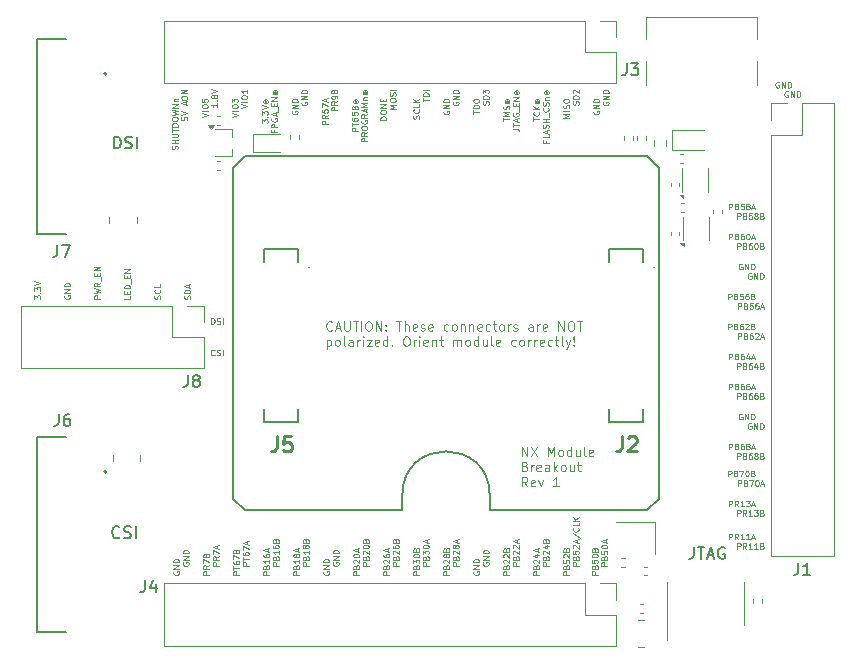
<source format=gbr>
%TF.GenerationSoftware,KiCad,Pcbnew,9.0.2*%
%TF.CreationDate,2025-11-14T17:37:25-08:00*%
%TF.ProjectId,nx-module-breakout,6e782d6d-6f64-4756-9c65-2d627265616b,rev?*%
%TF.SameCoordinates,Original*%
%TF.FileFunction,Legend,Top*%
%TF.FilePolarity,Positive*%
%FSLAX46Y46*%
G04 Gerber Fmt 4.6, Leading zero omitted, Abs format (unit mm)*
G04 Created by KiCad (PCBNEW 9.0.2) date 2025-11-14 17:37:25*
%MOMM*%
%LPD*%
G01*
G04 APERTURE LIST*
%ADD10C,0.150000*%
%ADD11C,0.100000*%
%ADD12C,0.254000*%
%ADD13C,0.120000*%
%ADD14C,0.200000*%
%ADD15C,0.127000*%
G04 APERTURE END LIST*
D10*
X147100000Y-126400000D02*
G75*
G02*
X154500000Y-126400000I3700000J0D01*
G01*
X154500000Y-127700000D02*
X167800000Y-127700000D01*
X167800000Y-97700000D02*
X133800000Y-97700000D01*
X168800000Y-126700000D02*
X168800000Y-98700000D01*
X154500000Y-127700000D02*
X154500000Y-126400000D01*
X132800000Y-126700000D02*
X132800000Y-98700000D01*
X147100000Y-127700000D02*
X147100000Y-126400000D01*
X147100000Y-127700000D02*
X133800000Y-127700000D01*
X133800000Y-97700000D02*
X132800000Y-98700000D01*
X167800000Y-127700000D02*
X168800000Y-126700000D01*
X167800000Y-97700000D02*
X168800000Y-98700000D01*
X133800000Y-127700000D02*
X132800000Y-126700000D01*
D11*
X174692974Y-109841639D02*
X174692974Y-109341639D01*
X174692974Y-109341639D02*
X174883450Y-109341639D01*
X174883450Y-109341639D02*
X174931069Y-109365449D01*
X174931069Y-109365449D02*
X174954879Y-109389258D01*
X174954879Y-109389258D02*
X174978688Y-109436877D01*
X174978688Y-109436877D02*
X174978688Y-109508306D01*
X174978688Y-109508306D02*
X174954879Y-109555925D01*
X174954879Y-109555925D02*
X174931069Y-109579734D01*
X174931069Y-109579734D02*
X174883450Y-109603544D01*
X174883450Y-109603544D02*
X174692974Y-109603544D01*
X175359641Y-109579734D02*
X175431069Y-109603544D01*
X175431069Y-109603544D02*
X175454879Y-109627353D01*
X175454879Y-109627353D02*
X175478688Y-109674972D01*
X175478688Y-109674972D02*
X175478688Y-109746401D01*
X175478688Y-109746401D02*
X175454879Y-109794020D01*
X175454879Y-109794020D02*
X175431069Y-109817830D01*
X175431069Y-109817830D02*
X175383450Y-109841639D01*
X175383450Y-109841639D02*
X175192974Y-109841639D01*
X175192974Y-109841639D02*
X175192974Y-109341639D01*
X175192974Y-109341639D02*
X175359641Y-109341639D01*
X175359641Y-109341639D02*
X175407260Y-109365449D01*
X175407260Y-109365449D02*
X175431069Y-109389258D01*
X175431069Y-109389258D02*
X175454879Y-109436877D01*
X175454879Y-109436877D02*
X175454879Y-109484496D01*
X175454879Y-109484496D02*
X175431069Y-109532115D01*
X175431069Y-109532115D02*
X175407260Y-109555925D01*
X175407260Y-109555925D02*
X175359641Y-109579734D01*
X175359641Y-109579734D02*
X175192974Y-109579734D01*
X175931069Y-109341639D02*
X175692974Y-109341639D01*
X175692974Y-109341639D02*
X175669165Y-109579734D01*
X175669165Y-109579734D02*
X175692974Y-109555925D01*
X175692974Y-109555925D02*
X175740593Y-109532115D01*
X175740593Y-109532115D02*
X175859641Y-109532115D01*
X175859641Y-109532115D02*
X175907260Y-109555925D01*
X175907260Y-109555925D02*
X175931069Y-109579734D01*
X175931069Y-109579734D02*
X175954879Y-109627353D01*
X175954879Y-109627353D02*
X175954879Y-109746401D01*
X175954879Y-109746401D02*
X175931069Y-109794020D01*
X175931069Y-109794020D02*
X175907260Y-109817830D01*
X175907260Y-109817830D02*
X175859641Y-109841639D01*
X175859641Y-109841639D02*
X175740593Y-109841639D01*
X175740593Y-109841639D02*
X175692974Y-109817830D01*
X175692974Y-109817830D02*
X175669165Y-109794020D01*
X176383450Y-109341639D02*
X176288212Y-109341639D01*
X176288212Y-109341639D02*
X176240593Y-109365449D01*
X176240593Y-109365449D02*
X176216783Y-109389258D01*
X176216783Y-109389258D02*
X176169164Y-109460687D01*
X176169164Y-109460687D02*
X176145355Y-109555925D01*
X176145355Y-109555925D02*
X176145355Y-109746401D01*
X176145355Y-109746401D02*
X176169164Y-109794020D01*
X176169164Y-109794020D02*
X176192974Y-109817830D01*
X176192974Y-109817830D02*
X176240593Y-109841639D01*
X176240593Y-109841639D02*
X176335831Y-109841639D01*
X176335831Y-109841639D02*
X176383450Y-109817830D01*
X176383450Y-109817830D02*
X176407259Y-109794020D01*
X176407259Y-109794020D02*
X176431069Y-109746401D01*
X176431069Y-109746401D02*
X176431069Y-109627353D01*
X176431069Y-109627353D02*
X176407259Y-109579734D01*
X176407259Y-109579734D02*
X176383450Y-109555925D01*
X176383450Y-109555925D02*
X176335831Y-109532115D01*
X176335831Y-109532115D02*
X176240593Y-109532115D01*
X176240593Y-109532115D02*
X176192974Y-109555925D01*
X176192974Y-109555925D02*
X176169164Y-109579734D01*
X176169164Y-109579734D02*
X176145355Y-109627353D01*
X176812021Y-109579734D02*
X176883449Y-109603544D01*
X176883449Y-109603544D02*
X176907259Y-109627353D01*
X176907259Y-109627353D02*
X176931068Y-109674972D01*
X176931068Y-109674972D02*
X176931068Y-109746401D01*
X176931068Y-109746401D02*
X176907259Y-109794020D01*
X176907259Y-109794020D02*
X176883449Y-109817830D01*
X176883449Y-109817830D02*
X176835830Y-109841639D01*
X176835830Y-109841639D02*
X176645354Y-109841639D01*
X176645354Y-109841639D02*
X176645354Y-109341639D01*
X176645354Y-109341639D02*
X176812021Y-109341639D01*
X176812021Y-109341639D02*
X176859640Y-109365449D01*
X176859640Y-109365449D02*
X176883449Y-109389258D01*
X176883449Y-109389258D02*
X176907259Y-109436877D01*
X176907259Y-109436877D02*
X176907259Y-109484496D01*
X176907259Y-109484496D02*
X176883449Y-109532115D01*
X176883449Y-109532115D02*
X176859640Y-109555925D01*
X176859640Y-109555925D02*
X176812021Y-109579734D01*
X176812021Y-109579734D02*
X176645354Y-109579734D01*
X175526307Y-110646611D02*
X175526307Y-110146611D01*
X175526307Y-110146611D02*
X175716783Y-110146611D01*
X175716783Y-110146611D02*
X175764402Y-110170421D01*
X175764402Y-110170421D02*
X175788212Y-110194230D01*
X175788212Y-110194230D02*
X175812021Y-110241849D01*
X175812021Y-110241849D02*
X175812021Y-110313278D01*
X175812021Y-110313278D02*
X175788212Y-110360897D01*
X175788212Y-110360897D02*
X175764402Y-110384706D01*
X175764402Y-110384706D02*
X175716783Y-110408516D01*
X175716783Y-110408516D02*
X175526307Y-110408516D01*
X176192974Y-110384706D02*
X176264402Y-110408516D01*
X176264402Y-110408516D02*
X176288212Y-110432325D01*
X176288212Y-110432325D02*
X176312021Y-110479944D01*
X176312021Y-110479944D02*
X176312021Y-110551373D01*
X176312021Y-110551373D02*
X176288212Y-110598992D01*
X176288212Y-110598992D02*
X176264402Y-110622802D01*
X176264402Y-110622802D02*
X176216783Y-110646611D01*
X176216783Y-110646611D02*
X176026307Y-110646611D01*
X176026307Y-110646611D02*
X176026307Y-110146611D01*
X176026307Y-110146611D02*
X176192974Y-110146611D01*
X176192974Y-110146611D02*
X176240593Y-110170421D01*
X176240593Y-110170421D02*
X176264402Y-110194230D01*
X176264402Y-110194230D02*
X176288212Y-110241849D01*
X176288212Y-110241849D02*
X176288212Y-110289468D01*
X176288212Y-110289468D02*
X176264402Y-110337087D01*
X176264402Y-110337087D02*
X176240593Y-110360897D01*
X176240593Y-110360897D02*
X176192974Y-110384706D01*
X176192974Y-110384706D02*
X176026307Y-110384706D01*
X176764402Y-110146611D02*
X176526307Y-110146611D01*
X176526307Y-110146611D02*
X176502498Y-110384706D01*
X176502498Y-110384706D02*
X176526307Y-110360897D01*
X176526307Y-110360897D02*
X176573926Y-110337087D01*
X176573926Y-110337087D02*
X176692974Y-110337087D01*
X176692974Y-110337087D02*
X176740593Y-110360897D01*
X176740593Y-110360897D02*
X176764402Y-110384706D01*
X176764402Y-110384706D02*
X176788212Y-110432325D01*
X176788212Y-110432325D02*
X176788212Y-110551373D01*
X176788212Y-110551373D02*
X176764402Y-110598992D01*
X176764402Y-110598992D02*
X176740593Y-110622802D01*
X176740593Y-110622802D02*
X176692974Y-110646611D01*
X176692974Y-110646611D02*
X176573926Y-110646611D01*
X176573926Y-110646611D02*
X176526307Y-110622802D01*
X176526307Y-110622802D02*
X176502498Y-110598992D01*
X177216783Y-110146611D02*
X177121545Y-110146611D01*
X177121545Y-110146611D02*
X177073926Y-110170421D01*
X177073926Y-110170421D02*
X177050116Y-110194230D01*
X177050116Y-110194230D02*
X177002497Y-110265659D01*
X177002497Y-110265659D02*
X176978688Y-110360897D01*
X176978688Y-110360897D02*
X176978688Y-110551373D01*
X176978688Y-110551373D02*
X177002497Y-110598992D01*
X177002497Y-110598992D02*
X177026307Y-110622802D01*
X177026307Y-110622802D02*
X177073926Y-110646611D01*
X177073926Y-110646611D02*
X177169164Y-110646611D01*
X177169164Y-110646611D02*
X177216783Y-110622802D01*
X177216783Y-110622802D02*
X177240592Y-110598992D01*
X177240592Y-110598992D02*
X177264402Y-110551373D01*
X177264402Y-110551373D02*
X177264402Y-110432325D01*
X177264402Y-110432325D02*
X177240592Y-110384706D01*
X177240592Y-110384706D02*
X177216783Y-110360897D01*
X177216783Y-110360897D02*
X177169164Y-110337087D01*
X177169164Y-110337087D02*
X177073926Y-110337087D01*
X177073926Y-110337087D02*
X177026307Y-110360897D01*
X177026307Y-110360897D02*
X177002497Y-110384706D01*
X177002497Y-110384706D02*
X176978688Y-110432325D01*
X177454878Y-110503754D02*
X177692973Y-110503754D01*
X177407259Y-110646611D02*
X177573925Y-110146611D01*
X177573925Y-110146611D02*
X177740592Y-110646611D01*
X121526609Y-109766165D02*
X121026609Y-109766165D01*
X121026609Y-109766165D02*
X121026609Y-109575689D01*
X121026609Y-109575689D02*
X121050419Y-109528070D01*
X121050419Y-109528070D02*
X121074228Y-109504260D01*
X121074228Y-109504260D02*
X121121847Y-109480451D01*
X121121847Y-109480451D02*
X121193276Y-109480451D01*
X121193276Y-109480451D02*
X121240895Y-109504260D01*
X121240895Y-109504260D02*
X121264704Y-109528070D01*
X121264704Y-109528070D02*
X121288514Y-109575689D01*
X121288514Y-109575689D02*
X121288514Y-109766165D01*
X121026609Y-109313784D02*
X121526609Y-109194736D01*
X121526609Y-109194736D02*
X121169466Y-109099498D01*
X121169466Y-109099498D02*
X121526609Y-109004260D01*
X121526609Y-109004260D02*
X121026609Y-108885213D01*
X121526609Y-108409022D02*
X121288514Y-108575688D01*
X121526609Y-108694736D02*
X121026609Y-108694736D01*
X121026609Y-108694736D02*
X121026609Y-108504260D01*
X121026609Y-108504260D02*
X121050419Y-108456641D01*
X121050419Y-108456641D02*
X121074228Y-108432831D01*
X121074228Y-108432831D02*
X121121847Y-108409022D01*
X121121847Y-108409022D02*
X121193276Y-108409022D01*
X121193276Y-108409022D02*
X121240895Y-108432831D01*
X121240895Y-108432831D02*
X121264704Y-108456641D01*
X121264704Y-108456641D02*
X121288514Y-108504260D01*
X121288514Y-108504260D02*
X121288514Y-108694736D01*
X121574228Y-108313784D02*
X121574228Y-107932831D01*
X121264704Y-107813784D02*
X121264704Y-107647117D01*
X121526609Y-107575689D02*
X121526609Y-107813784D01*
X121526609Y-107813784D02*
X121026609Y-107813784D01*
X121026609Y-107813784D02*
X121026609Y-107575689D01*
X121526609Y-107361403D02*
X121026609Y-107361403D01*
X121026609Y-107361403D02*
X121526609Y-107075689D01*
X121526609Y-107075689D02*
X121026609Y-107075689D01*
X135207637Y-94911360D02*
X135207637Y-94601836D01*
X135207637Y-94601836D02*
X135398113Y-94768503D01*
X135398113Y-94768503D02*
X135398113Y-94697074D01*
X135398113Y-94697074D02*
X135421923Y-94649455D01*
X135421923Y-94649455D02*
X135445732Y-94625646D01*
X135445732Y-94625646D02*
X135493351Y-94601836D01*
X135493351Y-94601836D02*
X135612399Y-94601836D01*
X135612399Y-94601836D02*
X135660018Y-94625646D01*
X135660018Y-94625646D02*
X135683828Y-94649455D01*
X135683828Y-94649455D02*
X135707637Y-94697074D01*
X135707637Y-94697074D02*
X135707637Y-94839931D01*
X135707637Y-94839931D02*
X135683828Y-94887550D01*
X135683828Y-94887550D02*
X135660018Y-94911360D01*
X135660018Y-94387551D02*
X135683828Y-94363741D01*
X135683828Y-94363741D02*
X135707637Y-94387551D01*
X135707637Y-94387551D02*
X135683828Y-94411360D01*
X135683828Y-94411360D02*
X135660018Y-94387551D01*
X135660018Y-94387551D02*
X135707637Y-94387551D01*
X135207637Y-94197075D02*
X135207637Y-93887551D01*
X135207637Y-93887551D02*
X135398113Y-94054218D01*
X135398113Y-94054218D02*
X135398113Y-93982789D01*
X135398113Y-93982789D02*
X135421923Y-93935170D01*
X135421923Y-93935170D02*
X135445732Y-93911361D01*
X135445732Y-93911361D02*
X135493351Y-93887551D01*
X135493351Y-93887551D02*
X135612399Y-93887551D01*
X135612399Y-93887551D02*
X135660018Y-93911361D01*
X135660018Y-93911361D02*
X135683828Y-93935170D01*
X135683828Y-93935170D02*
X135707637Y-93982789D01*
X135707637Y-93982789D02*
X135707637Y-94125646D01*
X135707637Y-94125646D02*
X135683828Y-94173265D01*
X135683828Y-94173265D02*
X135660018Y-94197075D01*
X135207637Y-93744694D02*
X135707637Y-93578028D01*
X135707637Y-93578028D02*
X135207637Y-93411361D01*
X135326685Y-93101838D02*
X135326685Y-93006600D01*
X135326685Y-93006600D02*
X135374304Y-92911362D01*
X135374304Y-92911362D02*
X135469542Y-92863743D01*
X135469542Y-92863743D02*
X135564780Y-92863743D01*
X135564780Y-92863743D02*
X135660018Y-92911362D01*
X135660018Y-92911362D02*
X135707637Y-93006600D01*
X135707637Y-93006600D02*
X135707637Y-93101838D01*
X135707637Y-93101838D02*
X135660018Y-93197076D01*
X135660018Y-93197076D02*
X135564780Y-93244695D01*
X135564780Y-93244695D02*
X135469542Y-93244695D01*
X135469542Y-93244695D02*
X135374304Y-93197076D01*
X135374304Y-93197076D02*
X135326685Y-93101838D01*
X135469542Y-93101838D02*
X135564780Y-93101838D01*
X135564780Y-93078028D02*
X135469542Y-93078028D01*
X135445732Y-93054219D02*
X135588589Y-93054219D01*
X135564780Y-93030409D02*
X135469542Y-93030409D01*
X135469542Y-93006600D02*
X135564780Y-93006600D01*
X135540970Y-93101838D02*
X135588589Y-93054219D01*
X135588589Y-93054219D02*
X135540970Y-93006600D01*
X135493351Y-93101838D02*
X135445732Y-93054219D01*
X135445732Y-93054219D02*
X135493351Y-93006600D01*
X135469542Y-93101838D02*
X135445732Y-93054219D01*
X135445732Y-93054219D02*
X135469542Y-93006600D01*
X135469542Y-93006600D02*
X135517161Y-92982790D01*
X135517161Y-92982790D02*
X135564780Y-93006600D01*
X135564780Y-93006600D02*
X135588589Y-93054219D01*
X135588589Y-93054219D02*
X135564780Y-93101838D01*
X135564780Y-93101838D02*
X135517161Y-93125647D01*
X135517161Y-93125647D02*
X135469542Y-93101838D01*
X136250704Y-95530409D02*
X136250704Y-95697076D01*
X136512609Y-95697076D02*
X136012609Y-95697076D01*
X136012609Y-95697076D02*
X136012609Y-95458981D01*
X136512609Y-95268505D02*
X136012609Y-95268505D01*
X136012609Y-95268505D02*
X136012609Y-95078029D01*
X136012609Y-95078029D02*
X136036419Y-95030410D01*
X136036419Y-95030410D02*
X136060228Y-95006600D01*
X136060228Y-95006600D02*
X136107847Y-94982791D01*
X136107847Y-94982791D02*
X136179276Y-94982791D01*
X136179276Y-94982791D02*
X136226895Y-95006600D01*
X136226895Y-95006600D02*
X136250704Y-95030410D01*
X136250704Y-95030410D02*
X136274514Y-95078029D01*
X136274514Y-95078029D02*
X136274514Y-95268505D01*
X136036419Y-94506600D02*
X136012609Y-94554219D01*
X136012609Y-94554219D02*
X136012609Y-94625648D01*
X136012609Y-94625648D02*
X136036419Y-94697076D01*
X136036419Y-94697076D02*
X136084038Y-94744695D01*
X136084038Y-94744695D02*
X136131657Y-94768505D01*
X136131657Y-94768505D02*
X136226895Y-94792314D01*
X136226895Y-94792314D02*
X136298323Y-94792314D01*
X136298323Y-94792314D02*
X136393561Y-94768505D01*
X136393561Y-94768505D02*
X136441180Y-94744695D01*
X136441180Y-94744695D02*
X136488800Y-94697076D01*
X136488800Y-94697076D02*
X136512609Y-94625648D01*
X136512609Y-94625648D02*
X136512609Y-94578029D01*
X136512609Y-94578029D02*
X136488800Y-94506600D01*
X136488800Y-94506600D02*
X136464990Y-94482791D01*
X136464990Y-94482791D02*
X136298323Y-94482791D01*
X136298323Y-94482791D02*
X136298323Y-94578029D01*
X136369752Y-94292314D02*
X136369752Y-94054219D01*
X136512609Y-94339933D02*
X136012609Y-94173267D01*
X136012609Y-94173267D02*
X136512609Y-94006600D01*
X136560228Y-93958982D02*
X136560228Y-93578029D01*
X136250704Y-93458982D02*
X136250704Y-93292315D01*
X136512609Y-93220887D02*
X136512609Y-93458982D01*
X136512609Y-93458982D02*
X136012609Y-93458982D01*
X136012609Y-93458982D02*
X136012609Y-93220887D01*
X136512609Y-93006601D02*
X136012609Y-93006601D01*
X136012609Y-93006601D02*
X136512609Y-92720887D01*
X136512609Y-92720887D02*
X136012609Y-92720887D01*
X136131657Y-92339934D02*
X136131657Y-92244696D01*
X136131657Y-92244696D02*
X136179276Y-92149458D01*
X136179276Y-92149458D02*
X136274514Y-92101839D01*
X136274514Y-92101839D02*
X136369752Y-92101839D01*
X136369752Y-92101839D02*
X136464990Y-92149458D01*
X136464990Y-92149458D02*
X136512609Y-92244696D01*
X136512609Y-92244696D02*
X136512609Y-92339934D01*
X136512609Y-92339934D02*
X136464990Y-92435172D01*
X136464990Y-92435172D02*
X136369752Y-92482791D01*
X136369752Y-92482791D02*
X136274514Y-92482791D01*
X136274514Y-92482791D02*
X136179276Y-92435172D01*
X136179276Y-92435172D02*
X136131657Y-92339934D01*
X136274514Y-92339934D02*
X136369752Y-92339934D01*
X136369752Y-92316124D02*
X136274514Y-92316124D01*
X136250704Y-92292315D02*
X136393561Y-92292315D01*
X136369752Y-92268505D02*
X136274514Y-92268505D01*
X136274514Y-92244696D02*
X136369752Y-92244696D01*
X136345942Y-92339934D02*
X136393561Y-92292315D01*
X136393561Y-92292315D02*
X136345942Y-92244696D01*
X136298323Y-92339934D02*
X136250704Y-92292315D01*
X136250704Y-92292315D02*
X136298323Y-92244696D01*
X136274514Y-92339934D02*
X136250704Y-92292315D01*
X136250704Y-92292315D02*
X136274514Y-92244696D01*
X136274514Y-92244696D02*
X136322133Y-92220886D01*
X136322133Y-92220886D02*
X136369752Y-92244696D01*
X136369752Y-92244696D02*
X136393561Y-92292315D01*
X136393561Y-92292315D02*
X136369752Y-92339934D01*
X136369752Y-92339934D02*
X136322133Y-92363743D01*
X136322133Y-92363743D02*
X136274514Y-92339934D01*
X132667637Y-94363741D02*
X133167637Y-94197075D01*
X133167637Y-94197075D02*
X132667637Y-94030408D01*
X133167637Y-93863742D02*
X132667637Y-93863742D01*
X132667637Y-93530409D02*
X132667637Y-93435171D01*
X132667637Y-93435171D02*
X132691447Y-93387552D01*
X132691447Y-93387552D02*
X132739066Y-93339933D01*
X132739066Y-93339933D02*
X132834304Y-93316123D01*
X132834304Y-93316123D02*
X133000970Y-93316123D01*
X133000970Y-93316123D02*
X133096208Y-93339933D01*
X133096208Y-93339933D02*
X133143828Y-93387552D01*
X133143828Y-93387552D02*
X133167637Y-93435171D01*
X133167637Y-93435171D02*
X133167637Y-93530409D01*
X133167637Y-93530409D02*
X133143828Y-93578028D01*
X133143828Y-93578028D02*
X133096208Y-93625647D01*
X133096208Y-93625647D02*
X133000970Y-93649456D01*
X133000970Y-93649456D02*
X132834304Y-93649456D01*
X132834304Y-93649456D02*
X132739066Y-93625647D01*
X132739066Y-93625647D02*
X132691447Y-93578028D01*
X132691447Y-93578028D02*
X132667637Y-93530409D01*
X132667637Y-93149456D02*
X132667637Y-92839932D01*
X132667637Y-92839932D02*
X132858113Y-93006599D01*
X132858113Y-93006599D02*
X132858113Y-92935170D01*
X132858113Y-92935170D02*
X132881923Y-92887551D01*
X132881923Y-92887551D02*
X132905732Y-92863742D01*
X132905732Y-92863742D02*
X132953351Y-92839932D01*
X132953351Y-92839932D02*
X133072399Y-92839932D01*
X133072399Y-92839932D02*
X133120018Y-92863742D01*
X133120018Y-92863742D02*
X133143828Y-92887551D01*
X133143828Y-92887551D02*
X133167637Y-92935170D01*
X133167637Y-92935170D02*
X133167637Y-93078027D01*
X133167637Y-93078027D02*
X133143828Y-93125646D01*
X133143828Y-93125646D02*
X133120018Y-93149456D01*
X133472609Y-93601837D02*
X133972609Y-93435171D01*
X133972609Y-93435171D02*
X133472609Y-93268504D01*
X133972609Y-93101838D02*
X133472609Y-93101838D01*
X133472609Y-92768505D02*
X133472609Y-92673267D01*
X133472609Y-92673267D02*
X133496419Y-92625648D01*
X133496419Y-92625648D02*
X133544038Y-92578029D01*
X133544038Y-92578029D02*
X133639276Y-92554219D01*
X133639276Y-92554219D02*
X133805942Y-92554219D01*
X133805942Y-92554219D02*
X133901180Y-92578029D01*
X133901180Y-92578029D02*
X133948800Y-92625648D01*
X133948800Y-92625648D02*
X133972609Y-92673267D01*
X133972609Y-92673267D02*
X133972609Y-92768505D01*
X133972609Y-92768505D02*
X133948800Y-92816124D01*
X133948800Y-92816124D02*
X133901180Y-92863743D01*
X133901180Y-92863743D02*
X133805942Y-92887552D01*
X133805942Y-92887552D02*
X133639276Y-92887552D01*
X133639276Y-92887552D02*
X133544038Y-92863743D01*
X133544038Y-92863743D02*
X133496419Y-92816124D01*
X133496419Y-92816124D02*
X133472609Y-92768505D01*
X133972609Y-92078028D02*
X133972609Y-92363742D01*
X133972609Y-92220885D02*
X133472609Y-92220885D01*
X133472609Y-92220885D02*
X133544038Y-92268504D01*
X133544038Y-92268504D02*
X133591657Y-92316123D01*
X133591657Y-92316123D02*
X133615466Y-92363742D01*
X161234637Y-133134165D02*
X160734637Y-133134165D01*
X160734637Y-133134165D02*
X160734637Y-132943689D01*
X160734637Y-132943689D02*
X160758447Y-132896070D01*
X160758447Y-132896070D02*
X160782256Y-132872260D01*
X160782256Y-132872260D02*
X160829875Y-132848451D01*
X160829875Y-132848451D02*
X160901304Y-132848451D01*
X160901304Y-132848451D02*
X160948923Y-132872260D01*
X160948923Y-132872260D02*
X160972732Y-132896070D01*
X160972732Y-132896070D02*
X160996542Y-132943689D01*
X160996542Y-132943689D02*
X160996542Y-133134165D01*
X160972732Y-132467498D02*
X160996542Y-132396070D01*
X160996542Y-132396070D02*
X161020351Y-132372260D01*
X161020351Y-132372260D02*
X161067970Y-132348451D01*
X161067970Y-132348451D02*
X161139399Y-132348451D01*
X161139399Y-132348451D02*
X161187018Y-132372260D01*
X161187018Y-132372260D02*
X161210828Y-132396070D01*
X161210828Y-132396070D02*
X161234637Y-132443689D01*
X161234637Y-132443689D02*
X161234637Y-132634165D01*
X161234637Y-132634165D02*
X160734637Y-132634165D01*
X160734637Y-132634165D02*
X160734637Y-132467498D01*
X160734637Y-132467498D02*
X160758447Y-132419879D01*
X160758447Y-132419879D02*
X160782256Y-132396070D01*
X160782256Y-132396070D02*
X160829875Y-132372260D01*
X160829875Y-132372260D02*
X160877494Y-132372260D01*
X160877494Y-132372260D02*
X160925113Y-132396070D01*
X160925113Y-132396070D02*
X160948923Y-132419879D01*
X160948923Y-132419879D02*
X160972732Y-132467498D01*
X160972732Y-132467498D02*
X160972732Y-132634165D01*
X160734637Y-131896070D02*
X160734637Y-132134165D01*
X160734637Y-132134165D02*
X160972732Y-132157974D01*
X160972732Y-132157974D02*
X160948923Y-132134165D01*
X160948923Y-132134165D02*
X160925113Y-132086546D01*
X160925113Y-132086546D02*
X160925113Y-131967498D01*
X160925113Y-131967498D02*
X160948923Y-131919879D01*
X160948923Y-131919879D02*
X160972732Y-131896070D01*
X160972732Y-131896070D02*
X161020351Y-131872260D01*
X161020351Y-131872260D02*
X161139399Y-131872260D01*
X161139399Y-131872260D02*
X161187018Y-131896070D01*
X161187018Y-131896070D02*
X161210828Y-131919879D01*
X161210828Y-131919879D02*
X161234637Y-131967498D01*
X161234637Y-131967498D02*
X161234637Y-132086546D01*
X161234637Y-132086546D02*
X161210828Y-132134165D01*
X161210828Y-132134165D02*
X161187018Y-132157974D01*
X160782256Y-131681784D02*
X160758447Y-131657975D01*
X160758447Y-131657975D02*
X160734637Y-131610356D01*
X160734637Y-131610356D02*
X160734637Y-131491308D01*
X160734637Y-131491308D02*
X160758447Y-131443689D01*
X160758447Y-131443689D02*
X160782256Y-131419880D01*
X160782256Y-131419880D02*
X160829875Y-131396070D01*
X160829875Y-131396070D02*
X160877494Y-131396070D01*
X160877494Y-131396070D02*
X160948923Y-131419880D01*
X160948923Y-131419880D02*
X161234637Y-131705594D01*
X161234637Y-131705594D02*
X161234637Y-131396070D01*
X160972732Y-131015118D02*
X160996542Y-130943690D01*
X160996542Y-130943690D02*
X161020351Y-130919880D01*
X161020351Y-130919880D02*
X161067970Y-130896071D01*
X161067970Y-130896071D02*
X161139399Y-130896071D01*
X161139399Y-130896071D02*
X161187018Y-130919880D01*
X161187018Y-130919880D02*
X161210828Y-130943690D01*
X161210828Y-130943690D02*
X161234637Y-130991309D01*
X161234637Y-130991309D02*
X161234637Y-131181785D01*
X161234637Y-131181785D02*
X160734637Y-131181785D01*
X160734637Y-131181785D02*
X160734637Y-131015118D01*
X160734637Y-131015118D02*
X160758447Y-130967499D01*
X160758447Y-130967499D02*
X160782256Y-130943690D01*
X160782256Y-130943690D02*
X160829875Y-130919880D01*
X160829875Y-130919880D02*
X160877494Y-130919880D01*
X160877494Y-130919880D02*
X160925113Y-130943690D01*
X160925113Y-130943690D02*
X160948923Y-130967499D01*
X160948923Y-130967499D02*
X160972732Y-131015118D01*
X160972732Y-131015118D02*
X160972732Y-131181785D01*
X162039609Y-132372261D02*
X161539609Y-132372261D01*
X161539609Y-132372261D02*
X161539609Y-132181785D01*
X161539609Y-132181785D02*
X161563419Y-132134166D01*
X161563419Y-132134166D02*
X161587228Y-132110356D01*
X161587228Y-132110356D02*
X161634847Y-132086547D01*
X161634847Y-132086547D02*
X161706276Y-132086547D01*
X161706276Y-132086547D02*
X161753895Y-132110356D01*
X161753895Y-132110356D02*
X161777704Y-132134166D01*
X161777704Y-132134166D02*
X161801514Y-132181785D01*
X161801514Y-132181785D02*
X161801514Y-132372261D01*
X161777704Y-131705594D02*
X161801514Y-131634166D01*
X161801514Y-131634166D02*
X161825323Y-131610356D01*
X161825323Y-131610356D02*
X161872942Y-131586547D01*
X161872942Y-131586547D02*
X161944371Y-131586547D01*
X161944371Y-131586547D02*
X161991990Y-131610356D01*
X161991990Y-131610356D02*
X162015800Y-131634166D01*
X162015800Y-131634166D02*
X162039609Y-131681785D01*
X162039609Y-131681785D02*
X162039609Y-131872261D01*
X162039609Y-131872261D02*
X161539609Y-131872261D01*
X161539609Y-131872261D02*
X161539609Y-131705594D01*
X161539609Y-131705594D02*
X161563419Y-131657975D01*
X161563419Y-131657975D02*
X161587228Y-131634166D01*
X161587228Y-131634166D02*
X161634847Y-131610356D01*
X161634847Y-131610356D02*
X161682466Y-131610356D01*
X161682466Y-131610356D02*
X161730085Y-131634166D01*
X161730085Y-131634166D02*
X161753895Y-131657975D01*
X161753895Y-131657975D02*
X161777704Y-131705594D01*
X161777704Y-131705594D02*
X161777704Y-131872261D01*
X161539609Y-131134166D02*
X161539609Y-131372261D01*
X161539609Y-131372261D02*
X161777704Y-131396070D01*
X161777704Y-131396070D02*
X161753895Y-131372261D01*
X161753895Y-131372261D02*
X161730085Y-131324642D01*
X161730085Y-131324642D02*
X161730085Y-131205594D01*
X161730085Y-131205594D02*
X161753895Y-131157975D01*
X161753895Y-131157975D02*
X161777704Y-131134166D01*
X161777704Y-131134166D02*
X161825323Y-131110356D01*
X161825323Y-131110356D02*
X161944371Y-131110356D01*
X161944371Y-131110356D02*
X161991990Y-131134166D01*
X161991990Y-131134166D02*
X162015800Y-131157975D01*
X162015800Y-131157975D02*
X162039609Y-131205594D01*
X162039609Y-131205594D02*
X162039609Y-131324642D01*
X162039609Y-131324642D02*
X162015800Y-131372261D01*
X162015800Y-131372261D02*
X161991990Y-131396070D01*
X161587228Y-130919880D02*
X161563419Y-130896071D01*
X161563419Y-130896071D02*
X161539609Y-130848452D01*
X161539609Y-130848452D02*
X161539609Y-130729404D01*
X161539609Y-130729404D02*
X161563419Y-130681785D01*
X161563419Y-130681785D02*
X161587228Y-130657976D01*
X161587228Y-130657976D02*
X161634847Y-130634166D01*
X161634847Y-130634166D02*
X161682466Y-130634166D01*
X161682466Y-130634166D02*
X161753895Y-130657976D01*
X161753895Y-130657976D02*
X162039609Y-130943690D01*
X162039609Y-130943690D02*
X162039609Y-130634166D01*
X161896752Y-130443690D02*
X161896752Y-130205595D01*
X162039609Y-130491309D02*
X161539609Y-130324643D01*
X161539609Y-130324643D02*
X162039609Y-130157976D01*
X161515800Y-129634167D02*
X162158657Y-130062738D01*
X161991990Y-129181786D02*
X162015800Y-129205595D01*
X162015800Y-129205595D02*
X162039609Y-129277024D01*
X162039609Y-129277024D02*
X162039609Y-129324643D01*
X162039609Y-129324643D02*
X162015800Y-129396071D01*
X162015800Y-129396071D02*
X161968180Y-129443690D01*
X161968180Y-129443690D02*
X161920561Y-129467500D01*
X161920561Y-129467500D02*
X161825323Y-129491309D01*
X161825323Y-129491309D02*
X161753895Y-129491309D01*
X161753895Y-129491309D02*
X161658657Y-129467500D01*
X161658657Y-129467500D02*
X161611038Y-129443690D01*
X161611038Y-129443690D02*
X161563419Y-129396071D01*
X161563419Y-129396071D02*
X161539609Y-129324643D01*
X161539609Y-129324643D02*
X161539609Y-129277024D01*
X161539609Y-129277024D02*
X161563419Y-129205595D01*
X161563419Y-129205595D02*
X161587228Y-129181786D01*
X162039609Y-128729405D02*
X162039609Y-128967500D01*
X162039609Y-128967500D02*
X161539609Y-128967500D01*
X162039609Y-128562738D02*
X161539609Y-128562738D01*
X162039609Y-128277024D02*
X161753895Y-128491309D01*
X161539609Y-128277024D02*
X161825323Y-128562738D01*
X153138447Y-132872260D02*
X153114637Y-132919879D01*
X153114637Y-132919879D02*
X153114637Y-132991308D01*
X153114637Y-132991308D02*
X153138447Y-133062736D01*
X153138447Y-133062736D02*
X153186066Y-133110355D01*
X153186066Y-133110355D02*
X153233685Y-133134165D01*
X153233685Y-133134165D02*
X153328923Y-133157974D01*
X153328923Y-133157974D02*
X153400351Y-133157974D01*
X153400351Y-133157974D02*
X153495589Y-133134165D01*
X153495589Y-133134165D02*
X153543208Y-133110355D01*
X153543208Y-133110355D02*
X153590828Y-133062736D01*
X153590828Y-133062736D02*
X153614637Y-132991308D01*
X153614637Y-132991308D02*
X153614637Y-132943689D01*
X153614637Y-132943689D02*
X153590828Y-132872260D01*
X153590828Y-132872260D02*
X153567018Y-132848451D01*
X153567018Y-132848451D02*
X153400351Y-132848451D01*
X153400351Y-132848451D02*
X153400351Y-132943689D01*
X153614637Y-132634165D02*
X153114637Y-132634165D01*
X153114637Y-132634165D02*
X153614637Y-132348451D01*
X153614637Y-132348451D02*
X153114637Y-132348451D01*
X153614637Y-132110355D02*
X153114637Y-132110355D01*
X153114637Y-132110355D02*
X153114637Y-131991307D01*
X153114637Y-131991307D02*
X153138447Y-131919879D01*
X153138447Y-131919879D02*
X153186066Y-131872260D01*
X153186066Y-131872260D02*
X153233685Y-131848450D01*
X153233685Y-131848450D02*
X153328923Y-131824641D01*
X153328923Y-131824641D02*
X153400351Y-131824641D01*
X153400351Y-131824641D02*
X153495589Y-131848450D01*
X153495589Y-131848450D02*
X153543208Y-131872260D01*
X153543208Y-131872260D02*
X153590828Y-131919879D01*
X153590828Y-131919879D02*
X153614637Y-131991307D01*
X153614637Y-131991307D02*
X153614637Y-132110355D01*
X153943419Y-132110356D02*
X153919609Y-132157975D01*
X153919609Y-132157975D02*
X153919609Y-132229404D01*
X153919609Y-132229404D02*
X153943419Y-132300832D01*
X153943419Y-132300832D02*
X153991038Y-132348451D01*
X153991038Y-132348451D02*
X154038657Y-132372261D01*
X154038657Y-132372261D02*
X154133895Y-132396070D01*
X154133895Y-132396070D02*
X154205323Y-132396070D01*
X154205323Y-132396070D02*
X154300561Y-132372261D01*
X154300561Y-132372261D02*
X154348180Y-132348451D01*
X154348180Y-132348451D02*
X154395800Y-132300832D01*
X154395800Y-132300832D02*
X154419609Y-132229404D01*
X154419609Y-132229404D02*
X154419609Y-132181785D01*
X154419609Y-132181785D02*
X154395800Y-132110356D01*
X154395800Y-132110356D02*
X154371990Y-132086547D01*
X154371990Y-132086547D02*
X154205323Y-132086547D01*
X154205323Y-132086547D02*
X154205323Y-132181785D01*
X154419609Y-131872261D02*
X153919609Y-131872261D01*
X153919609Y-131872261D02*
X154419609Y-131586547D01*
X154419609Y-131586547D02*
X153919609Y-131586547D01*
X154419609Y-131348451D02*
X153919609Y-131348451D01*
X153919609Y-131348451D02*
X153919609Y-131229403D01*
X153919609Y-131229403D02*
X153943419Y-131157975D01*
X153943419Y-131157975D02*
X153991038Y-131110356D01*
X153991038Y-131110356D02*
X154038657Y-131086546D01*
X154038657Y-131086546D02*
X154133895Y-131062737D01*
X154133895Y-131062737D02*
X154205323Y-131062737D01*
X154205323Y-131062737D02*
X154300561Y-131086546D01*
X154300561Y-131086546D02*
X154348180Y-131110356D01*
X154348180Y-131110356D02*
X154395800Y-131157975D01*
X154395800Y-131157975D02*
X154419609Y-131229403D01*
X154419609Y-131229403D02*
X154419609Y-131348451D01*
X140787637Y-95006598D02*
X140287637Y-95006598D01*
X140287637Y-95006598D02*
X140287637Y-94816122D01*
X140287637Y-94816122D02*
X140311447Y-94768503D01*
X140311447Y-94768503D02*
X140335256Y-94744693D01*
X140335256Y-94744693D02*
X140382875Y-94720884D01*
X140382875Y-94720884D02*
X140454304Y-94720884D01*
X140454304Y-94720884D02*
X140501923Y-94744693D01*
X140501923Y-94744693D02*
X140525732Y-94768503D01*
X140525732Y-94768503D02*
X140549542Y-94816122D01*
X140549542Y-94816122D02*
X140549542Y-95006598D01*
X140787637Y-94220884D02*
X140549542Y-94387550D01*
X140787637Y-94506598D02*
X140287637Y-94506598D01*
X140287637Y-94506598D02*
X140287637Y-94316122D01*
X140287637Y-94316122D02*
X140311447Y-94268503D01*
X140311447Y-94268503D02*
X140335256Y-94244693D01*
X140335256Y-94244693D02*
X140382875Y-94220884D01*
X140382875Y-94220884D02*
X140454304Y-94220884D01*
X140454304Y-94220884D02*
X140501923Y-94244693D01*
X140501923Y-94244693D02*
X140525732Y-94268503D01*
X140525732Y-94268503D02*
X140549542Y-94316122D01*
X140549542Y-94316122D02*
X140549542Y-94506598D01*
X140287637Y-93768503D02*
X140287637Y-94006598D01*
X140287637Y-94006598D02*
X140525732Y-94030407D01*
X140525732Y-94030407D02*
X140501923Y-94006598D01*
X140501923Y-94006598D02*
X140478113Y-93958979D01*
X140478113Y-93958979D02*
X140478113Y-93839931D01*
X140478113Y-93839931D02*
X140501923Y-93792312D01*
X140501923Y-93792312D02*
X140525732Y-93768503D01*
X140525732Y-93768503D02*
X140573351Y-93744693D01*
X140573351Y-93744693D02*
X140692399Y-93744693D01*
X140692399Y-93744693D02*
X140740018Y-93768503D01*
X140740018Y-93768503D02*
X140763828Y-93792312D01*
X140763828Y-93792312D02*
X140787637Y-93839931D01*
X140787637Y-93839931D02*
X140787637Y-93958979D01*
X140787637Y-93958979D02*
X140763828Y-94006598D01*
X140763828Y-94006598D02*
X140740018Y-94030407D01*
X140287637Y-93578027D02*
X140287637Y-93244694D01*
X140287637Y-93244694D02*
X140787637Y-93458979D01*
X140644780Y-93078027D02*
X140644780Y-92839932D01*
X140787637Y-93125646D02*
X140287637Y-92958980D01*
X140287637Y-92958980D02*
X140787637Y-92792313D01*
X141592609Y-93839933D02*
X141092609Y-93839933D01*
X141092609Y-93839933D02*
X141092609Y-93649457D01*
X141092609Y-93649457D02*
X141116419Y-93601838D01*
X141116419Y-93601838D02*
X141140228Y-93578028D01*
X141140228Y-93578028D02*
X141187847Y-93554219D01*
X141187847Y-93554219D02*
X141259276Y-93554219D01*
X141259276Y-93554219D02*
X141306895Y-93578028D01*
X141306895Y-93578028D02*
X141330704Y-93601838D01*
X141330704Y-93601838D02*
X141354514Y-93649457D01*
X141354514Y-93649457D02*
X141354514Y-93839933D01*
X141592609Y-93054219D02*
X141354514Y-93220885D01*
X141592609Y-93339933D02*
X141092609Y-93339933D01*
X141092609Y-93339933D02*
X141092609Y-93149457D01*
X141092609Y-93149457D02*
X141116419Y-93101838D01*
X141116419Y-93101838D02*
X141140228Y-93078028D01*
X141140228Y-93078028D02*
X141187847Y-93054219D01*
X141187847Y-93054219D02*
X141259276Y-93054219D01*
X141259276Y-93054219D02*
X141306895Y-93078028D01*
X141306895Y-93078028D02*
X141330704Y-93101838D01*
X141330704Y-93101838D02*
X141354514Y-93149457D01*
X141354514Y-93149457D02*
X141354514Y-93339933D01*
X141592609Y-92816123D02*
X141592609Y-92720885D01*
X141592609Y-92720885D02*
X141568800Y-92673266D01*
X141568800Y-92673266D02*
X141544990Y-92649457D01*
X141544990Y-92649457D02*
X141473561Y-92601838D01*
X141473561Y-92601838D02*
X141378323Y-92578028D01*
X141378323Y-92578028D02*
X141187847Y-92578028D01*
X141187847Y-92578028D02*
X141140228Y-92601838D01*
X141140228Y-92601838D02*
X141116419Y-92625647D01*
X141116419Y-92625647D02*
X141092609Y-92673266D01*
X141092609Y-92673266D02*
X141092609Y-92768504D01*
X141092609Y-92768504D02*
X141116419Y-92816123D01*
X141116419Y-92816123D02*
X141140228Y-92839933D01*
X141140228Y-92839933D02*
X141187847Y-92863742D01*
X141187847Y-92863742D02*
X141306895Y-92863742D01*
X141306895Y-92863742D02*
X141354514Y-92839933D01*
X141354514Y-92839933D02*
X141378323Y-92816123D01*
X141378323Y-92816123D02*
X141402133Y-92768504D01*
X141402133Y-92768504D02*
X141402133Y-92673266D01*
X141402133Y-92673266D02*
X141378323Y-92625647D01*
X141378323Y-92625647D02*
X141354514Y-92601838D01*
X141354514Y-92601838D02*
X141306895Y-92578028D01*
X141330704Y-92197076D02*
X141354514Y-92125648D01*
X141354514Y-92125648D02*
X141378323Y-92101838D01*
X141378323Y-92101838D02*
X141425942Y-92078029D01*
X141425942Y-92078029D02*
X141497371Y-92078029D01*
X141497371Y-92078029D02*
X141544990Y-92101838D01*
X141544990Y-92101838D02*
X141568800Y-92125648D01*
X141568800Y-92125648D02*
X141592609Y-92173267D01*
X141592609Y-92173267D02*
X141592609Y-92363743D01*
X141592609Y-92363743D02*
X141092609Y-92363743D01*
X141092609Y-92363743D02*
X141092609Y-92197076D01*
X141092609Y-92197076D02*
X141116419Y-92149457D01*
X141116419Y-92149457D02*
X141140228Y-92125648D01*
X141140228Y-92125648D02*
X141187847Y-92101838D01*
X141187847Y-92101838D02*
X141235466Y-92101838D01*
X141235466Y-92101838D02*
X141283085Y-92125648D01*
X141283085Y-92125648D02*
X141306895Y-92149457D01*
X141306895Y-92149457D02*
X141330704Y-92197076D01*
X141330704Y-92197076D02*
X141330704Y-92363743D01*
X128063828Y-97125648D02*
X128087637Y-97054220D01*
X128087637Y-97054220D02*
X128087637Y-96935172D01*
X128087637Y-96935172D02*
X128063828Y-96887553D01*
X128063828Y-96887553D02*
X128040018Y-96863744D01*
X128040018Y-96863744D02*
X127992399Y-96839934D01*
X127992399Y-96839934D02*
X127944780Y-96839934D01*
X127944780Y-96839934D02*
X127897161Y-96863744D01*
X127897161Y-96863744D02*
X127873351Y-96887553D01*
X127873351Y-96887553D02*
X127849542Y-96935172D01*
X127849542Y-96935172D02*
X127825732Y-97030410D01*
X127825732Y-97030410D02*
X127801923Y-97078029D01*
X127801923Y-97078029D02*
X127778113Y-97101839D01*
X127778113Y-97101839D02*
X127730494Y-97125648D01*
X127730494Y-97125648D02*
X127682875Y-97125648D01*
X127682875Y-97125648D02*
X127635256Y-97101839D01*
X127635256Y-97101839D02*
X127611447Y-97078029D01*
X127611447Y-97078029D02*
X127587637Y-97030410D01*
X127587637Y-97030410D02*
X127587637Y-96911363D01*
X127587637Y-96911363D02*
X127611447Y-96839934D01*
X128087637Y-96625649D02*
X127587637Y-96625649D01*
X127825732Y-96625649D02*
X127825732Y-96339935D01*
X128087637Y-96339935D02*
X127587637Y-96339935D01*
X127587637Y-96101839D02*
X127992399Y-96101839D01*
X127992399Y-96101839D02*
X128040018Y-96078029D01*
X128040018Y-96078029D02*
X128063828Y-96054220D01*
X128063828Y-96054220D02*
X128087637Y-96006601D01*
X128087637Y-96006601D02*
X128087637Y-95911363D01*
X128087637Y-95911363D02*
X128063828Y-95863744D01*
X128063828Y-95863744D02*
X128040018Y-95839934D01*
X128040018Y-95839934D02*
X127992399Y-95816125D01*
X127992399Y-95816125D02*
X127587637Y-95816125D01*
X127587637Y-95649457D02*
X127587637Y-95363743D01*
X128087637Y-95506600D02*
X127587637Y-95506600D01*
X128087637Y-95197077D02*
X127587637Y-95197077D01*
X127587637Y-95197077D02*
X127587637Y-95078029D01*
X127587637Y-95078029D02*
X127611447Y-95006601D01*
X127611447Y-95006601D02*
X127659066Y-94958982D01*
X127659066Y-94958982D02*
X127706685Y-94935172D01*
X127706685Y-94935172D02*
X127801923Y-94911363D01*
X127801923Y-94911363D02*
X127873351Y-94911363D01*
X127873351Y-94911363D02*
X127968589Y-94935172D01*
X127968589Y-94935172D02*
X128016208Y-94958982D01*
X128016208Y-94958982D02*
X128063828Y-95006601D01*
X128063828Y-95006601D02*
X128087637Y-95078029D01*
X128087637Y-95078029D02*
X128087637Y-95197077D01*
X127587637Y-94601839D02*
X127587637Y-94506601D01*
X127587637Y-94506601D02*
X127611447Y-94458982D01*
X127611447Y-94458982D02*
X127659066Y-94411363D01*
X127659066Y-94411363D02*
X127754304Y-94387553D01*
X127754304Y-94387553D02*
X127920970Y-94387553D01*
X127920970Y-94387553D02*
X128016208Y-94411363D01*
X128016208Y-94411363D02*
X128063828Y-94458982D01*
X128063828Y-94458982D02*
X128087637Y-94506601D01*
X128087637Y-94506601D02*
X128087637Y-94601839D01*
X128087637Y-94601839D02*
X128063828Y-94649458D01*
X128063828Y-94649458D02*
X128016208Y-94697077D01*
X128016208Y-94697077D02*
X127920970Y-94720886D01*
X127920970Y-94720886D02*
X127754304Y-94720886D01*
X127754304Y-94720886D02*
X127659066Y-94697077D01*
X127659066Y-94697077D02*
X127611447Y-94649458D01*
X127611447Y-94649458D02*
X127587637Y-94601839D01*
X127587637Y-94220886D02*
X128087637Y-94101838D01*
X128087637Y-94101838D02*
X127730494Y-94006600D01*
X127730494Y-94006600D02*
X128087637Y-93911362D01*
X128087637Y-93911362D02*
X127587637Y-93792315D01*
X128087637Y-93601838D02*
X127587637Y-93601838D01*
X127587637Y-93601838D02*
X128087637Y-93316124D01*
X128087637Y-93316124D02*
X127587637Y-93316124D01*
X127754304Y-93078028D02*
X128087637Y-93078028D01*
X127801923Y-93078028D02*
X127778113Y-93054218D01*
X127778113Y-93054218D02*
X127754304Y-93006599D01*
X127754304Y-93006599D02*
X127754304Y-92935171D01*
X127754304Y-92935171D02*
X127778113Y-92887552D01*
X127778113Y-92887552D02*
X127825732Y-92863742D01*
X127825732Y-92863742D02*
X128087637Y-92863742D01*
X128392609Y-94387552D02*
X128392609Y-94625647D01*
X128392609Y-94625647D02*
X128630704Y-94649456D01*
X128630704Y-94649456D02*
X128606895Y-94625647D01*
X128606895Y-94625647D02*
X128583085Y-94578028D01*
X128583085Y-94578028D02*
X128583085Y-94458980D01*
X128583085Y-94458980D02*
X128606895Y-94411361D01*
X128606895Y-94411361D02*
X128630704Y-94387552D01*
X128630704Y-94387552D02*
X128678323Y-94363742D01*
X128678323Y-94363742D02*
X128797371Y-94363742D01*
X128797371Y-94363742D02*
X128844990Y-94387552D01*
X128844990Y-94387552D02*
X128868800Y-94411361D01*
X128868800Y-94411361D02*
X128892609Y-94458980D01*
X128892609Y-94458980D02*
X128892609Y-94578028D01*
X128892609Y-94578028D02*
X128868800Y-94625647D01*
X128868800Y-94625647D02*
X128844990Y-94649456D01*
X128392609Y-94220885D02*
X128892609Y-94054219D01*
X128892609Y-94054219D02*
X128392609Y-93887552D01*
X128749752Y-93363743D02*
X128749752Y-93125648D01*
X128892609Y-93411362D02*
X128392609Y-93244696D01*
X128392609Y-93244696D02*
X128892609Y-93078029D01*
X128392609Y-92816125D02*
X128392609Y-92720887D01*
X128392609Y-92720887D02*
X128416419Y-92673268D01*
X128416419Y-92673268D02*
X128464038Y-92625649D01*
X128464038Y-92625649D02*
X128559276Y-92601839D01*
X128559276Y-92601839D02*
X128725942Y-92601839D01*
X128725942Y-92601839D02*
X128821180Y-92625649D01*
X128821180Y-92625649D02*
X128868800Y-92673268D01*
X128868800Y-92673268D02*
X128892609Y-92720887D01*
X128892609Y-92720887D02*
X128892609Y-92816125D01*
X128892609Y-92816125D02*
X128868800Y-92863744D01*
X128868800Y-92863744D02*
X128821180Y-92911363D01*
X128821180Y-92911363D02*
X128725942Y-92935172D01*
X128725942Y-92935172D02*
X128559276Y-92935172D01*
X128559276Y-92935172D02*
X128464038Y-92911363D01*
X128464038Y-92911363D02*
X128416419Y-92863744D01*
X128416419Y-92863744D02*
X128392609Y-92816125D01*
X128892609Y-92387553D02*
X128392609Y-92387553D01*
X128392609Y-92387553D02*
X128892609Y-92101839D01*
X128892609Y-92101839D02*
X128392609Y-92101839D01*
X148510828Y-94530408D02*
X148534637Y-94458980D01*
X148534637Y-94458980D02*
X148534637Y-94339932D01*
X148534637Y-94339932D02*
X148510828Y-94292313D01*
X148510828Y-94292313D02*
X148487018Y-94268504D01*
X148487018Y-94268504D02*
X148439399Y-94244694D01*
X148439399Y-94244694D02*
X148391780Y-94244694D01*
X148391780Y-94244694D02*
X148344161Y-94268504D01*
X148344161Y-94268504D02*
X148320351Y-94292313D01*
X148320351Y-94292313D02*
X148296542Y-94339932D01*
X148296542Y-94339932D02*
X148272732Y-94435170D01*
X148272732Y-94435170D02*
X148248923Y-94482789D01*
X148248923Y-94482789D02*
X148225113Y-94506599D01*
X148225113Y-94506599D02*
X148177494Y-94530408D01*
X148177494Y-94530408D02*
X148129875Y-94530408D01*
X148129875Y-94530408D02*
X148082256Y-94506599D01*
X148082256Y-94506599D02*
X148058447Y-94482789D01*
X148058447Y-94482789D02*
X148034637Y-94435170D01*
X148034637Y-94435170D02*
X148034637Y-94316123D01*
X148034637Y-94316123D02*
X148058447Y-94244694D01*
X148487018Y-93744695D02*
X148510828Y-93768504D01*
X148510828Y-93768504D02*
X148534637Y-93839933D01*
X148534637Y-93839933D02*
X148534637Y-93887552D01*
X148534637Y-93887552D02*
X148510828Y-93958980D01*
X148510828Y-93958980D02*
X148463208Y-94006599D01*
X148463208Y-94006599D02*
X148415589Y-94030409D01*
X148415589Y-94030409D02*
X148320351Y-94054218D01*
X148320351Y-94054218D02*
X148248923Y-94054218D01*
X148248923Y-94054218D02*
X148153685Y-94030409D01*
X148153685Y-94030409D02*
X148106066Y-94006599D01*
X148106066Y-94006599D02*
X148058447Y-93958980D01*
X148058447Y-93958980D02*
X148034637Y-93887552D01*
X148034637Y-93887552D02*
X148034637Y-93839933D01*
X148034637Y-93839933D02*
X148058447Y-93768504D01*
X148058447Y-93768504D02*
X148082256Y-93744695D01*
X148534637Y-93292314D02*
X148534637Y-93530409D01*
X148534637Y-93530409D02*
X148034637Y-93530409D01*
X148534637Y-93125647D02*
X148034637Y-93125647D01*
X148534637Y-92839933D02*
X148248923Y-93054218D01*
X148034637Y-92839933D02*
X148320351Y-93125647D01*
X148839609Y-93054218D02*
X148839609Y-92768504D01*
X149339609Y-92911361D02*
X148839609Y-92911361D01*
X149339609Y-92601838D02*
X148839609Y-92601838D01*
X148839609Y-92601838D02*
X148839609Y-92482790D01*
X148839609Y-92482790D02*
X148863419Y-92411362D01*
X148863419Y-92411362D02*
X148911038Y-92363743D01*
X148911038Y-92363743D02*
X148958657Y-92339933D01*
X148958657Y-92339933D02*
X149053895Y-92316124D01*
X149053895Y-92316124D02*
X149125323Y-92316124D01*
X149125323Y-92316124D02*
X149220561Y-92339933D01*
X149220561Y-92339933D02*
X149268180Y-92363743D01*
X149268180Y-92363743D02*
X149315800Y-92411362D01*
X149315800Y-92411362D02*
X149339609Y-92482790D01*
X149339609Y-92482790D02*
X149339609Y-92601838D01*
X149339609Y-92101838D02*
X148839609Y-92101838D01*
X138374637Y-133134165D02*
X137874637Y-133134165D01*
X137874637Y-133134165D02*
X137874637Y-132943689D01*
X137874637Y-132943689D02*
X137898447Y-132896070D01*
X137898447Y-132896070D02*
X137922256Y-132872260D01*
X137922256Y-132872260D02*
X137969875Y-132848451D01*
X137969875Y-132848451D02*
X138041304Y-132848451D01*
X138041304Y-132848451D02*
X138088923Y-132872260D01*
X138088923Y-132872260D02*
X138112732Y-132896070D01*
X138112732Y-132896070D02*
X138136542Y-132943689D01*
X138136542Y-132943689D02*
X138136542Y-133134165D01*
X138112732Y-132467498D02*
X138136542Y-132396070D01*
X138136542Y-132396070D02*
X138160351Y-132372260D01*
X138160351Y-132372260D02*
X138207970Y-132348451D01*
X138207970Y-132348451D02*
X138279399Y-132348451D01*
X138279399Y-132348451D02*
X138327018Y-132372260D01*
X138327018Y-132372260D02*
X138350828Y-132396070D01*
X138350828Y-132396070D02*
X138374637Y-132443689D01*
X138374637Y-132443689D02*
X138374637Y-132634165D01*
X138374637Y-132634165D02*
X137874637Y-132634165D01*
X137874637Y-132634165D02*
X137874637Y-132467498D01*
X137874637Y-132467498D02*
X137898447Y-132419879D01*
X137898447Y-132419879D02*
X137922256Y-132396070D01*
X137922256Y-132396070D02*
X137969875Y-132372260D01*
X137969875Y-132372260D02*
X138017494Y-132372260D01*
X138017494Y-132372260D02*
X138065113Y-132396070D01*
X138065113Y-132396070D02*
X138088923Y-132419879D01*
X138088923Y-132419879D02*
X138112732Y-132467498D01*
X138112732Y-132467498D02*
X138112732Y-132634165D01*
X138374637Y-131872260D02*
X138374637Y-132157974D01*
X138374637Y-132015117D02*
X137874637Y-132015117D01*
X137874637Y-132015117D02*
X137946066Y-132062736D01*
X137946066Y-132062736D02*
X137993685Y-132110355D01*
X137993685Y-132110355D02*
X138017494Y-132157974D01*
X138088923Y-131586546D02*
X138065113Y-131634165D01*
X138065113Y-131634165D02*
X138041304Y-131657975D01*
X138041304Y-131657975D02*
X137993685Y-131681784D01*
X137993685Y-131681784D02*
X137969875Y-131681784D01*
X137969875Y-131681784D02*
X137922256Y-131657975D01*
X137922256Y-131657975D02*
X137898447Y-131634165D01*
X137898447Y-131634165D02*
X137874637Y-131586546D01*
X137874637Y-131586546D02*
X137874637Y-131491308D01*
X137874637Y-131491308D02*
X137898447Y-131443689D01*
X137898447Y-131443689D02*
X137922256Y-131419880D01*
X137922256Y-131419880D02*
X137969875Y-131396070D01*
X137969875Y-131396070D02*
X137993685Y-131396070D01*
X137993685Y-131396070D02*
X138041304Y-131419880D01*
X138041304Y-131419880D02*
X138065113Y-131443689D01*
X138065113Y-131443689D02*
X138088923Y-131491308D01*
X138088923Y-131491308D02*
X138088923Y-131586546D01*
X138088923Y-131586546D02*
X138112732Y-131634165D01*
X138112732Y-131634165D02*
X138136542Y-131657975D01*
X138136542Y-131657975D02*
X138184161Y-131681784D01*
X138184161Y-131681784D02*
X138279399Y-131681784D01*
X138279399Y-131681784D02*
X138327018Y-131657975D01*
X138327018Y-131657975D02*
X138350828Y-131634165D01*
X138350828Y-131634165D02*
X138374637Y-131586546D01*
X138374637Y-131586546D02*
X138374637Y-131491308D01*
X138374637Y-131491308D02*
X138350828Y-131443689D01*
X138350828Y-131443689D02*
X138327018Y-131419880D01*
X138327018Y-131419880D02*
X138279399Y-131396070D01*
X138279399Y-131396070D02*
X138184161Y-131396070D01*
X138184161Y-131396070D02*
X138136542Y-131419880D01*
X138136542Y-131419880D02*
X138112732Y-131443689D01*
X138112732Y-131443689D02*
X138088923Y-131491308D01*
X138231780Y-131205594D02*
X138231780Y-130967499D01*
X138374637Y-131253213D02*
X137874637Y-131086547D01*
X137874637Y-131086547D02*
X138374637Y-130919880D01*
X139179609Y-132372261D02*
X138679609Y-132372261D01*
X138679609Y-132372261D02*
X138679609Y-132181785D01*
X138679609Y-132181785D02*
X138703419Y-132134166D01*
X138703419Y-132134166D02*
X138727228Y-132110356D01*
X138727228Y-132110356D02*
X138774847Y-132086547D01*
X138774847Y-132086547D02*
X138846276Y-132086547D01*
X138846276Y-132086547D02*
X138893895Y-132110356D01*
X138893895Y-132110356D02*
X138917704Y-132134166D01*
X138917704Y-132134166D02*
X138941514Y-132181785D01*
X138941514Y-132181785D02*
X138941514Y-132372261D01*
X138917704Y-131705594D02*
X138941514Y-131634166D01*
X138941514Y-131634166D02*
X138965323Y-131610356D01*
X138965323Y-131610356D02*
X139012942Y-131586547D01*
X139012942Y-131586547D02*
X139084371Y-131586547D01*
X139084371Y-131586547D02*
X139131990Y-131610356D01*
X139131990Y-131610356D02*
X139155800Y-131634166D01*
X139155800Y-131634166D02*
X139179609Y-131681785D01*
X139179609Y-131681785D02*
X139179609Y-131872261D01*
X139179609Y-131872261D02*
X138679609Y-131872261D01*
X138679609Y-131872261D02*
X138679609Y-131705594D01*
X138679609Y-131705594D02*
X138703419Y-131657975D01*
X138703419Y-131657975D02*
X138727228Y-131634166D01*
X138727228Y-131634166D02*
X138774847Y-131610356D01*
X138774847Y-131610356D02*
X138822466Y-131610356D01*
X138822466Y-131610356D02*
X138870085Y-131634166D01*
X138870085Y-131634166D02*
X138893895Y-131657975D01*
X138893895Y-131657975D02*
X138917704Y-131705594D01*
X138917704Y-131705594D02*
X138917704Y-131872261D01*
X139179609Y-131110356D02*
X139179609Y-131396070D01*
X139179609Y-131253213D02*
X138679609Y-131253213D01*
X138679609Y-131253213D02*
X138751038Y-131300832D01*
X138751038Y-131300832D02*
X138798657Y-131348451D01*
X138798657Y-131348451D02*
X138822466Y-131396070D01*
X138893895Y-130824642D02*
X138870085Y-130872261D01*
X138870085Y-130872261D02*
X138846276Y-130896071D01*
X138846276Y-130896071D02*
X138798657Y-130919880D01*
X138798657Y-130919880D02*
X138774847Y-130919880D01*
X138774847Y-130919880D02*
X138727228Y-130896071D01*
X138727228Y-130896071D02*
X138703419Y-130872261D01*
X138703419Y-130872261D02*
X138679609Y-130824642D01*
X138679609Y-130824642D02*
X138679609Y-130729404D01*
X138679609Y-130729404D02*
X138703419Y-130681785D01*
X138703419Y-130681785D02*
X138727228Y-130657976D01*
X138727228Y-130657976D02*
X138774847Y-130634166D01*
X138774847Y-130634166D02*
X138798657Y-130634166D01*
X138798657Y-130634166D02*
X138846276Y-130657976D01*
X138846276Y-130657976D02*
X138870085Y-130681785D01*
X138870085Y-130681785D02*
X138893895Y-130729404D01*
X138893895Y-130729404D02*
X138893895Y-130824642D01*
X138893895Y-130824642D02*
X138917704Y-130872261D01*
X138917704Y-130872261D02*
X138941514Y-130896071D01*
X138941514Y-130896071D02*
X138989133Y-130919880D01*
X138989133Y-130919880D02*
X139084371Y-130919880D01*
X139084371Y-130919880D02*
X139131990Y-130896071D01*
X139131990Y-130896071D02*
X139155800Y-130872261D01*
X139155800Y-130872261D02*
X139179609Y-130824642D01*
X139179609Y-130824642D02*
X139179609Y-130729404D01*
X139179609Y-130729404D02*
X139155800Y-130681785D01*
X139155800Y-130681785D02*
X139131990Y-130657976D01*
X139131990Y-130657976D02*
X139084371Y-130634166D01*
X139084371Y-130634166D02*
X138989133Y-130634166D01*
X138989133Y-130634166D02*
X138941514Y-130657976D01*
X138941514Y-130657976D02*
X138917704Y-130681785D01*
X138917704Y-130681785D02*
X138893895Y-130729404D01*
X138917704Y-130253214D02*
X138941514Y-130181786D01*
X138941514Y-130181786D02*
X138965323Y-130157976D01*
X138965323Y-130157976D02*
X139012942Y-130134167D01*
X139012942Y-130134167D02*
X139084371Y-130134167D01*
X139084371Y-130134167D02*
X139131990Y-130157976D01*
X139131990Y-130157976D02*
X139155800Y-130181786D01*
X139155800Y-130181786D02*
X139179609Y-130229405D01*
X139179609Y-130229405D02*
X139179609Y-130419881D01*
X139179609Y-130419881D02*
X138679609Y-130419881D01*
X138679609Y-130419881D02*
X138679609Y-130253214D01*
X138679609Y-130253214D02*
X138703419Y-130205595D01*
X138703419Y-130205595D02*
X138727228Y-130181786D01*
X138727228Y-130181786D02*
X138774847Y-130157976D01*
X138774847Y-130157976D02*
X138822466Y-130157976D01*
X138822466Y-130157976D02*
X138870085Y-130181786D01*
X138870085Y-130181786D02*
X138893895Y-130205595D01*
X138893895Y-130205595D02*
X138917704Y-130253214D01*
X138917704Y-130253214D02*
X138917704Y-130419881D01*
X130921836Y-111916611D02*
X130921836Y-111416611D01*
X130921836Y-111416611D02*
X131040884Y-111416611D01*
X131040884Y-111416611D02*
X131112312Y-111440421D01*
X131112312Y-111440421D02*
X131159931Y-111488040D01*
X131159931Y-111488040D02*
X131183741Y-111535659D01*
X131183741Y-111535659D02*
X131207550Y-111630897D01*
X131207550Y-111630897D02*
X131207550Y-111702325D01*
X131207550Y-111702325D02*
X131183741Y-111797563D01*
X131183741Y-111797563D02*
X131159931Y-111845182D01*
X131159931Y-111845182D02*
X131112312Y-111892802D01*
X131112312Y-111892802D02*
X131040884Y-111916611D01*
X131040884Y-111916611D02*
X130921836Y-111916611D01*
X131398027Y-111892802D02*
X131469455Y-111916611D01*
X131469455Y-111916611D02*
X131588503Y-111916611D01*
X131588503Y-111916611D02*
X131636122Y-111892802D01*
X131636122Y-111892802D02*
X131659931Y-111868992D01*
X131659931Y-111868992D02*
X131683741Y-111821373D01*
X131683741Y-111821373D02*
X131683741Y-111773754D01*
X131683741Y-111773754D02*
X131659931Y-111726135D01*
X131659931Y-111726135D02*
X131636122Y-111702325D01*
X131636122Y-111702325D02*
X131588503Y-111678516D01*
X131588503Y-111678516D02*
X131493265Y-111654706D01*
X131493265Y-111654706D02*
X131445646Y-111630897D01*
X131445646Y-111630897D02*
X131421836Y-111607087D01*
X131421836Y-111607087D02*
X131398027Y-111559468D01*
X131398027Y-111559468D02*
X131398027Y-111511849D01*
X131398027Y-111511849D02*
X131421836Y-111464230D01*
X131421836Y-111464230D02*
X131445646Y-111440421D01*
X131445646Y-111440421D02*
X131493265Y-111416611D01*
X131493265Y-111416611D02*
X131612312Y-111416611D01*
X131612312Y-111416611D02*
X131683741Y-111440421D01*
X131898026Y-111916611D02*
X131898026Y-111416611D01*
X174764403Y-130161639D02*
X174764403Y-129661639D01*
X174764403Y-129661639D02*
X174954879Y-129661639D01*
X174954879Y-129661639D02*
X175002498Y-129685449D01*
X175002498Y-129685449D02*
X175026308Y-129709258D01*
X175026308Y-129709258D02*
X175050117Y-129756877D01*
X175050117Y-129756877D02*
X175050117Y-129828306D01*
X175050117Y-129828306D02*
X175026308Y-129875925D01*
X175026308Y-129875925D02*
X175002498Y-129899734D01*
X175002498Y-129899734D02*
X174954879Y-129923544D01*
X174954879Y-129923544D02*
X174764403Y-129923544D01*
X175550117Y-130161639D02*
X175383451Y-129923544D01*
X175264403Y-130161639D02*
X175264403Y-129661639D01*
X175264403Y-129661639D02*
X175454879Y-129661639D01*
X175454879Y-129661639D02*
X175502498Y-129685449D01*
X175502498Y-129685449D02*
X175526308Y-129709258D01*
X175526308Y-129709258D02*
X175550117Y-129756877D01*
X175550117Y-129756877D02*
X175550117Y-129828306D01*
X175550117Y-129828306D02*
X175526308Y-129875925D01*
X175526308Y-129875925D02*
X175502498Y-129899734D01*
X175502498Y-129899734D02*
X175454879Y-129923544D01*
X175454879Y-129923544D02*
X175264403Y-129923544D01*
X176026308Y-130161639D02*
X175740594Y-130161639D01*
X175883451Y-130161639D02*
X175883451Y-129661639D01*
X175883451Y-129661639D02*
X175835832Y-129733068D01*
X175835832Y-129733068D02*
X175788213Y-129780687D01*
X175788213Y-129780687D02*
X175740594Y-129804496D01*
X176502498Y-130161639D02*
X176216784Y-130161639D01*
X176359641Y-130161639D02*
X176359641Y-129661639D01*
X176359641Y-129661639D02*
X176312022Y-129733068D01*
X176312022Y-129733068D02*
X176264403Y-129780687D01*
X176264403Y-129780687D02*
X176216784Y-129804496D01*
X176692974Y-130018782D02*
X176931069Y-130018782D01*
X176645355Y-130161639D02*
X176812021Y-129661639D01*
X176812021Y-129661639D02*
X176978688Y-130161639D01*
X175454878Y-130966611D02*
X175454878Y-130466611D01*
X175454878Y-130466611D02*
X175645354Y-130466611D01*
X175645354Y-130466611D02*
X175692973Y-130490421D01*
X175692973Y-130490421D02*
X175716783Y-130514230D01*
X175716783Y-130514230D02*
X175740592Y-130561849D01*
X175740592Y-130561849D02*
X175740592Y-130633278D01*
X175740592Y-130633278D02*
X175716783Y-130680897D01*
X175716783Y-130680897D02*
X175692973Y-130704706D01*
X175692973Y-130704706D02*
X175645354Y-130728516D01*
X175645354Y-130728516D02*
X175454878Y-130728516D01*
X176240592Y-130966611D02*
X176073926Y-130728516D01*
X175954878Y-130966611D02*
X175954878Y-130466611D01*
X175954878Y-130466611D02*
X176145354Y-130466611D01*
X176145354Y-130466611D02*
X176192973Y-130490421D01*
X176192973Y-130490421D02*
X176216783Y-130514230D01*
X176216783Y-130514230D02*
X176240592Y-130561849D01*
X176240592Y-130561849D02*
X176240592Y-130633278D01*
X176240592Y-130633278D02*
X176216783Y-130680897D01*
X176216783Y-130680897D02*
X176192973Y-130704706D01*
X176192973Y-130704706D02*
X176145354Y-130728516D01*
X176145354Y-130728516D02*
X175954878Y-130728516D01*
X176716783Y-130966611D02*
X176431069Y-130966611D01*
X176573926Y-130966611D02*
X176573926Y-130466611D01*
X176573926Y-130466611D02*
X176526307Y-130538040D01*
X176526307Y-130538040D02*
X176478688Y-130585659D01*
X176478688Y-130585659D02*
X176431069Y-130609468D01*
X177192973Y-130966611D02*
X176907259Y-130966611D01*
X177050116Y-130966611D02*
X177050116Y-130466611D01*
X177050116Y-130466611D02*
X177002497Y-130538040D01*
X177002497Y-130538040D02*
X176954878Y-130585659D01*
X176954878Y-130585659D02*
X176907259Y-130609468D01*
X177573925Y-130704706D02*
X177645353Y-130728516D01*
X177645353Y-130728516D02*
X177669163Y-130752325D01*
X177669163Y-130752325D02*
X177692972Y-130799944D01*
X177692972Y-130799944D02*
X177692972Y-130871373D01*
X177692972Y-130871373D02*
X177669163Y-130918992D01*
X177669163Y-130918992D02*
X177645353Y-130942802D01*
X177645353Y-130942802D02*
X177597734Y-130966611D01*
X177597734Y-130966611D02*
X177407258Y-130966611D01*
X177407258Y-130966611D02*
X177407258Y-130466611D01*
X177407258Y-130466611D02*
X177573925Y-130466611D01*
X177573925Y-130466611D02*
X177621544Y-130490421D01*
X177621544Y-130490421D02*
X177645353Y-130514230D01*
X177645353Y-130514230D02*
X177669163Y-130561849D01*
X177669163Y-130561849D02*
X177669163Y-130609468D01*
X177669163Y-130609468D02*
X177645353Y-130657087D01*
X177645353Y-130657087D02*
X177621544Y-130680897D01*
X177621544Y-130680897D02*
X177573925Y-130704706D01*
X177573925Y-130704706D02*
X177407258Y-130704706D01*
X124066609Y-109528070D02*
X124066609Y-109766165D01*
X124066609Y-109766165D02*
X123566609Y-109766165D01*
X123804704Y-109361403D02*
X123804704Y-109194736D01*
X124066609Y-109123308D02*
X124066609Y-109361403D01*
X124066609Y-109361403D02*
X123566609Y-109361403D01*
X123566609Y-109361403D02*
X123566609Y-109123308D01*
X124066609Y-108909022D02*
X123566609Y-108909022D01*
X123566609Y-108909022D02*
X123566609Y-108789974D01*
X123566609Y-108789974D02*
X123590419Y-108718546D01*
X123590419Y-108718546D02*
X123638038Y-108670927D01*
X123638038Y-108670927D02*
X123685657Y-108647117D01*
X123685657Y-108647117D02*
X123780895Y-108623308D01*
X123780895Y-108623308D02*
X123852323Y-108623308D01*
X123852323Y-108623308D02*
X123947561Y-108647117D01*
X123947561Y-108647117D02*
X123995180Y-108670927D01*
X123995180Y-108670927D02*
X124042800Y-108718546D01*
X124042800Y-108718546D02*
X124066609Y-108789974D01*
X124066609Y-108789974D02*
X124066609Y-108909022D01*
X124114228Y-108528070D02*
X124114228Y-108147117D01*
X123804704Y-108028070D02*
X123804704Y-107861403D01*
X124066609Y-107789975D02*
X124066609Y-108028070D01*
X124066609Y-108028070D02*
X123566609Y-108028070D01*
X123566609Y-108028070D02*
X123566609Y-107789975D01*
X124066609Y-107575689D02*
X123566609Y-107575689D01*
X123566609Y-107575689D02*
X124066609Y-107289975D01*
X124066609Y-107289975D02*
X123566609Y-107289975D01*
X161234637Y-94435171D02*
X160734637Y-94435171D01*
X160734637Y-94435171D02*
X161091780Y-94268504D01*
X161091780Y-94268504D02*
X160734637Y-94101838D01*
X160734637Y-94101838D02*
X161234637Y-94101838D01*
X161234637Y-93863742D02*
X160734637Y-93863742D01*
X161210828Y-93649456D02*
X161234637Y-93578028D01*
X161234637Y-93578028D02*
X161234637Y-93458980D01*
X161234637Y-93458980D02*
X161210828Y-93411361D01*
X161210828Y-93411361D02*
X161187018Y-93387552D01*
X161187018Y-93387552D02*
X161139399Y-93363742D01*
X161139399Y-93363742D02*
X161091780Y-93363742D01*
X161091780Y-93363742D02*
X161044161Y-93387552D01*
X161044161Y-93387552D02*
X161020351Y-93411361D01*
X161020351Y-93411361D02*
X160996542Y-93458980D01*
X160996542Y-93458980D02*
X160972732Y-93554218D01*
X160972732Y-93554218D02*
X160948923Y-93601837D01*
X160948923Y-93601837D02*
X160925113Y-93625647D01*
X160925113Y-93625647D02*
X160877494Y-93649456D01*
X160877494Y-93649456D02*
X160829875Y-93649456D01*
X160829875Y-93649456D02*
X160782256Y-93625647D01*
X160782256Y-93625647D02*
X160758447Y-93601837D01*
X160758447Y-93601837D02*
X160734637Y-93554218D01*
X160734637Y-93554218D02*
X160734637Y-93435171D01*
X160734637Y-93435171D02*
X160758447Y-93363742D01*
X160734637Y-93054219D02*
X160734637Y-92958981D01*
X160734637Y-92958981D02*
X160758447Y-92911362D01*
X160758447Y-92911362D02*
X160806066Y-92863743D01*
X160806066Y-92863743D02*
X160901304Y-92839933D01*
X160901304Y-92839933D02*
X161067970Y-92839933D01*
X161067970Y-92839933D02*
X161163208Y-92863743D01*
X161163208Y-92863743D02*
X161210828Y-92911362D01*
X161210828Y-92911362D02*
X161234637Y-92958981D01*
X161234637Y-92958981D02*
X161234637Y-93054219D01*
X161234637Y-93054219D02*
X161210828Y-93101838D01*
X161210828Y-93101838D02*
X161163208Y-93149457D01*
X161163208Y-93149457D02*
X161067970Y-93173266D01*
X161067970Y-93173266D02*
X160901304Y-93173266D01*
X160901304Y-93173266D02*
X160806066Y-93149457D01*
X160806066Y-93149457D02*
X160758447Y-93101838D01*
X160758447Y-93101838D02*
X160734637Y-93054219D01*
X162015800Y-93339932D02*
X162039609Y-93268504D01*
X162039609Y-93268504D02*
X162039609Y-93149456D01*
X162039609Y-93149456D02*
X162015800Y-93101837D01*
X162015800Y-93101837D02*
X161991990Y-93078028D01*
X161991990Y-93078028D02*
X161944371Y-93054218D01*
X161944371Y-93054218D02*
X161896752Y-93054218D01*
X161896752Y-93054218D02*
X161849133Y-93078028D01*
X161849133Y-93078028D02*
X161825323Y-93101837D01*
X161825323Y-93101837D02*
X161801514Y-93149456D01*
X161801514Y-93149456D02*
X161777704Y-93244694D01*
X161777704Y-93244694D02*
X161753895Y-93292313D01*
X161753895Y-93292313D02*
X161730085Y-93316123D01*
X161730085Y-93316123D02*
X161682466Y-93339932D01*
X161682466Y-93339932D02*
X161634847Y-93339932D01*
X161634847Y-93339932D02*
X161587228Y-93316123D01*
X161587228Y-93316123D02*
X161563419Y-93292313D01*
X161563419Y-93292313D02*
X161539609Y-93244694D01*
X161539609Y-93244694D02*
X161539609Y-93125647D01*
X161539609Y-93125647D02*
X161563419Y-93054218D01*
X162039609Y-92839933D02*
X161539609Y-92839933D01*
X161539609Y-92839933D02*
X161539609Y-92720885D01*
X161539609Y-92720885D02*
X161563419Y-92649457D01*
X161563419Y-92649457D02*
X161611038Y-92601838D01*
X161611038Y-92601838D02*
X161658657Y-92578028D01*
X161658657Y-92578028D02*
X161753895Y-92554219D01*
X161753895Y-92554219D02*
X161825323Y-92554219D01*
X161825323Y-92554219D02*
X161920561Y-92578028D01*
X161920561Y-92578028D02*
X161968180Y-92601838D01*
X161968180Y-92601838D02*
X162015800Y-92649457D01*
X162015800Y-92649457D02*
X162039609Y-92720885D01*
X162039609Y-92720885D02*
X162039609Y-92839933D01*
X161587228Y-92363742D02*
X161563419Y-92339933D01*
X161563419Y-92339933D02*
X161539609Y-92292314D01*
X161539609Y-92292314D02*
X161539609Y-92173266D01*
X161539609Y-92173266D02*
X161563419Y-92125647D01*
X161563419Y-92125647D02*
X161587228Y-92101838D01*
X161587228Y-92101838D02*
X161634847Y-92078028D01*
X161634847Y-92078028D02*
X161682466Y-92078028D01*
X161682466Y-92078028D02*
X161753895Y-92101838D01*
X161753895Y-92101838D02*
X162039609Y-92387552D01*
X162039609Y-92387552D02*
X162039609Y-92078028D01*
X151074637Y-133134165D02*
X150574637Y-133134165D01*
X150574637Y-133134165D02*
X150574637Y-132943689D01*
X150574637Y-132943689D02*
X150598447Y-132896070D01*
X150598447Y-132896070D02*
X150622256Y-132872260D01*
X150622256Y-132872260D02*
X150669875Y-132848451D01*
X150669875Y-132848451D02*
X150741304Y-132848451D01*
X150741304Y-132848451D02*
X150788923Y-132872260D01*
X150788923Y-132872260D02*
X150812732Y-132896070D01*
X150812732Y-132896070D02*
X150836542Y-132943689D01*
X150836542Y-132943689D02*
X150836542Y-133134165D01*
X150812732Y-132467498D02*
X150836542Y-132396070D01*
X150836542Y-132396070D02*
X150860351Y-132372260D01*
X150860351Y-132372260D02*
X150907970Y-132348451D01*
X150907970Y-132348451D02*
X150979399Y-132348451D01*
X150979399Y-132348451D02*
X151027018Y-132372260D01*
X151027018Y-132372260D02*
X151050828Y-132396070D01*
X151050828Y-132396070D02*
X151074637Y-132443689D01*
X151074637Y-132443689D02*
X151074637Y-132634165D01*
X151074637Y-132634165D02*
X150574637Y-132634165D01*
X150574637Y-132634165D02*
X150574637Y-132467498D01*
X150574637Y-132467498D02*
X150598447Y-132419879D01*
X150598447Y-132419879D02*
X150622256Y-132396070D01*
X150622256Y-132396070D02*
X150669875Y-132372260D01*
X150669875Y-132372260D02*
X150717494Y-132372260D01*
X150717494Y-132372260D02*
X150765113Y-132396070D01*
X150765113Y-132396070D02*
X150788923Y-132419879D01*
X150788923Y-132419879D02*
X150812732Y-132467498D01*
X150812732Y-132467498D02*
X150812732Y-132634165D01*
X150622256Y-132157974D02*
X150598447Y-132134165D01*
X150598447Y-132134165D02*
X150574637Y-132086546D01*
X150574637Y-132086546D02*
X150574637Y-131967498D01*
X150574637Y-131967498D02*
X150598447Y-131919879D01*
X150598447Y-131919879D02*
X150622256Y-131896070D01*
X150622256Y-131896070D02*
X150669875Y-131872260D01*
X150669875Y-131872260D02*
X150717494Y-131872260D01*
X150717494Y-131872260D02*
X150788923Y-131896070D01*
X150788923Y-131896070D02*
X151074637Y-132181784D01*
X151074637Y-132181784D02*
X151074637Y-131872260D01*
X150788923Y-131586546D02*
X150765113Y-131634165D01*
X150765113Y-131634165D02*
X150741304Y-131657975D01*
X150741304Y-131657975D02*
X150693685Y-131681784D01*
X150693685Y-131681784D02*
X150669875Y-131681784D01*
X150669875Y-131681784D02*
X150622256Y-131657975D01*
X150622256Y-131657975D02*
X150598447Y-131634165D01*
X150598447Y-131634165D02*
X150574637Y-131586546D01*
X150574637Y-131586546D02*
X150574637Y-131491308D01*
X150574637Y-131491308D02*
X150598447Y-131443689D01*
X150598447Y-131443689D02*
X150622256Y-131419880D01*
X150622256Y-131419880D02*
X150669875Y-131396070D01*
X150669875Y-131396070D02*
X150693685Y-131396070D01*
X150693685Y-131396070D02*
X150741304Y-131419880D01*
X150741304Y-131419880D02*
X150765113Y-131443689D01*
X150765113Y-131443689D02*
X150788923Y-131491308D01*
X150788923Y-131491308D02*
X150788923Y-131586546D01*
X150788923Y-131586546D02*
X150812732Y-131634165D01*
X150812732Y-131634165D02*
X150836542Y-131657975D01*
X150836542Y-131657975D02*
X150884161Y-131681784D01*
X150884161Y-131681784D02*
X150979399Y-131681784D01*
X150979399Y-131681784D02*
X151027018Y-131657975D01*
X151027018Y-131657975D02*
X151050828Y-131634165D01*
X151050828Y-131634165D02*
X151074637Y-131586546D01*
X151074637Y-131586546D02*
X151074637Y-131491308D01*
X151074637Y-131491308D02*
X151050828Y-131443689D01*
X151050828Y-131443689D02*
X151027018Y-131419880D01*
X151027018Y-131419880D02*
X150979399Y-131396070D01*
X150979399Y-131396070D02*
X150884161Y-131396070D01*
X150884161Y-131396070D02*
X150836542Y-131419880D01*
X150836542Y-131419880D02*
X150812732Y-131443689D01*
X150812732Y-131443689D02*
X150788923Y-131491308D01*
X150812732Y-131015118D02*
X150836542Y-130943690D01*
X150836542Y-130943690D02*
X150860351Y-130919880D01*
X150860351Y-130919880D02*
X150907970Y-130896071D01*
X150907970Y-130896071D02*
X150979399Y-130896071D01*
X150979399Y-130896071D02*
X151027018Y-130919880D01*
X151027018Y-130919880D02*
X151050828Y-130943690D01*
X151050828Y-130943690D02*
X151074637Y-130991309D01*
X151074637Y-130991309D02*
X151074637Y-131181785D01*
X151074637Y-131181785D02*
X150574637Y-131181785D01*
X150574637Y-131181785D02*
X150574637Y-131015118D01*
X150574637Y-131015118D02*
X150598447Y-130967499D01*
X150598447Y-130967499D02*
X150622256Y-130943690D01*
X150622256Y-130943690D02*
X150669875Y-130919880D01*
X150669875Y-130919880D02*
X150717494Y-130919880D01*
X150717494Y-130919880D02*
X150765113Y-130943690D01*
X150765113Y-130943690D02*
X150788923Y-130967499D01*
X150788923Y-130967499D02*
X150812732Y-131015118D01*
X150812732Y-131015118D02*
X150812732Y-131181785D01*
X151879609Y-132372261D02*
X151379609Y-132372261D01*
X151379609Y-132372261D02*
X151379609Y-132181785D01*
X151379609Y-132181785D02*
X151403419Y-132134166D01*
X151403419Y-132134166D02*
X151427228Y-132110356D01*
X151427228Y-132110356D02*
X151474847Y-132086547D01*
X151474847Y-132086547D02*
X151546276Y-132086547D01*
X151546276Y-132086547D02*
X151593895Y-132110356D01*
X151593895Y-132110356D02*
X151617704Y-132134166D01*
X151617704Y-132134166D02*
X151641514Y-132181785D01*
X151641514Y-132181785D02*
X151641514Y-132372261D01*
X151617704Y-131705594D02*
X151641514Y-131634166D01*
X151641514Y-131634166D02*
X151665323Y-131610356D01*
X151665323Y-131610356D02*
X151712942Y-131586547D01*
X151712942Y-131586547D02*
X151784371Y-131586547D01*
X151784371Y-131586547D02*
X151831990Y-131610356D01*
X151831990Y-131610356D02*
X151855800Y-131634166D01*
X151855800Y-131634166D02*
X151879609Y-131681785D01*
X151879609Y-131681785D02*
X151879609Y-131872261D01*
X151879609Y-131872261D02*
X151379609Y-131872261D01*
X151379609Y-131872261D02*
X151379609Y-131705594D01*
X151379609Y-131705594D02*
X151403419Y-131657975D01*
X151403419Y-131657975D02*
X151427228Y-131634166D01*
X151427228Y-131634166D02*
X151474847Y-131610356D01*
X151474847Y-131610356D02*
X151522466Y-131610356D01*
X151522466Y-131610356D02*
X151570085Y-131634166D01*
X151570085Y-131634166D02*
X151593895Y-131657975D01*
X151593895Y-131657975D02*
X151617704Y-131705594D01*
X151617704Y-131705594D02*
X151617704Y-131872261D01*
X151427228Y-131396070D02*
X151403419Y-131372261D01*
X151403419Y-131372261D02*
X151379609Y-131324642D01*
X151379609Y-131324642D02*
X151379609Y-131205594D01*
X151379609Y-131205594D02*
X151403419Y-131157975D01*
X151403419Y-131157975D02*
X151427228Y-131134166D01*
X151427228Y-131134166D02*
X151474847Y-131110356D01*
X151474847Y-131110356D02*
X151522466Y-131110356D01*
X151522466Y-131110356D02*
X151593895Y-131134166D01*
X151593895Y-131134166D02*
X151879609Y-131419880D01*
X151879609Y-131419880D02*
X151879609Y-131110356D01*
X151593895Y-130824642D02*
X151570085Y-130872261D01*
X151570085Y-130872261D02*
X151546276Y-130896071D01*
X151546276Y-130896071D02*
X151498657Y-130919880D01*
X151498657Y-130919880D02*
X151474847Y-130919880D01*
X151474847Y-130919880D02*
X151427228Y-130896071D01*
X151427228Y-130896071D02*
X151403419Y-130872261D01*
X151403419Y-130872261D02*
X151379609Y-130824642D01*
X151379609Y-130824642D02*
X151379609Y-130729404D01*
X151379609Y-130729404D02*
X151403419Y-130681785D01*
X151403419Y-130681785D02*
X151427228Y-130657976D01*
X151427228Y-130657976D02*
X151474847Y-130634166D01*
X151474847Y-130634166D02*
X151498657Y-130634166D01*
X151498657Y-130634166D02*
X151546276Y-130657976D01*
X151546276Y-130657976D02*
X151570085Y-130681785D01*
X151570085Y-130681785D02*
X151593895Y-130729404D01*
X151593895Y-130729404D02*
X151593895Y-130824642D01*
X151593895Y-130824642D02*
X151617704Y-130872261D01*
X151617704Y-130872261D02*
X151641514Y-130896071D01*
X151641514Y-130896071D02*
X151689133Y-130919880D01*
X151689133Y-130919880D02*
X151784371Y-130919880D01*
X151784371Y-130919880D02*
X151831990Y-130896071D01*
X151831990Y-130896071D02*
X151855800Y-130872261D01*
X151855800Y-130872261D02*
X151879609Y-130824642D01*
X151879609Y-130824642D02*
X151879609Y-130729404D01*
X151879609Y-130729404D02*
X151855800Y-130681785D01*
X151855800Y-130681785D02*
X151831990Y-130657976D01*
X151831990Y-130657976D02*
X151784371Y-130634166D01*
X151784371Y-130634166D02*
X151689133Y-130634166D01*
X151689133Y-130634166D02*
X151641514Y-130657976D01*
X151641514Y-130657976D02*
X151617704Y-130681785D01*
X151617704Y-130681785D02*
X151593895Y-130729404D01*
X151736752Y-130443690D02*
X151736752Y-130205595D01*
X151879609Y-130491309D02*
X151379609Y-130324643D01*
X151379609Y-130324643D02*
X151879609Y-130157976D01*
X141163408Y-112407751D02*
X141125312Y-112445847D01*
X141125312Y-112445847D02*
X141011027Y-112483942D01*
X141011027Y-112483942D02*
X140934836Y-112483942D01*
X140934836Y-112483942D02*
X140820550Y-112445847D01*
X140820550Y-112445847D02*
X140744360Y-112369656D01*
X140744360Y-112369656D02*
X140706265Y-112293466D01*
X140706265Y-112293466D02*
X140668169Y-112141085D01*
X140668169Y-112141085D02*
X140668169Y-112026799D01*
X140668169Y-112026799D02*
X140706265Y-111874418D01*
X140706265Y-111874418D02*
X140744360Y-111798227D01*
X140744360Y-111798227D02*
X140820550Y-111722037D01*
X140820550Y-111722037D02*
X140934836Y-111683942D01*
X140934836Y-111683942D02*
X141011027Y-111683942D01*
X141011027Y-111683942D02*
X141125312Y-111722037D01*
X141125312Y-111722037D02*
X141163408Y-111760132D01*
X141468169Y-112255370D02*
X141849122Y-112255370D01*
X141391979Y-112483942D02*
X141658646Y-111683942D01*
X141658646Y-111683942D02*
X141925312Y-112483942D01*
X142191979Y-111683942D02*
X142191979Y-112331561D01*
X142191979Y-112331561D02*
X142230074Y-112407751D01*
X142230074Y-112407751D02*
X142268169Y-112445847D01*
X142268169Y-112445847D02*
X142344360Y-112483942D01*
X142344360Y-112483942D02*
X142496741Y-112483942D01*
X142496741Y-112483942D02*
X142572931Y-112445847D01*
X142572931Y-112445847D02*
X142611026Y-112407751D01*
X142611026Y-112407751D02*
X142649122Y-112331561D01*
X142649122Y-112331561D02*
X142649122Y-111683942D01*
X142915788Y-111683942D02*
X143372931Y-111683942D01*
X143144359Y-112483942D02*
X143144359Y-111683942D01*
X143639598Y-112483942D02*
X143639598Y-111683942D01*
X144172931Y-111683942D02*
X144325312Y-111683942D01*
X144325312Y-111683942D02*
X144401502Y-111722037D01*
X144401502Y-111722037D02*
X144477693Y-111798227D01*
X144477693Y-111798227D02*
X144515788Y-111950608D01*
X144515788Y-111950608D02*
X144515788Y-112217275D01*
X144515788Y-112217275D02*
X144477693Y-112369656D01*
X144477693Y-112369656D02*
X144401502Y-112445847D01*
X144401502Y-112445847D02*
X144325312Y-112483942D01*
X144325312Y-112483942D02*
X144172931Y-112483942D01*
X144172931Y-112483942D02*
X144096740Y-112445847D01*
X144096740Y-112445847D02*
X144020550Y-112369656D01*
X144020550Y-112369656D02*
X143982454Y-112217275D01*
X143982454Y-112217275D02*
X143982454Y-111950608D01*
X143982454Y-111950608D02*
X144020550Y-111798227D01*
X144020550Y-111798227D02*
X144096740Y-111722037D01*
X144096740Y-111722037D02*
X144172931Y-111683942D01*
X144858645Y-112483942D02*
X144858645Y-111683942D01*
X144858645Y-111683942D02*
X145315788Y-112483942D01*
X145315788Y-112483942D02*
X145315788Y-111683942D01*
X145696740Y-112407751D02*
X145734835Y-112445847D01*
X145734835Y-112445847D02*
X145696740Y-112483942D01*
X145696740Y-112483942D02*
X145658644Y-112445847D01*
X145658644Y-112445847D02*
X145696740Y-112407751D01*
X145696740Y-112407751D02*
X145696740Y-112483942D01*
X145696740Y-111988704D02*
X145734835Y-112026799D01*
X145734835Y-112026799D02*
X145696740Y-112064894D01*
X145696740Y-112064894D02*
X145658644Y-112026799D01*
X145658644Y-112026799D02*
X145696740Y-111988704D01*
X145696740Y-111988704D02*
X145696740Y-112064894D01*
X146572930Y-111683942D02*
X147030073Y-111683942D01*
X146801501Y-112483942D02*
X146801501Y-111683942D01*
X147296740Y-112483942D02*
X147296740Y-111683942D01*
X147639597Y-112483942D02*
X147639597Y-112064894D01*
X147639597Y-112064894D02*
X147601502Y-111988704D01*
X147601502Y-111988704D02*
X147525311Y-111950608D01*
X147525311Y-111950608D02*
X147411025Y-111950608D01*
X147411025Y-111950608D02*
X147334835Y-111988704D01*
X147334835Y-111988704D02*
X147296740Y-112026799D01*
X148325312Y-112445847D02*
X148249121Y-112483942D01*
X148249121Y-112483942D02*
X148096740Y-112483942D01*
X148096740Y-112483942D02*
X148020550Y-112445847D01*
X148020550Y-112445847D02*
X147982454Y-112369656D01*
X147982454Y-112369656D02*
X147982454Y-112064894D01*
X147982454Y-112064894D02*
X148020550Y-111988704D01*
X148020550Y-111988704D02*
X148096740Y-111950608D01*
X148096740Y-111950608D02*
X148249121Y-111950608D01*
X148249121Y-111950608D02*
X148325312Y-111988704D01*
X148325312Y-111988704D02*
X148363407Y-112064894D01*
X148363407Y-112064894D02*
X148363407Y-112141085D01*
X148363407Y-112141085D02*
X147982454Y-112217275D01*
X148668168Y-112445847D02*
X148744359Y-112483942D01*
X148744359Y-112483942D02*
X148896740Y-112483942D01*
X148896740Y-112483942D02*
X148972930Y-112445847D01*
X148972930Y-112445847D02*
X149011026Y-112369656D01*
X149011026Y-112369656D02*
X149011026Y-112331561D01*
X149011026Y-112331561D02*
X148972930Y-112255370D01*
X148972930Y-112255370D02*
X148896740Y-112217275D01*
X148896740Y-112217275D02*
X148782454Y-112217275D01*
X148782454Y-112217275D02*
X148706264Y-112179180D01*
X148706264Y-112179180D02*
X148668168Y-112102989D01*
X148668168Y-112102989D02*
X148668168Y-112064894D01*
X148668168Y-112064894D02*
X148706264Y-111988704D01*
X148706264Y-111988704D02*
X148782454Y-111950608D01*
X148782454Y-111950608D02*
X148896740Y-111950608D01*
X148896740Y-111950608D02*
X148972930Y-111988704D01*
X149658645Y-112445847D02*
X149582454Y-112483942D01*
X149582454Y-112483942D02*
X149430073Y-112483942D01*
X149430073Y-112483942D02*
X149353883Y-112445847D01*
X149353883Y-112445847D02*
X149315787Y-112369656D01*
X149315787Y-112369656D02*
X149315787Y-112064894D01*
X149315787Y-112064894D02*
X149353883Y-111988704D01*
X149353883Y-111988704D02*
X149430073Y-111950608D01*
X149430073Y-111950608D02*
X149582454Y-111950608D01*
X149582454Y-111950608D02*
X149658645Y-111988704D01*
X149658645Y-111988704D02*
X149696740Y-112064894D01*
X149696740Y-112064894D02*
X149696740Y-112141085D01*
X149696740Y-112141085D02*
X149315787Y-112217275D01*
X150991978Y-112445847D02*
X150915787Y-112483942D01*
X150915787Y-112483942D02*
X150763406Y-112483942D01*
X150763406Y-112483942D02*
X150687216Y-112445847D01*
X150687216Y-112445847D02*
X150649121Y-112407751D01*
X150649121Y-112407751D02*
X150611025Y-112331561D01*
X150611025Y-112331561D02*
X150611025Y-112102989D01*
X150611025Y-112102989D02*
X150649121Y-112026799D01*
X150649121Y-112026799D02*
X150687216Y-111988704D01*
X150687216Y-111988704D02*
X150763406Y-111950608D01*
X150763406Y-111950608D02*
X150915787Y-111950608D01*
X150915787Y-111950608D02*
X150991978Y-111988704D01*
X151449120Y-112483942D02*
X151372930Y-112445847D01*
X151372930Y-112445847D02*
X151334835Y-112407751D01*
X151334835Y-112407751D02*
X151296739Y-112331561D01*
X151296739Y-112331561D02*
X151296739Y-112102989D01*
X151296739Y-112102989D02*
X151334835Y-112026799D01*
X151334835Y-112026799D02*
X151372930Y-111988704D01*
X151372930Y-111988704D02*
X151449120Y-111950608D01*
X151449120Y-111950608D02*
X151563406Y-111950608D01*
X151563406Y-111950608D02*
X151639597Y-111988704D01*
X151639597Y-111988704D02*
X151677692Y-112026799D01*
X151677692Y-112026799D02*
X151715787Y-112102989D01*
X151715787Y-112102989D02*
X151715787Y-112331561D01*
X151715787Y-112331561D02*
X151677692Y-112407751D01*
X151677692Y-112407751D02*
X151639597Y-112445847D01*
X151639597Y-112445847D02*
X151563406Y-112483942D01*
X151563406Y-112483942D02*
X151449120Y-112483942D01*
X152058645Y-111950608D02*
X152058645Y-112483942D01*
X152058645Y-112026799D02*
X152096740Y-111988704D01*
X152096740Y-111988704D02*
X152172930Y-111950608D01*
X152172930Y-111950608D02*
X152287216Y-111950608D01*
X152287216Y-111950608D02*
X152363407Y-111988704D01*
X152363407Y-111988704D02*
X152401502Y-112064894D01*
X152401502Y-112064894D02*
X152401502Y-112483942D01*
X152782455Y-111950608D02*
X152782455Y-112483942D01*
X152782455Y-112026799D02*
X152820550Y-111988704D01*
X152820550Y-111988704D02*
X152896740Y-111950608D01*
X152896740Y-111950608D02*
X153011026Y-111950608D01*
X153011026Y-111950608D02*
X153087217Y-111988704D01*
X153087217Y-111988704D02*
X153125312Y-112064894D01*
X153125312Y-112064894D02*
X153125312Y-112483942D01*
X153811027Y-112445847D02*
X153734836Y-112483942D01*
X153734836Y-112483942D02*
X153582455Y-112483942D01*
X153582455Y-112483942D02*
X153506265Y-112445847D01*
X153506265Y-112445847D02*
X153468169Y-112369656D01*
X153468169Y-112369656D02*
X153468169Y-112064894D01*
X153468169Y-112064894D02*
X153506265Y-111988704D01*
X153506265Y-111988704D02*
X153582455Y-111950608D01*
X153582455Y-111950608D02*
X153734836Y-111950608D01*
X153734836Y-111950608D02*
X153811027Y-111988704D01*
X153811027Y-111988704D02*
X153849122Y-112064894D01*
X153849122Y-112064894D02*
X153849122Y-112141085D01*
X153849122Y-112141085D02*
X153468169Y-112217275D01*
X154534836Y-112445847D02*
X154458645Y-112483942D01*
X154458645Y-112483942D02*
X154306264Y-112483942D01*
X154306264Y-112483942D02*
X154230074Y-112445847D01*
X154230074Y-112445847D02*
X154191979Y-112407751D01*
X154191979Y-112407751D02*
X154153883Y-112331561D01*
X154153883Y-112331561D02*
X154153883Y-112102989D01*
X154153883Y-112102989D02*
X154191979Y-112026799D01*
X154191979Y-112026799D02*
X154230074Y-111988704D01*
X154230074Y-111988704D02*
X154306264Y-111950608D01*
X154306264Y-111950608D02*
X154458645Y-111950608D01*
X154458645Y-111950608D02*
X154534836Y-111988704D01*
X154763407Y-111950608D02*
X155068169Y-111950608D01*
X154877693Y-111683942D02*
X154877693Y-112369656D01*
X154877693Y-112369656D02*
X154915788Y-112445847D01*
X154915788Y-112445847D02*
X154991978Y-112483942D01*
X154991978Y-112483942D02*
X155068169Y-112483942D01*
X155449121Y-112483942D02*
X155372931Y-112445847D01*
X155372931Y-112445847D02*
X155334836Y-112407751D01*
X155334836Y-112407751D02*
X155296740Y-112331561D01*
X155296740Y-112331561D02*
X155296740Y-112102989D01*
X155296740Y-112102989D02*
X155334836Y-112026799D01*
X155334836Y-112026799D02*
X155372931Y-111988704D01*
X155372931Y-111988704D02*
X155449121Y-111950608D01*
X155449121Y-111950608D02*
X155563407Y-111950608D01*
X155563407Y-111950608D02*
X155639598Y-111988704D01*
X155639598Y-111988704D02*
X155677693Y-112026799D01*
X155677693Y-112026799D02*
X155715788Y-112102989D01*
X155715788Y-112102989D02*
X155715788Y-112331561D01*
X155715788Y-112331561D02*
X155677693Y-112407751D01*
X155677693Y-112407751D02*
X155639598Y-112445847D01*
X155639598Y-112445847D02*
X155563407Y-112483942D01*
X155563407Y-112483942D02*
X155449121Y-112483942D01*
X156058646Y-112483942D02*
X156058646Y-111950608D01*
X156058646Y-112102989D02*
X156096741Y-112026799D01*
X156096741Y-112026799D02*
X156134836Y-111988704D01*
X156134836Y-111988704D02*
X156211027Y-111950608D01*
X156211027Y-111950608D02*
X156287217Y-111950608D01*
X156515788Y-112445847D02*
X156591979Y-112483942D01*
X156591979Y-112483942D02*
X156744360Y-112483942D01*
X156744360Y-112483942D02*
X156820550Y-112445847D01*
X156820550Y-112445847D02*
X156858646Y-112369656D01*
X156858646Y-112369656D02*
X156858646Y-112331561D01*
X156858646Y-112331561D02*
X156820550Y-112255370D01*
X156820550Y-112255370D02*
X156744360Y-112217275D01*
X156744360Y-112217275D02*
X156630074Y-112217275D01*
X156630074Y-112217275D02*
X156553884Y-112179180D01*
X156553884Y-112179180D02*
X156515788Y-112102989D01*
X156515788Y-112102989D02*
X156515788Y-112064894D01*
X156515788Y-112064894D02*
X156553884Y-111988704D01*
X156553884Y-111988704D02*
X156630074Y-111950608D01*
X156630074Y-111950608D02*
X156744360Y-111950608D01*
X156744360Y-111950608D02*
X156820550Y-111988704D01*
X158153884Y-112483942D02*
X158153884Y-112064894D01*
X158153884Y-112064894D02*
X158115789Y-111988704D01*
X158115789Y-111988704D02*
X158039598Y-111950608D01*
X158039598Y-111950608D02*
X157887217Y-111950608D01*
X157887217Y-111950608D02*
X157811027Y-111988704D01*
X158153884Y-112445847D02*
X158077693Y-112483942D01*
X158077693Y-112483942D02*
X157887217Y-112483942D01*
X157887217Y-112483942D02*
X157811027Y-112445847D01*
X157811027Y-112445847D02*
X157772931Y-112369656D01*
X157772931Y-112369656D02*
X157772931Y-112293466D01*
X157772931Y-112293466D02*
X157811027Y-112217275D01*
X157811027Y-112217275D02*
X157887217Y-112179180D01*
X157887217Y-112179180D02*
X158077693Y-112179180D01*
X158077693Y-112179180D02*
X158153884Y-112141085D01*
X158534837Y-112483942D02*
X158534837Y-111950608D01*
X158534837Y-112102989D02*
X158572932Y-112026799D01*
X158572932Y-112026799D02*
X158611027Y-111988704D01*
X158611027Y-111988704D02*
X158687218Y-111950608D01*
X158687218Y-111950608D02*
X158763408Y-111950608D01*
X159334837Y-112445847D02*
X159258646Y-112483942D01*
X159258646Y-112483942D02*
X159106265Y-112483942D01*
X159106265Y-112483942D02*
X159030075Y-112445847D01*
X159030075Y-112445847D02*
X158991979Y-112369656D01*
X158991979Y-112369656D02*
X158991979Y-112064894D01*
X158991979Y-112064894D02*
X159030075Y-111988704D01*
X159030075Y-111988704D02*
X159106265Y-111950608D01*
X159106265Y-111950608D02*
X159258646Y-111950608D01*
X159258646Y-111950608D02*
X159334837Y-111988704D01*
X159334837Y-111988704D02*
X159372932Y-112064894D01*
X159372932Y-112064894D02*
X159372932Y-112141085D01*
X159372932Y-112141085D02*
X158991979Y-112217275D01*
X160325313Y-112483942D02*
X160325313Y-111683942D01*
X160325313Y-111683942D02*
X160782456Y-112483942D01*
X160782456Y-112483942D02*
X160782456Y-111683942D01*
X161315789Y-111683942D02*
X161468170Y-111683942D01*
X161468170Y-111683942D02*
X161544360Y-111722037D01*
X161544360Y-111722037D02*
X161620551Y-111798227D01*
X161620551Y-111798227D02*
X161658646Y-111950608D01*
X161658646Y-111950608D02*
X161658646Y-112217275D01*
X161658646Y-112217275D02*
X161620551Y-112369656D01*
X161620551Y-112369656D02*
X161544360Y-112445847D01*
X161544360Y-112445847D02*
X161468170Y-112483942D01*
X161468170Y-112483942D02*
X161315789Y-112483942D01*
X161315789Y-112483942D02*
X161239598Y-112445847D01*
X161239598Y-112445847D02*
X161163408Y-112369656D01*
X161163408Y-112369656D02*
X161125312Y-112217275D01*
X161125312Y-112217275D02*
X161125312Y-111950608D01*
X161125312Y-111950608D02*
X161163408Y-111798227D01*
X161163408Y-111798227D02*
X161239598Y-111722037D01*
X161239598Y-111722037D02*
X161315789Y-111683942D01*
X161887217Y-111683942D02*
X162344360Y-111683942D01*
X162115788Y-112483942D02*
X162115788Y-111683942D01*
X140706265Y-113238563D02*
X140706265Y-114038563D01*
X140706265Y-113276659D02*
X140782455Y-113238563D01*
X140782455Y-113238563D02*
X140934836Y-113238563D01*
X140934836Y-113238563D02*
X141011027Y-113276659D01*
X141011027Y-113276659D02*
X141049122Y-113314754D01*
X141049122Y-113314754D02*
X141087217Y-113390944D01*
X141087217Y-113390944D02*
X141087217Y-113619516D01*
X141087217Y-113619516D02*
X141049122Y-113695706D01*
X141049122Y-113695706D02*
X141011027Y-113733802D01*
X141011027Y-113733802D02*
X140934836Y-113771897D01*
X140934836Y-113771897D02*
X140782455Y-113771897D01*
X140782455Y-113771897D02*
X140706265Y-113733802D01*
X141544360Y-113771897D02*
X141468170Y-113733802D01*
X141468170Y-113733802D02*
X141430075Y-113695706D01*
X141430075Y-113695706D02*
X141391979Y-113619516D01*
X141391979Y-113619516D02*
X141391979Y-113390944D01*
X141391979Y-113390944D02*
X141430075Y-113314754D01*
X141430075Y-113314754D02*
X141468170Y-113276659D01*
X141468170Y-113276659D02*
X141544360Y-113238563D01*
X141544360Y-113238563D02*
X141658646Y-113238563D01*
X141658646Y-113238563D02*
X141734837Y-113276659D01*
X141734837Y-113276659D02*
X141772932Y-113314754D01*
X141772932Y-113314754D02*
X141811027Y-113390944D01*
X141811027Y-113390944D02*
X141811027Y-113619516D01*
X141811027Y-113619516D02*
X141772932Y-113695706D01*
X141772932Y-113695706D02*
X141734837Y-113733802D01*
X141734837Y-113733802D02*
X141658646Y-113771897D01*
X141658646Y-113771897D02*
X141544360Y-113771897D01*
X142268170Y-113771897D02*
X142191980Y-113733802D01*
X142191980Y-113733802D02*
X142153885Y-113657611D01*
X142153885Y-113657611D02*
X142153885Y-112971897D01*
X142915790Y-113771897D02*
X142915790Y-113352849D01*
X142915790Y-113352849D02*
X142877695Y-113276659D01*
X142877695Y-113276659D02*
X142801504Y-113238563D01*
X142801504Y-113238563D02*
X142649123Y-113238563D01*
X142649123Y-113238563D02*
X142572933Y-113276659D01*
X142915790Y-113733802D02*
X142839599Y-113771897D01*
X142839599Y-113771897D02*
X142649123Y-113771897D01*
X142649123Y-113771897D02*
X142572933Y-113733802D01*
X142572933Y-113733802D02*
X142534837Y-113657611D01*
X142534837Y-113657611D02*
X142534837Y-113581421D01*
X142534837Y-113581421D02*
X142572933Y-113505230D01*
X142572933Y-113505230D02*
X142649123Y-113467135D01*
X142649123Y-113467135D02*
X142839599Y-113467135D01*
X142839599Y-113467135D02*
X142915790Y-113429040D01*
X143296743Y-113771897D02*
X143296743Y-113238563D01*
X143296743Y-113390944D02*
X143334838Y-113314754D01*
X143334838Y-113314754D02*
X143372933Y-113276659D01*
X143372933Y-113276659D02*
X143449124Y-113238563D01*
X143449124Y-113238563D02*
X143525314Y-113238563D01*
X143791981Y-113771897D02*
X143791981Y-113238563D01*
X143791981Y-112971897D02*
X143753885Y-113009992D01*
X143753885Y-113009992D02*
X143791981Y-113048087D01*
X143791981Y-113048087D02*
X143830076Y-113009992D01*
X143830076Y-113009992D02*
X143791981Y-112971897D01*
X143791981Y-112971897D02*
X143791981Y-113048087D01*
X144096742Y-113238563D02*
X144515790Y-113238563D01*
X144515790Y-113238563D02*
X144096742Y-113771897D01*
X144096742Y-113771897D02*
X144515790Y-113771897D01*
X145125314Y-113733802D02*
X145049123Y-113771897D01*
X145049123Y-113771897D02*
X144896742Y-113771897D01*
X144896742Y-113771897D02*
X144820552Y-113733802D01*
X144820552Y-113733802D02*
X144782456Y-113657611D01*
X144782456Y-113657611D02*
X144782456Y-113352849D01*
X144782456Y-113352849D02*
X144820552Y-113276659D01*
X144820552Y-113276659D02*
X144896742Y-113238563D01*
X144896742Y-113238563D02*
X145049123Y-113238563D01*
X145049123Y-113238563D02*
X145125314Y-113276659D01*
X145125314Y-113276659D02*
X145163409Y-113352849D01*
X145163409Y-113352849D02*
X145163409Y-113429040D01*
X145163409Y-113429040D02*
X144782456Y-113505230D01*
X145849123Y-113771897D02*
X145849123Y-112971897D01*
X145849123Y-113733802D02*
X145772932Y-113771897D01*
X145772932Y-113771897D02*
X145620551Y-113771897D01*
X145620551Y-113771897D02*
X145544361Y-113733802D01*
X145544361Y-113733802D02*
X145506266Y-113695706D01*
X145506266Y-113695706D02*
X145468170Y-113619516D01*
X145468170Y-113619516D02*
X145468170Y-113390944D01*
X145468170Y-113390944D02*
X145506266Y-113314754D01*
X145506266Y-113314754D02*
X145544361Y-113276659D01*
X145544361Y-113276659D02*
X145620551Y-113238563D01*
X145620551Y-113238563D02*
X145772932Y-113238563D01*
X145772932Y-113238563D02*
X145849123Y-113276659D01*
X146230076Y-113695706D02*
X146268171Y-113733802D01*
X146268171Y-113733802D02*
X146230076Y-113771897D01*
X146230076Y-113771897D02*
X146191980Y-113733802D01*
X146191980Y-113733802D02*
X146230076Y-113695706D01*
X146230076Y-113695706D02*
X146230076Y-113771897D01*
X147372933Y-112971897D02*
X147525314Y-112971897D01*
X147525314Y-112971897D02*
X147601504Y-113009992D01*
X147601504Y-113009992D02*
X147677695Y-113086182D01*
X147677695Y-113086182D02*
X147715790Y-113238563D01*
X147715790Y-113238563D02*
X147715790Y-113505230D01*
X147715790Y-113505230D02*
X147677695Y-113657611D01*
X147677695Y-113657611D02*
X147601504Y-113733802D01*
X147601504Y-113733802D02*
X147525314Y-113771897D01*
X147525314Y-113771897D02*
X147372933Y-113771897D01*
X147372933Y-113771897D02*
X147296742Y-113733802D01*
X147296742Y-113733802D02*
X147220552Y-113657611D01*
X147220552Y-113657611D02*
X147182456Y-113505230D01*
X147182456Y-113505230D02*
X147182456Y-113238563D01*
X147182456Y-113238563D02*
X147220552Y-113086182D01*
X147220552Y-113086182D02*
X147296742Y-113009992D01*
X147296742Y-113009992D02*
X147372933Y-112971897D01*
X148058647Y-113771897D02*
X148058647Y-113238563D01*
X148058647Y-113390944D02*
X148096742Y-113314754D01*
X148096742Y-113314754D02*
X148134837Y-113276659D01*
X148134837Y-113276659D02*
X148211028Y-113238563D01*
X148211028Y-113238563D02*
X148287218Y-113238563D01*
X148553885Y-113771897D02*
X148553885Y-113238563D01*
X148553885Y-112971897D02*
X148515789Y-113009992D01*
X148515789Y-113009992D02*
X148553885Y-113048087D01*
X148553885Y-113048087D02*
X148591980Y-113009992D01*
X148591980Y-113009992D02*
X148553885Y-112971897D01*
X148553885Y-112971897D02*
X148553885Y-113048087D01*
X149239599Y-113733802D02*
X149163408Y-113771897D01*
X149163408Y-113771897D02*
X149011027Y-113771897D01*
X149011027Y-113771897D02*
X148934837Y-113733802D01*
X148934837Y-113733802D02*
X148896741Y-113657611D01*
X148896741Y-113657611D02*
X148896741Y-113352849D01*
X148896741Y-113352849D02*
X148934837Y-113276659D01*
X148934837Y-113276659D02*
X149011027Y-113238563D01*
X149011027Y-113238563D02*
X149163408Y-113238563D01*
X149163408Y-113238563D02*
X149239599Y-113276659D01*
X149239599Y-113276659D02*
X149277694Y-113352849D01*
X149277694Y-113352849D02*
X149277694Y-113429040D01*
X149277694Y-113429040D02*
X148896741Y-113505230D01*
X149620551Y-113238563D02*
X149620551Y-113771897D01*
X149620551Y-113314754D02*
X149658646Y-113276659D01*
X149658646Y-113276659D02*
X149734836Y-113238563D01*
X149734836Y-113238563D02*
X149849122Y-113238563D01*
X149849122Y-113238563D02*
X149925313Y-113276659D01*
X149925313Y-113276659D02*
X149963408Y-113352849D01*
X149963408Y-113352849D02*
X149963408Y-113771897D01*
X150230075Y-113238563D02*
X150534837Y-113238563D01*
X150344361Y-112971897D02*
X150344361Y-113657611D01*
X150344361Y-113657611D02*
X150382456Y-113733802D01*
X150382456Y-113733802D02*
X150458646Y-113771897D01*
X150458646Y-113771897D02*
X150534837Y-113771897D01*
X151411028Y-113771897D02*
X151411028Y-113238563D01*
X151411028Y-113314754D02*
X151449123Y-113276659D01*
X151449123Y-113276659D02*
X151525313Y-113238563D01*
X151525313Y-113238563D02*
X151639599Y-113238563D01*
X151639599Y-113238563D02*
X151715790Y-113276659D01*
X151715790Y-113276659D02*
X151753885Y-113352849D01*
X151753885Y-113352849D02*
X151753885Y-113771897D01*
X151753885Y-113352849D02*
X151791980Y-113276659D01*
X151791980Y-113276659D02*
X151868171Y-113238563D01*
X151868171Y-113238563D02*
X151982456Y-113238563D01*
X151982456Y-113238563D02*
X152058647Y-113276659D01*
X152058647Y-113276659D02*
X152096742Y-113352849D01*
X152096742Y-113352849D02*
X152096742Y-113771897D01*
X152591980Y-113771897D02*
X152515790Y-113733802D01*
X152515790Y-113733802D02*
X152477695Y-113695706D01*
X152477695Y-113695706D02*
X152439599Y-113619516D01*
X152439599Y-113619516D02*
X152439599Y-113390944D01*
X152439599Y-113390944D02*
X152477695Y-113314754D01*
X152477695Y-113314754D02*
X152515790Y-113276659D01*
X152515790Y-113276659D02*
X152591980Y-113238563D01*
X152591980Y-113238563D02*
X152706266Y-113238563D01*
X152706266Y-113238563D02*
X152782457Y-113276659D01*
X152782457Y-113276659D02*
X152820552Y-113314754D01*
X152820552Y-113314754D02*
X152858647Y-113390944D01*
X152858647Y-113390944D02*
X152858647Y-113619516D01*
X152858647Y-113619516D02*
X152820552Y-113695706D01*
X152820552Y-113695706D02*
X152782457Y-113733802D01*
X152782457Y-113733802D02*
X152706266Y-113771897D01*
X152706266Y-113771897D02*
X152591980Y-113771897D01*
X153544362Y-113771897D02*
X153544362Y-112971897D01*
X153544362Y-113733802D02*
X153468171Y-113771897D01*
X153468171Y-113771897D02*
X153315790Y-113771897D01*
X153315790Y-113771897D02*
X153239600Y-113733802D01*
X153239600Y-113733802D02*
X153201505Y-113695706D01*
X153201505Y-113695706D02*
X153163409Y-113619516D01*
X153163409Y-113619516D02*
X153163409Y-113390944D01*
X153163409Y-113390944D02*
X153201505Y-113314754D01*
X153201505Y-113314754D02*
X153239600Y-113276659D01*
X153239600Y-113276659D02*
X153315790Y-113238563D01*
X153315790Y-113238563D02*
X153468171Y-113238563D01*
X153468171Y-113238563D02*
X153544362Y-113276659D01*
X154268172Y-113238563D02*
X154268172Y-113771897D01*
X153925315Y-113238563D02*
X153925315Y-113657611D01*
X153925315Y-113657611D02*
X153963410Y-113733802D01*
X153963410Y-113733802D02*
X154039600Y-113771897D01*
X154039600Y-113771897D02*
X154153886Y-113771897D01*
X154153886Y-113771897D02*
X154230077Y-113733802D01*
X154230077Y-113733802D02*
X154268172Y-113695706D01*
X154763410Y-113771897D02*
X154687220Y-113733802D01*
X154687220Y-113733802D02*
X154649125Y-113657611D01*
X154649125Y-113657611D02*
X154649125Y-112971897D01*
X155372935Y-113733802D02*
X155296744Y-113771897D01*
X155296744Y-113771897D02*
X155144363Y-113771897D01*
X155144363Y-113771897D02*
X155068173Y-113733802D01*
X155068173Y-113733802D02*
X155030077Y-113657611D01*
X155030077Y-113657611D02*
X155030077Y-113352849D01*
X155030077Y-113352849D02*
X155068173Y-113276659D01*
X155068173Y-113276659D02*
X155144363Y-113238563D01*
X155144363Y-113238563D02*
X155296744Y-113238563D01*
X155296744Y-113238563D02*
X155372935Y-113276659D01*
X155372935Y-113276659D02*
X155411030Y-113352849D01*
X155411030Y-113352849D02*
X155411030Y-113429040D01*
X155411030Y-113429040D02*
X155030077Y-113505230D01*
X156706268Y-113733802D02*
X156630077Y-113771897D01*
X156630077Y-113771897D02*
X156477696Y-113771897D01*
X156477696Y-113771897D02*
X156401506Y-113733802D01*
X156401506Y-113733802D02*
X156363411Y-113695706D01*
X156363411Y-113695706D02*
X156325315Y-113619516D01*
X156325315Y-113619516D02*
X156325315Y-113390944D01*
X156325315Y-113390944D02*
X156363411Y-113314754D01*
X156363411Y-113314754D02*
X156401506Y-113276659D01*
X156401506Y-113276659D02*
X156477696Y-113238563D01*
X156477696Y-113238563D02*
X156630077Y-113238563D01*
X156630077Y-113238563D02*
X156706268Y-113276659D01*
X157163410Y-113771897D02*
X157087220Y-113733802D01*
X157087220Y-113733802D02*
X157049125Y-113695706D01*
X157049125Y-113695706D02*
X157011029Y-113619516D01*
X157011029Y-113619516D02*
X157011029Y-113390944D01*
X157011029Y-113390944D02*
X157049125Y-113314754D01*
X157049125Y-113314754D02*
X157087220Y-113276659D01*
X157087220Y-113276659D02*
X157163410Y-113238563D01*
X157163410Y-113238563D02*
X157277696Y-113238563D01*
X157277696Y-113238563D02*
X157353887Y-113276659D01*
X157353887Y-113276659D02*
X157391982Y-113314754D01*
X157391982Y-113314754D02*
X157430077Y-113390944D01*
X157430077Y-113390944D02*
X157430077Y-113619516D01*
X157430077Y-113619516D02*
X157391982Y-113695706D01*
X157391982Y-113695706D02*
X157353887Y-113733802D01*
X157353887Y-113733802D02*
X157277696Y-113771897D01*
X157277696Y-113771897D02*
X157163410Y-113771897D01*
X157772935Y-113771897D02*
X157772935Y-113238563D01*
X157772935Y-113390944D02*
X157811030Y-113314754D01*
X157811030Y-113314754D02*
X157849125Y-113276659D01*
X157849125Y-113276659D02*
X157925316Y-113238563D01*
X157925316Y-113238563D02*
X158001506Y-113238563D01*
X158268173Y-113771897D02*
X158268173Y-113238563D01*
X158268173Y-113390944D02*
X158306268Y-113314754D01*
X158306268Y-113314754D02*
X158344363Y-113276659D01*
X158344363Y-113276659D02*
X158420554Y-113238563D01*
X158420554Y-113238563D02*
X158496744Y-113238563D01*
X159068173Y-113733802D02*
X158991982Y-113771897D01*
X158991982Y-113771897D02*
X158839601Y-113771897D01*
X158839601Y-113771897D02*
X158763411Y-113733802D01*
X158763411Y-113733802D02*
X158725315Y-113657611D01*
X158725315Y-113657611D02*
X158725315Y-113352849D01*
X158725315Y-113352849D02*
X158763411Y-113276659D01*
X158763411Y-113276659D02*
X158839601Y-113238563D01*
X158839601Y-113238563D02*
X158991982Y-113238563D01*
X158991982Y-113238563D02*
X159068173Y-113276659D01*
X159068173Y-113276659D02*
X159106268Y-113352849D01*
X159106268Y-113352849D02*
X159106268Y-113429040D01*
X159106268Y-113429040D02*
X158725315Y-113505230D01*
X159791982Y-113733802D02*
X159715791Y-113771897D01*
X159715791Y-113771897D02*
X159563410Y-113771897D01*
X159563410Y-113771897D02*
X159487220Y-113733802D01*
X159487220Y-113733802D02*
X159449125Y-113695706D01*
X159449125Y-113695706D02*
X159411029Y-113619516D01*
X159411029Y-113619516D02*
X159411029Y-113390944D01*
X159411029Y-113390944D02*
X159449125Y-113314754D01*
X159449125Y-113314754D02*
X159487220Y-113276659D01*
X159487220Y-113276659D02*
X159563410Y-113238563D01*
X159563410Y-113238563D02*
X159715791Y-113238563D01*
X159715791Y-113238563D02*
X159791982Y-113276659D01*
X160020553Y-113238563D02*
X160325315Y-113238563D01*
X160134839Y-112971897D02*
X160134839Y-113657611D01*
X160134839Y-113657611D02*
X160172934Y-113733802D01*
X160172934Y-113733802D02*
X160249124Y-113771897D01*
X160249124Y-113771897D02*
X160325315Y-113771897D01*
X160706267Y-113771897D02*
X160630077Y-113733802D01*
X160630077Y-113733802D02*
X160591982Y-113657611D01*
X160591982Y-113657611D02*
X160591982Y-112971897D01*
X160934839Y-113238563D02*
X161125315Y-113771897D01*
X161315792Y-113238563D02*
X161125315Y-113771897D01*
X161125315Y-113771897D02*
X161049125Y-113962373D01*
X161049125Y-113962373D02*
X161011030Y-114000468D01*
X161011030Y-114000468D02*
X160934839Y-114038563D01*
X161620554Y-113695706D02*
X161658649Y-113733802D01*
X161658649Y-113733802D02*
X161620554Y-113771897D01*
X161620554Y-113771897D02*
X161582458Y-113733802D01*
X161582458Y-113733802D02*
X161620554Y-113695706D01*
X161620554Y-113695706D02*
X161620554Y-113771897D01*
X161620554Y-113467135D02*
X161582458Y-113009992D01*
X161582458Y-113009992D02*
X161620554Y-112971897D01*
X161620554Y-112971897D02*
X161658649Y-113009992D01*
X161658649Y-113009992D02*
X161620554Y-113467135D01*
X161620554Y-113467135D02*
X161620554Y-112971897D01*
X130754637Y-133134165D02*
X130254637Y-133134165D01*
X130254637Y-133134165D02*
X130254637Y-132943689D01*
X130254637Y-132943689D02*
X130278447Y-132896070D01*
X130278447Y-132896070D02*
X130302256Y-132872260D01*
X130302256Y-132872260D02*
X130349875Y-132848451D01*
X130349875Y-132848451D02*
X130421304Y-132848451D01*
X130421304Y-132848451D02*
X130468923Y-132872260D01*
X130468923Y-132872260D02*
X130492732Y-132896070D01*
X130492732Y-132896070D02*
X130516542Y-132943689D01*
X130516542Y-132943689D02*
X130516542Y-133134165D01*
X130754637Y-132348451D02*
X130516542Y-132515117D01*
X130754637Y-132634165D02*
X130254637Y-132634165D01*
X130254637Y-132634165D02*
X130254637Y-132443689D01*
X130254637Y-132443689D02*
X130278447Y-132396070D01*
X130278447Y-132396070D02*
X130302256Y-132372260D01*
X130302256Y-132372260D02*
X130349875Y-132348451D01*
X130349875Y-132348451D02*
X130421304Y-132348451D01*
X130421304Y-132348451D02*
X130468923Y-132372260D01*
X130468923Y-132372260D02*
X130492732Y-132396070D01*
X130492732Y-132396070D02*
X130516542Y-132443689D01*
X130516542Y-132443689D02*
X130516542Y-132634165D01*
X130254637Y-132181784D02*
X130254637Y-131848451D01*
X130254637Y-131848451D02*
X130754637Y-132062736D01*
X130492732Y-131491308D02*
X130516542Y-131419880D01*
X130516542Y-131419880D02*
X130540351Y-131396070D01*
X130540351Y-131396070D02*
X130587970Y-131372261D01*
X130587970Y-131372261D02*
X130659399Y-131372261D01*
X130659399Y-131372261D02*
X130707018Y-131396070D01*
X130707018Y-131396070D02*
X130730828Y-131419880D01*
X130730828Y-131419880D02*
X130754637Y-131467499D01*
X130754637Y-131467499D02*
X130754637Y-131657975D01*
X130754637Y-131657975D02*
X130254637Y-131657975D01*
X130254637Y-131657975D02*
X130254637Y-131491308D01*
X130254637Y-131491308D02*
X130278447Y-131443689D01*
X130278447Y-131443689D02*
X130302256Y-131419880D01*
X130302256Y-131419880D02*
X130349875Y-131396070D01*
X130349875Y-131396070D02*
X130397494Y-131396070D01*
X130397494Y-131396070D02*
X130445113Y-131419880D01*
X130445113Y-131419880D02*
X130468923Y-131443689D01*
X130468923Y-131443689D02*
X130492732Y-131491308D01*
X130492732Y-131491308D02*
X130492732Y-131657975D01*
X131559609Y-132372261D02*
X131059609Y-132372261D01*
X131059609Y-132372261D02*
X131059609Y-132181785D01*
X131059609Y-132181785D02*
X131083419Y-132134166D01*
X131083419Y-132134166D02*
X131107228Y-132110356D01*
X131107228Y-132110356D02*
X131154847Y-132086547D01*
X131154847Y-132086547D02*
X131226276Y-132086547D01*
X131226276Y-132086547D02*
X131273895Y-132110356D01*
X131273895Y-132110356D02*
X131297704Y-132134166D01*
X131297704Y-132134166D02*
X131321514Y-132181785D01*
X131321514Y-132181785D02*
X131321514Y-132372261D01*
X131559609Y-131586547D02*
X131321514Y-131753213D01*
X131559609Y-131872261D02*
X131059609Y-131872261D01*
X131059609Y-131872261D02*
X131059609Y-131681785D01*
X131059609Y-131681785D02*
X131083419Y-131634166D01*
X131083419Y-131634166D02*
X131107228Y-131610356D01*
X131107228Y-131610356D02*
X131154847Y-131586547D01*
X131154847Y-131586547D02*
X131226276Y-131586547D01*
X131226276Y-131586547D02*
X131273895Y-131610356D01*
X131273895Y-131610356D02*
X131297704Y-131634166D01*
X131297704Y-131634166D02*
X131321514Y-131681785D01*
X131321514Y-131681785D02*
X131321514Y-131872261D01*
X131059609Y-131419880D02*
X131059609Y-131086547D01*
X131059609Y-131086547D02*
X131559609Y-131300832D01*
X131416752Y-130919880D02*
X131416752Y-130681785D01*
X131559609Y-130967499D02*
X131059609Y-130800833D01*
X131059609Y-130800833D02*
X131559609Y-130634166D01*
X174764403Y-117461639D02*
X174764403Y-116961639D01*
X174764403Y-116961639D02*
X174954879Y-116961639D01*
X174954879Y-116961639D02*
X175002498Y-116985449D01*
X175002498Y-116985449D02*
X175026308Y-117009258D01*
X175026308Y-117009258D02*
X175050117Y-117056877D01*
X175050117Y-117056877D02*
X175050117Y-117128306D01*
X175050117Y-117128306D02*
X175026308Y-117175925D01*
X175026308Y-117175925D02*
X175002498Y-117199734D01*
X175002498Y-117199734D02*
X174954879Y-117223544D01*
X174954879Y-117223544D02*
X174764403Y-117223544D01*
X175431070Y-117199734D02*
X175502498Y-117223544D01*
X175502498Y-117223544D02*
X175526308Y-117247353D01*
X175526308Y-117247353D02*
X175550117Y-117294972D01*
X175550117Y-117294972D02*
X175550117Y-117366401D01*
X175550117Y-117366401D02*
X175526308Y-117414020D01*
X175526308Y-117414020D02*
X175502498Y-117437830D01*
X175502498Y-117437830D02*
X175454879Y-117461639D01*
X175454879Y-117461639D02*
X175264403Y-117461639D01*
X175264403Y-117461639D02*
X175264403Y-116961639D01*
X175264403Y-116961639D02*
X175431070Y-116961639D01*
X175431070Y-116961639D02*
X175478689Y-116985449D01*
X175478689Y-116985449D02*
X175502498Y-117009258D01*
X175502498Y-117009258D02*
X175526308Y-117056877D01*
X175526308Y-117056877D02*
X175526308Y-117104496D01*
X175526308Y-117104496D02*
X175502498Y-117152115D01*
X175502498Y-117152115D02*
X175478689Y-117175925D01*
X175478689Y-117175925D02*
X175431070Y-117199734D01*
X175431070Y-117199734D02*
X175264403Y-117199734D01*
X175978689Y-116961639D02*
X175883451Y-116961639D01*
X175883451Y-116961639D02*
X175835832Y-116985449D01*
X175835832Y-116985449D02*
X175812022Y-117009258D01*
X175812022Y-117009258D02*
X175764403Y-117080687D01*
X175764403Y-117080687D02*
X175740594Y-117175925D01*
X175740594Y-117175925D02*
X175740594Y-117366401D01*
X175740594Y-117366401D02*
X175764403Y-117414020D01*
X175764403Y-117414020D02*
X175788213Y-117437830D01*
X175788213Y-117437830D02*
X175835832Y-117461639D01*
X175835832Y-117461639D02*
X175931070Y-117461639D01*
X175931070Y-117461639D02*
X175978689Y-117437830D01*
X175978689Y-117437830D02*
X176002498Y-117414020D01*
X176002498Y-117414020D02*
X176026308Y-117366401D01*
X176026308Y-117366401D02*
X176026308Y-117247353D01*
X176026308Y-117247353D02*
X176002498Y-117199734D01*
X176002498Y-117199734D02*
X175978689Y-117175925D01*
X175978689Y-117175925D02*
X175931070Y-117152115D01*
X175931070Y-117152115D02*
X175835832Y-117152115D01*
X175835832Y-117152115D02*
X175788213Y-117175925D01*
X175788213Y-117175925D02*
X175764403Y-117199734D01*
X175764403Y-117199734D02*
X175740594Y-117247353D01*
X176454879Y-116961639D02*
X176359641Y-116961639D01*
X176359641Y-116961639D02*
X176312022Y-116985449D01*
X176312022Y-116985449D02*
X176288212Y-117009258D01*
X176288212Y-117009258D02*
X176240593Y-117080687D01*
X176240593Y-117080687D02*
X176216784Y-117175925D01*
X176216784Y-117175925D02*
X176216784Y-117366401D01*
X176216784Y-117366401D02*
X176240593Y-117414020D01*
X176240593Y-117414020D02*
X176264403Y-117437830D01*
X176264403Y-117437830D02*
X176312022Y-117461639D01*
X176312022Y-117461639D02*
X176407260Y-117461639D01*
X176407260Y-117461639D02*
X176454879Y-117437830D01*
X176454879Y-117437830D02*
X176478688Y-117414020D01*
X176478688Y-117414020D02*
X176502498Y-117366401D01*
X176502498Y-117366401D02*
X176502498Y-117247353D01*
X176502498Y-117247353D02*
X176478688Y-117199734D01*
X176478688Y-117199734D02*
X176454879Y-117175925D01*
X176454879Y-117175925D02*
X176407260Y-117152115D01*
X176407260Y-117152115D02*
X176312022Y-117152115D01*
X176312022Y-117152115D02*
X176264403Y-117175925D01*
X176264403Y-117175925D02*
X176240593Y-117199734D01*
X176240593Y-117199734D02*
X176216784Y-117247353D01*
X176692974Y-117318782D02*
X176931069Y-117318782D01*
X176645355Y-117461639D02*
X176812021Y-116961639D01*
X176812021Y-116961639D02*
X176978688Y-117461639D01*
X175454878Y-118266611D02*
X175454878Y-117766611D01*
X175454878Y-117766611D02*
X175645354Y-117766611D01*
X175645354Y-117766611D02*
X175692973Y-117790421D01*
X175692973Y-117790421D02*
X175716783Y-117814230D01*
X175716783Y-117814230D02*
X175740592Y-117861849D01*
X175740592Y-117861849D02*
X175740592Y-117933278D01*
X175740592Y-117933278D02*
X175716783Y-117980897D01*
X175716783Y-117980897D02*
X175692973Y-118004706D01*
X175692973Y-118004706D02*
X175645354Y-118028516D01*
X175645354Y-118028516D02*
X175454878Y-118028516D01*
X176121545Y-118004706D02*
X176192973Y-118028516D01*
X176192973Y-118028516D02*
X176216783Y-118052325D01*
X176216783Y-118052325D02*
X176240592Y-118099944D01*
X176240592Y-118099944D02*
X176240592Y-118171373D01*
X176240592Y-118171373D02*
X176216783Y-118218992D01*
X176216783Y-118218992D02*
X176192973Y-118242802D01*
X176192973Y-118242802D02*
X176145354Y-118266611D01*
X176145354Y-118266611D02*
X175954878Y-118266611D01*
X175954878Y-118266611D02*
X175954878Y-117766611D01*
X175954878Y-117766611D02*
X176121545Y-117766611D01*
X176121545Y-117766611D02*
X176169164Y-117790421D01*
X176169164Y-117790421D02*
X176192973Y-117814230D01*
X176192973Y-117814230D02*
X176216783Y-117861849D01*
X176216783Y-117861849D02*
X176216783Y-117909468D01*
X176216783Y-117909468D02*
X176192973Y-117957087D01*
X176192973Y-117957087D02*
X176169164Y-117980897D01*
X176169164Y-117980897D02*
X176121545Y-118004706D01*
X176121545Y-118004706D02*
X175954878Y-118004706D01*
X176669164Y-117766611D02*
X176573926Y-117766611D01*
X176573926Y-117766611D02*
X176526307Y-117790421D01*
X176526307Y-117790421D02*
X176502497Y-117814230D01*
X176502497Y-117814230D02*
X176454878Y-117885659D01*
X176454878Y-117885659D02*
X176431069Y-117980897D01*
X176431069Y-117980897D02*
X176431069Y-118171373D01*
X176431069Y-118171373D02*
X176454878Y-118218992D01*
X176454878Y-118218992D02*
X176478688Y-118242802D01*
X176478688Y-118242802D02*
X176526307Y-118266611D01*
X176526307Y-118266611D02*
X176621545Y-118266611D01*
X176621545Y-118266611D02*
X176669164Y-118242802D01*
X176669164Y-118242802D02*
X176692973Y-118218992D01*
X176692973Y-118218992D02*
X176716783Y-118171373D01*
X176716783Y-118171373D02*
X176716783Y-118052325D01*
X176716783Y-118052325D02*
X176692973Y-118004706D01*
X176692973Y-118004706D02*
X176669164Y-117980897D01*
X176669164Y-117980897D02*
X176621545Y-117957087D01*
X176621545Y-117957087D02*
X176526307Y-117957087D01*
X176526307Y-117957087D02*
X176478688Y-117980897D01*
X176478688Y-117980897D02*
X176454878Y-118004706D01*
X176454878Y-118004706D02*
X176431069Y-118052325D01*
X177145354Y-117766611D02*
X177050116Y-117766611D01*
X177050116Y-117766611D02*
X177002497Y-117790421D01*
X177002497Y-117790421D02*
X176978687Y-117814230D01*
X176978687Y-117814230D02*
X176931068Y-117885659D01*
X176931068Y-117885659D02*
X176907259Y-117980897D01*
X176907259Y-117980897D02*
X176907259Y-118171373D01*
X176907259Y-118171373D02*
X176931068Y-118218992D01*
X176931068Y-118218992D02*
X176954878Y-118242802D01*
X176954878Y-118242802D02*
X177002497Y-118266611D01*
X177002497Y-118266611D02*
X177097735Y-118266611D01*
X177097735Y-118266611D02*
X177145354Y-118242802D01*
X177145354Y-118242802D02*
X177169163Y-118218992D01*
X177169163Y-118218992D02*
X177192973Y-118171373D01*
X177192973Y-118171373D02*
X177192973Y-118052325D01*
X177192973Y-118052325D02*
X177169163Y-118004706D01*
X177169163Y-118004706D02*
X177145354Y-117980897D01*
X177145354Y-117980897D02*
X177097735Y-117957087D01*
X177097735Y-117957087D02*
X177002497Y-117957087D01*
X177002497Y-117957087D02*
X176954878Y-117980897D01*
X176954878Y-117980897D02*
X176931068Y-118004706D01*
X176931068Y-118004706D02*
X176907259Y-118052325D01*
X177573925Y-118004706D02*
X177645353Y-118028516D01*
X177645353Y-118028516D02*
X177669163Y-118052325D01*
X177669163Y-118052325D02*
X177692972Y-118099944D01*
X177692972Y-118099944D02*
X177692972Y-118171373D01*
X177692972Y-118171373D02*
X177669163Y-118218992D01*
X177669163Y-118218992D02*
X177645353Y-118242802D01*
X177645353Y-118242802D02*
X177597734Y-118266611D01*
X177597734Y-118266611D02*
X177407258Y-118266611D01*
X177407258Y-118266611D02*
X177407258Y-117766611D01*
X177407258Y-117766611D02*
X177573925Y-117766611D01*
X177573925Y-117766611D02*
X177621544Y-117790421D01*
X177621544Y-117790421D02*
X177645353Y-117814230D01*
X177645353Y-117814230D02*
X177669163Y-117861849D01*
X177669163Y-117861849D02*
X177669163Y-117909468D01*
X177669163Y-117909468D02*
X177645353Y-117957087D01*
X177645353Y-117957087D02*
X177621544Y-117980897D01*
X177621544Y-117980897D02*
X177573925Y-118004706D01*
X177573925Y-118004706D02*
X177407258Y-118004706D01*
X163648638Y-133134165D02*
X163148638Y-133134165D01*
X163148638Y-133134165D02*
X163148638Y-132943689D01*
X163148638Y-132943689D02*
X163172448Y-132896070D01*
X163172448Y-132896070D02*
X163196257Y-132872260D01*
X163196257Y-132872260D02*
X163243876Y-132848451D01*
X163243876Y-132848451D02*
X163315305Y-132848451D01*
X163315305Y-132848451D02*
X163362924Y-132872260D01*
X163362924Y-132872260D02*
X163386733Y-132896070D01*
X163386733Y-132896070D02*
X163410543Y-132943689D01*
X163410543Y-132943689D02*
X163410543Y-133134165D01*
X163386733Y-132467498D02*
X163410543Y-132396070D01*
X163410543Y-132396070D02*
X163434352Y-132372260D01*
X163434352Y-132372260D02*
X163481971Y-132348451D01*
X163481971Y-132348451D02*
X163553400Y-132348451D01*
X163553400Y-132348451D02*
X163601019Y-132372260D01*
X163601019Y-132372260D02*
X163624829Y-132396070D01*
X163624829Y-132396070D02*
X163648638Y-132443689D01*
X163648638Y-132443689D02*
X163648638Y-132634165D01*
X163648638Y-132634165D02*
X163148638Y-132634165D01*
X163148638Y-132634165D02*
X163148638Y-132467498D01*
X163148638Y-132467498D02*
X163172448Y-132419879D01*
X163172448Y-132419879D02*
X163196257Y-132396070D01*
X163196257Y-132396070D02*
X163243876Y-132372260D01*
X163243876Y-132372260D02*
X163291495Y-132372260D01*
X163291495Y-132372260D02*
X163339114Y-132396070D01*
X163339114Y-132396070D02*
X163362924Y-132419879D01*
X163362924Y-132419879D02*
X163386733Y-132467498D01*
X163386733Y-132467498D02*
X163386733Y-132634165D01*
X163148638Y-131896070D02*
X163148638Y-132134165D01*
X163148638Y-132134165D02*
X163386733Y-132157974D01*
X163386733Y-132157974D02*
X163362924Y-132134165D01*
X163362924Y-132134165D02*
X163339114Y-132086546D01*
X163339114Y-132086546D02*
X163339114Y-131967498D01*
X163339114Y-131967498D02*
X163362924Y-131919879D01*
X163362924Y-131919879D02*
X163386733Y-131896070D01*
X163386733Y-131896070D02*
X163434352Y-131872260D01*
X163434352Y-131872260D02*
X163553400Y-131872260D01*
X163553400Y-131872260D02*
X163601019Y-131896070D01*
X163601019Y-131896070D02*
X163624829Y-131919879D01*
X163624829Y-131919879D02*
X163648638Y-131967498D01*
X163648638Y-131967498D02*
X163648638Y-132086546D01*
X163648638Y-132086546D02*
X163624829Y-132134165D01*
X163624829Y-132134165D02*
X163601019Y-132157974D01*
X163148638Y-131562737D02*
X163148638Y-131515118D01*
X163148638Y-131515118D02*
X163172448Y-131467499D01*
X163172448Y-131467499D02*
X163196257Y-131443689D01*
X163196257Y-131443689D02*
X163243876Y-131419880D01*
X163243876Y-131419880D02*
X163339114Y-131396070D01*
X163339114Y-131396070D02*
X163458162Y-131396070D01*
X163458162Y-131396070D02*
X163553400Y-131419880D01*
X163553400Y-131419880D02*
X163601019Y-131443689D01*
X163601019Y-131443689D02*
X163624829Y-131467499D01*
X163624829Y-131467499D02*
X163648638Y-131515118D01*
X163648638Y-131515118D02*
X163648638Y-131562737D01*
X163648638Y-131562737D02*
X163624829Y-131610356D01*
X163624829Y-131610356D02*
X163601019Y-131634165D01*
X163601019Y-131634165D02*
X163553400Y-131657975D01*
X163553400Y-131657975D02*
X163458162Y-131681784D01*
X163458162Y-131681784D02*
X163339114Y-131681784D01*
X163339114Y-131681784D02*
X163243876Y-131657975D01*
X163243876Y-131657975D02*
X163196257Y-131634165D01*
X163196257Y-131634165D02*
X163172448Y-131610356D01*
X163172448Y-131610356D02*
X163148638Y-131562737D01*
X163386733Y-131015118D02*
X163410543Y-130943690D01*
X163410543Y-130943690D02*
X163434352Y-130919880D01*
X163434352Y-130919880D02*
X163481971Y-130896071D01*
X163481971Y-130896071D02*
X163553400Y-130896071D01*
X163553400Y-130896071D02*
X163601019Y-130919880D01*
X163601019Y-130919880D02*
X163624829Y-130943690D01*
X163624829Y-130943690D02*
X163648638Y-130991309D01*
X163648638Y-130991309D02*
X163648638Y-131181785D01*
X163648638Y-131181785D02*
X163148638Y-131181785D01*
X163148638Y-131181785D02*
X163148638Y-131015118D01*
X163148638Y-131015118D02*
X163172448Y-130967499D01*
X163172448Y-130967499D02*
X163196257Y-130943690D01*
X163196257Y-130943690D02*
X163243876Y-130919880D01*
X163243876Y-130919880D02*
X163291495Y-130919880D01*
X163291495Y-130919880D02*
X163339114Y-130943690D01*
X163339114Y-130943690D02*
X163362924Y-130967499D01*
X163362924Y-130967499D02*
X163386733Y-131015118D01*
X163386733Y-131015118D02*
X163386733Y-131181785D01*
X164453610Y-132372261D02*
X163953610Y-132372261D01*
X163953610Y-132372261D02*
X163953610Y-132181785D01*
X163953610Y-132181785D02*
X163977420Y-132134166D01*
X163977420Y-132134166D02*
X164001229Y-132110356D01*
X164001229Y-132110356D02*
X164048848Y-132086547D01*
X164048848Y-132086547D02*
X164120277Y-132086547D01*
X164120277Y-132086547D02*
X164167896Y-132110356D01*
X164167896Y-132110356D02*
X164191705Y-132134166D01*
X164191705Y-132134166D02*
X164215515Y-132181785D01*
X164215515Y-132181785D02*
X164215515Y-132372261D01*
X164191705Y-131705594D02*
X164215515Y-131634166D01*
X164215515Y-131634166D02*
X164239324Y-131610356D01*
X164239324Y-131610356D02*
X164286943Y-131586547D01*
X164286943Y-131586547D02*
X164358372Y-131586547D01*
X164358372Y-131586547D02*
X164405991Y-131610356D01*
X164405991Y-131610356D02*
X164429801Y-131634166D01*
X164429801Y-131634166D02*
X164453610Y-131681785D01*
X164453610Y-131681785D02*
X164453610Y-131872261D01*
X164453610Y-131872261D02*
X163953610Y-131872261D01*
X163953610Y-131872261D02*
X163953610Y-131705594D01*
X163953610Y-131705594D02*
X163977420Y-131657975D01*
X163977420Y-131657975D02*
X164001229Y-131634166D01*
X164001229Y-131634166D02*
X164048848Y-131610356D01*
X164048848Y-131610356D02*
X164096467Y-131610356D01*
X164096467Y-131610356D02*
X164144086Y-131634166D01*
X164144086Y-131634166D02*
X164167896Y-131657975D01*
X164167896Y-131657975D02*
X164191705Y-131705594D01*
X164191705Y-131705594D02*
X164191705Y-131872261D01*
X163953610Y-131134166D02*
X163953610Y-131372261D01*
X163953610Y-131372261D02*
X164191705Y-131396070D01*
X164191705Y-131396070D02*
X164167896Y-131372261D01*
X164167896Y-131372261D02*
X164144086Y-131324642D01*
X164144086Y-131324642D02*
X164144086Y-131205594D01*
X164144086Y-131205594D02*
X164167896Y-131157975D01*
X164167896Y-131157975D02*
X164191705Y-131134166D01*
X164191705Y-131134166D02*
X164239324Y-131110356D01*
X164239324Y-131110356D02*
X164358372Y-131110356D01*
X164358372Y-131110356D02*
X164405991Y-131134166D01*
X164405991Y-131134166D02*
X164429801Y-131157975D01*
X164429801Y-131157975D02*
X164453610Y-131205594D01*
X164453610Y-131205594D02*
X164453610Y-131324642D01*
X164453610Y-131324642D02*
X164429801Y-131372261D01*
X164429801Y-131372261D02*
X164405991Y-131396070D01*
X163953610Y-130800833D02*
X163953610Y-130753214D01*
X163953610Y-130753214D02*
X163977420Y-130705595D01*
X163977420Y-130705595D02*
X164001229Y-130681785D01*
X164001229Y-130681785D02*
X164048848Y-130657976D01*
X164048848Y-130657976D02*
X164144086Y-130634166D01*
X164144086Y-130634166D02*
X164263134Y-130634166D01*
X164263134Y-130634166D02*
X164358372Y-130657976D01*
X164358372Y-130657976D02*
X164405991Y-130681785D01*
X164405991Y-130681785D02*
X164429801Y-130705595D01*
X164429801Y-130705595D02*
X164453610Y-130753214D01*
X164453610Y-130753214D02*
X164453610Y-130800833D01*
X164453610Y-130800833D02*
X164429801Y-130848452D01*
X164429801Y-130848452D02*
X164405991Y-130872261D01*
X164405991Y-130872261D02*
X164358372Y-130896071D01*
X164358372Y-130896071D02*
X164263134Y-130919880D01*
X164263134Y-130919880D02*
X164144086Y-130919880D01*
X164144086Y-130919880D02*
X164048848Y-130896071D01*
X164048848Y-130896071D02*
X164001229Y-130872261D01*
X164001229Y-130872261D02*
X163977420Y-130848452D01*
X163977420Y-130848452D02*
X163953610Y-130800833D01*
X164310753Y-130443690D02*
X164310753Y-130205595D01*
X164453610Y-130491309D02*
X163953610Y-130324643D01*
X163953610Y-130324643D02*
X164453610Y-130157976D01*
X140438447Y-132872260D02*
X140414637Y-132919879D01*
X140414637Y-132919879D02*
X140414637Y-132991308D01*
X140414637Y-132991308D02*
X140438447Y-133062736D01*
X140438447Y-133062736D02*
X140486066Y-133110355D01*
X140486066Y-133110355D02*
X140533685Y-133134165D01*
X140533685Y-133134165D02*
X140628923Y-133157974D01*
X140628923Y-133157974D02*
X140700351Y-133157974D01*
X140700351Y-133157974D02*
X140795589Y-133134165D01*
X140795589Y-133134165D02*
X140843208Y-133110355D01*
X140843208Y-133110355D02*
X140890828Y-133062736D01*
X140890828Y-133062736D02*
X140914637Y-132991308D01*
X140914637Y-132991308D02*
X140914637Y-132943689D01*
X140914637Y-132943689D02*
X140890828Y-132872260D01*
X140890828Y-132872260D02*
X140867018Y-132848451D01*
X140867018Y-132848451D02*
X140700351Y-132848451D01*
X140700351Y-132848451D02*
X140700351Y-132943689D01*
X140914637Y-132634165D02*
X140414637Y-132634165D01*
X140414637Y-132634165D02*
X140914637Y-132348451D01*
X140914637Y-132348451D02*
X140414637Y-132348451D01*
X140914637Y-132110355D02*
X140414637Y-132110355D01*
X140414637Y-132110355D02*
X140414637Y-131991307D01*
X140414637Y-131991307D02*
X140438447Y-131919879D01*
X140438447Y-131919879D02*
X140486066Y-131872260D01*
X140486066Y-131872260D02*
X140533685Y-131848450D01*
X140533685Y-131848450D02*
X140628923Y-131824641D01*
X140628923Y-131824641D02*
X140700351Y-131824641D01*
X140700351Y-131824641D02*
X140795589Y-131848450D01*
X140795589Y-131848450D02*
X140843208Y-131872260D01*
X140843208Y-131872260D02*
X140890828Y-131919879D01*
X140890828Y-131919879D02*
X140914637Y-131991307D01*
X140914637Y-131991307D02*
X140914637Y-132110355D01*
X141243419Y-132110356D02*
X141219609Y-132157975D01*
X141219609Y-132157975D02*
X141219609Y-132229404D01*
X141219609Y-132229404D02*
X141243419Y-132300832D01*
X141243419Y-132300832D02*
X141291038Y-132348451D01*
X141291038Y-132348451D02*
X141338657Y-132372261D01*
X141338657Y-132372261D02*
X141433895Y-132396070D01*
X141433895Y-132396070D02*
X141505323Y-132396070D01*
X141505323Y-132396070D02*
X141600561Y-132372261D01*
X141600561Y-132372261D02*
X141648180Y-132348451D01*
X141648180Y-132348451D02*
X141695800Y-132300832D01*
X141695800Y-132300832D02*
X141719609Y-132229404D01*
X141719609Y-132229404D02*
X141719609Y-132181785D01*
X141719609Y-132181785D02*
X141695800Y-132110356D01*
X141695800Y-132110356D02*
X141671990Y-132086547D01*
X141671990Y-132086547D02*
X141505323Y-132086547D01*
X141505323Y-132086547D02*
X141505323Y-132181785D01*
X141719609Y-131872261D02*
X141219609Y-131872261D01*
X141219609Y-131872261D02*
X141719609Y-131586547D01*
X141719609Y-131586547D02*
X141219609Y-131586547D01*
X141719609Y-131348451D02*
X141219609Y-131348451D01*
X141219609Y-131348451D02*
X141219609Y-131229403D01*
X141219609Y-131229403D02*
X141243419Y-131157975D01*
X141243419Y-131157975D02*
X141291038Y-131110356D01*
X141291038Y-131110356D02*
X141338657Y-131086546D01*
X141338657Y-131086546D02*
X141433895Y-131062737D01*
X141433895Y-131062737D02*
X141505323Y-131062737D01*
X141505323Y-131062737D02*
X141600561Y-131086546D01*
X141600561Y-131086546D02*
X141648180Y-131110356D01*
X141648180Y-131110356D02*
X141695800Y-131157975D01*
X141695800Y-131157975D02*
X141719609Y-131229403D01*
X141719609Y-131229403D02*
X141719609Y-131348451D01*
X156154637Y-133134165D02*
X155654637Y-133134165D01*
X155654637Y-133134165D02*
X155654637Y-132943689D01*
X155654637Y-132943689D02*
X155678447Y-132896070D01*
X155678447Y-132896070D02*
X155702256Y-132872260D01*
X155702256Y-132872260D02*
X155749875Y-132848451D01*
X155749875Y-132848451D02*
X155821304Y-132848451D01*
X155821304Y-132848451D02*
X155868923Y-132872260D01*
X155868923Y-132872260D02*
X155892732Y-132896070D01*
X155892732Y-132896070D02*
X155916542Y-132943689D01*
X155916542Y-132943689D02*
X155916542Y-133134165D01*
X155892732Y-132467498D02*
X155916542Y-132396070D01*
X155916542Y-132396070D02*
X155940351Y-132372260D01*
X155940351Y-132372260D02*
X155987970Y-132348451D01*
X155987970Y-132348451D02*
X156059399Y-132348451D01*
X156059399Y-132348451D02*
X156107018Y-132372260D01*
X156107018Y-132372260D02*
X156130828Y-132396070D01*
X156130828Y-132396070D02*
X156154637Y-132443689D01*
X156154637Y-132443689D02*
X156154637Y-132634165D01*
X156154637Y-132634165D02*
X155654637Y-132634165D01*
X155654637Y-132634165D02*
X155654637Y-132467498D01*
X155654637Y-132467498D02*
X155678447Y-132419879D01*
X155678447Y-132419879D02*
X155702256Y-132396070D01*
X155702256Y-132396070D02*
X155749875Y-132372260D01*
X155749875Y-132372260D02*
X155797494Y-132372260D01*
X155797494Y-132372260D02*
X155845113Y-132396070D01*
X155845113Y-132396070D02*
X155868923Y-132419879D01*
X155868923Y-132419879D02*
X155892732Y-132467498D01*
X155892732Y-132467498D02*
X155892732Y-132634165D01*
X155702256Y-132157974D02*
X155678447Y-132134165D01*
X155678447Y-132134165D02*
X155654637Y-132086546D01*
X155654637Y-132086546D02*
X155654637Y-131967498D01*
X155654637Y-131967498D02*
X155678447Y-131919879D01*
X155678447Y-131919879D02*
X155702256Y-131896070D01*
X155702256Y-131896070D02*
X155749875Y-131872260D01*
X155749875Y-131872260D02*
X155797494Y-131872260D01*
X155797494Y-131872260D02*
X155868923Y-131896070D01*
X155868923Y-131896070D02*
X156154637Y-132181784D01*
X156154637Y-132181784D02*
X156154637Y-131872260D01*
X155702256Y-131681784D02*
X155678447Y-131657975D01*
X155678447Y-131657975D02*
X155654637Y-131610356D01*
X155654637Y-131610356D02*
X155654637Y-131491308D01*
X155654637Y-131491308D02*
X155678447Y-131443689D01*
X155678447Y-131443689D02*
X155702256Y-131419880D01*
X155702256Y-131419880D02*
X155749875Y-131396070D01*
X155749875Y-131396070D02*
X155797494Y-131396070D01*
X155797494Y-131396070D02*
X155868923Y-131419880D01*
X155868923Y-131419880D02*
X156154637Y-131705594D01*
X156154637Y-131705594D02*
X156154637Y-131396070D01*
X155892732Y-131015118D02*
X155916542Y-130943690D01*
X155916542Y-130943690D02*
X155940351Y-130919880D01*
X155940351Y-130919880D02*
X155987970Y-130896071D01*
X155987970Y-130896071D02*
X156059399Y-130896071D01*
X156059399Y-130896071D02*
X156107018Y-130919880D01*
X156107018Y-130919880D02*
X156130828Y-130943690D01*
X156130828Y-130943690D02*
X156154637Y-130991309D01*
X156154637Y-130991309D02*
X156154637Y-131181785D01*
X156154637Y-131181785D02*
X155654637Y-131181785D01*
X155654637Y-131181785D02*
X155654637Y-131015118D01*
X155654637Y-131015118D02*
X155678447Y-130967499D01*
X155678447Y-130967499D02*
X155702256Y-130943690D01*
X155702256Y-130943690D02*
X155749875Y-130919880D01*
X155749875Y-130919880D02*
X155797494Y-130919880D01*
X155797494Y-130919880D02*
X155845113Y-130943690D01*
X155845113Y-130943690D02*
X155868923Y-130967499D01*
X155868923Y-130967499D02*
X155892732Y-131015118D01*
X155892732Y-131015118D02*
X155892732Y-131181785D01*
X156959609Y-132372261D02*
X156459609Y-132372261D01*
X156459609Y-132372261D02*
X156459609Y-132181785D01*
X156459609Y-132181785D02*
X156483419Y-132134166D01*
X156483419Y-132134166D02*
X156507228Y-132110356D01*
X156507228Y-132110356D02*
X156554847Y-132086547D01*
X156554847Y-132086547D02*
X156626276Y-132086547D01*
X156626276Y-132086547D02*
X156673895Y-132110356D01*
X156673895Y-132110356D02*
X156697704Y-132134166D01*
X156697704Y-132134166D02*
X156721514Y-132181785D01*
X156721514Y-132181785D02*
X156721514Y-132372261D01*
X156697704Y-131705594D02*
X156721514Y-131634166D01*
X156721514Y-131634166D02*
X156745323Y-131610356D01*
X156745323Y-131610356D02*
X156792942Y-131586547D01*
X156792942Y-131586547D02*
X156864371Y-131586547D01*
X156864371Y-131586547D02*
X156911990Y-131610356D01*
X156911990Y-131610356D02*
X156935800Y-131634166D01*
X156935800Y-131634166D02*
X156959609Y-131681785D01*
X156959609Y-131681785D02*
X156959609Y-131872261D01*
X156959609Y-131872261D02*
X156459609Y-131872261D01*
X156459609Y-131872261D02*
X156459609Y-131705594D01*
X156459609Y-131705594D02*
X156483419Y-131657975D01*
X156483419Y-131657975D02*
X156507228Y-131634166D01*
X156507228Y-131634166D02*
X156554847Y-131610356D01*
X156554847Y-131610356D02*
X156602466Y-131610356D01*
X156602466Y-131610356D02*
X156650085Y-131634166D01*
X156650085Y-131634166D02*
X156673895Y-131657975D01*
X156673895Y-131657975D02*
X156697704Y-131705594D01*
X156697704Y-131705594D02*
X156697704Y-131872261D01*
X156507228Y-131396070D02*
X156483419Y-131372261D01*
X156483419Y-131372261D02*
X156459609Y-131324642D01*
X156459609Y-131324642D02*
X156459609Y-131205594D01*
X156459609Y-131205594D02*
X156483419Y-131157975D01*
X156483419Y-131157975D02*
X156507228Y-131134166D01*
X156507228Y-131134166D02*
X156554847Y-131110356D01*
X156554847Y-131110356D02*
X156602466Y-131110356D01*
X156602466Y-131110356D02*
X156673895Y-131134166D01*
X156673895Y-131134166D02*
X156959609Y-131419880D01*
X156959609Y-131419880D02*
X156959609Y-131110356D01*
X156507228Y-130919880D02*
X156483419Y-130896071D01*
X156483419Y-130896071D02*
X156459609Y-130848452D01*
X156459609Y-130848452D02*
X156459609Y-130729404D01*
X156459609Y-130729404D02*
X156483419Y-130681785D01*
X156483419Y-130681785D02*
X156507228Y-130657976D01*
X156507228Y-130657976D02*
X156554847Y-130634166D01*
X156554847Y-130634166D02*
X156602466Y-130634166D01*
X156602466Y-130634166D02*
X156673895Y-130657976D01*
X156673895Y-130657976D02*
X156959609Y-130943690D01*
X156959609Y-130943690D02*
X156959609Y-130634166D01*
X156816752Y-130443690D02*
X156816752Y-130205595D01*
X156959609Y-130491309D02*
X156459609Y-130324643D01*
X156459609Y-130324643D02*
X156959609Y-130157976D01*
X118510419Y-109504260D02*
X118486609Y-109551879D01*
X118486609Y-109551879D02*
X118486609Y-109623308D01*
X118486609Y-109623308D02*
X118510419Y-109694736D01*
X118510419Y-109694736D02*
X118558038Y-109742355D01*
X118558038Y-109742355D02*
X118605657Y-109766165D01*
X118605657Y-109766165D02*
X118700895Y-109789974D01*
X118700895Y-109789974D02*
X118772323Y-109789974D01*
X118772323Y-109789974D02*
X118867561Y-109766165D01*
X118867561Y-109766165D02*
X118915180Y-109742355D01*
X118915180Y-109742355D02*
X118962800Y-109694736D01*
X118962800Y-109694736D02*
X118986609Y-109623308D01*
X118986609Y-109623308D02*
X118986609Y-109575689D01*
X118986609Y-109575689D02*
X118962800Y-109504260D01*
X118962800Y-109504260D02*
X118938990Y-109480451D01*
X118938990Y-109480451D02*
X118772323Y-109480451D01*
X118772323Y-109480451D02*
X118772323Y-109575689D01*
X118986609Y-109266165D02*
X118486609Y-109266165D01*
X118486609Y-109266165D02*
X118986609Y-108980451D01*
X118986609Y-108980451D02*
X118486609Y-108980451D01*
X118986609Y-108742355D02*
X118486609Y-108742355D01*
X118486609Y-108742355D02*
X118486609Y-108623307D01*
X118486609Y-108623307D02*
X118510419Y-108551879D01*
X118510419Y-108551879D02*
X118558038Y-108504260D01*
X118558038Y-108504260D02*
X118605657Y-108480450D01*
X118605657Y-108480450D02*
X118700895Y-108456641D01*
X118700895Y-108456641D02*
X118772323Y-108456641D01*
X118772323Y-108456641D02*
X118867561Y-108480450D01*
X118867561Y-108480450D02*
X118915180Y-108504260D01*
X118915180Y-108504260D02*
X118962800Y-108551879D01*
X118962800Y-108551879D02*
X118986609Y-108623307D01*
X118986609Y-108623307D02*
X118986609Y-108742355D01*
X133294637Y-133134165D02*
X132794637Y-133134165D01*
X132794637Y-133134165D02*
X132794637Y-132943689D01*
X132794637Y-132943689D02*
X132818447Y-132896070D01*
X132818447Y-132896070D02*
X132842256Y-132872260D01*
X132842256Y-132872260D02*
X132889875Y-132848451D01*
X132889875Y-132848451D02*
X132961304Y-132848451D01*
X132961304Y-132848451D02*
X133008923Y-132872260D01*
X133008923Y-132872260D02*
X133032732Y-132896070D01*
X133032732Y-132896070D02*
X133056542Y-132943689D01*
X133056542Y-132943689D02*
X133056542Y-133134165D01*
X132794637Y-132705593D02*
X132794637Y-132419879D01*
X133294637Y-132562736D02*
X132794637Y-132562736D01*
X132794637Y-132038927D02*
X132794637Y-132134165D01*
X132794637Y-132134165D02*
X132818447Y-132181784D01*
X132818447Y-132181784D02*
X132842256Y-132205594D01*
X132842256Y-132205594D02*
X132913685Y-132253213D01*
X132913685Y-132253213D02*
X133008923Y-132277022D01*
X133008923Y-132277022D02*
X133199399Y-132277022D01*
X133199399Y-132277022D02*
X133247018Y-132253213D01*
X133247018Y-132253213D02*
X133270828Y-132229403D01*
X133270828Y-132229403D02*
X133294637Y-132181784D01*
X133294637Y-132181784D02*
X133294637Y-132086546D01*
X133294637Y-132086546D02*
X133270828Y-132038927D01*
X133270828Y-132038927D02*
X133247018Y-132015118D01*
X133247018Y-132015118D02*
X133199399Y-131991308D01*
X133199399Y-131991308D02*
X133080351Y-131991308D01*
X133080351Y-131991308D02*
X133032732Y-132015118D01*
X133032732Y-132015118D02*
X133008923Y-132038927D01*
X133008923Y-132038927D02*
X132985113Y-132086546D01*
X132985113Y-132086546D02*
X132985113Y-132181784D01*
X132985113Y-132181784D02*
X133008923Y-132229403D01*
X133008923Y-132229403D02*
X133032732Y-132253213D01*
X133032732Y-132253213D02*
X133080351Y-132277022D01*
X132794637Y-131824642D02*
X132794637Y-131491309D01*
X132794637Y-131491309D02*
X133294637Y-131705594D01*
X133032732Y-131134166D02*
X133056542Y-131062738D01*
X133056542Y-131062738D02*
X133080351Y-131038928D01*
X133080351Y-131038928D02*
X133127970Y-131015119D01*
X133127970Y-131015119D02*
X133199399Y-131015119D01*
X133199399Y-131015119D02*
X133247018Y-131038928D01*
X133247018Y-131038928D02*
X133270828Y-131062738D01*
X133270828Y-131062738D02*
X133294637Y-131110357D01*
X133294637Y-131110357D02*
X133294637Y-131300833D01*
X133294637Y-131300833D02*
X132794637Y-131300833D01*
X132794637Y-131300833D02*
X132794637Y-131134166D01*
X132794637Y-131134166D02*
X132818447Y-131086547D01*
X132818447Y-131086547D02*
X132842256Y-131062738D01*
X132842256Y-131062738D02*
X132889875Y-131038928D01*
X132889875Y-131038928D02*
X132937494Y-131038928D01*
X132937494Y-131038928D02*
X132985113Y-131062738D01*
X132985113Y-131062738D02*
X133008923Y-131086547D01*
X133008923Y-131086547D02*
X133032732Y-131134166D01*
X133032732Y-131134166D02*
X133032732Y-131300833D01*
X134099609Y-132372261D02*
X133599609Y-132372261D01*
X133599609Y-132372261D02*
X133599609Y-132181785D01*
X133599609Y-132181785D02*
X133623419Y-132134166D01*
X133623419Y-132134166D02*
X133647228Y-132110356D01*
X133647228Y-132110356D02*
X133694847Y-132086547D01*
X133694847Y-132086547D02*
X133766276Y-132086547D01*
X133766276Y-132086547D02*
X133813895Y-132110356D01*
X133813895Y-132110356D02*
X133837704Y-132134166D01*
X133837704Y-132134166D02*
X133861514Y-132181785D01*
X133861514Y-132181785D02*
X133861514Y-132372261D01*
X133599609Y-131943689D02*
X133599609Y-131657975D01*
X134099609Y-131800832D02*
X133599609Y-131800832D01*
X133599609Y-131277023D02*
X133599609Y-131372261D01*
X133599609Y-131372261D02*
X133623419Y-131419880D01*
X133623419Y-131419880D02*
X133647228Y-131443690D01*
X133647228Y-131443690D02*
X133718657Y-131491309D01*
X133718657Y-131491309D02*
X133813895Y-131515118D01*
X133813895Y-131515118D02*
X134004371Y-131515118D01*
X134004371Y-131515118D02*
X134051990Y-131491309D01*
X134051990Y-131491309D02*
X134075800Y-131467499D01*
X134075800Y-131467499D02*
X134099609Y-131419880D01*
X134099609Y-131419880D02*
X134099609Y-131324642D01*
X134099609Y-131324642D02*
X134075800Y-131277023D01*
X134075800Y-131277023D02*
X134051990Y-131253214D01*
X134051990Y-131253214D02*
X134004371Y-131229404D01*
X134004371Y-131229404D02*
X133885323Y-131229404D01*
X133885323Y-131229404D02*
X133837704Y-131253214D01*
X133837704Y-131253214D02*
X133813895Y-131277023D01*
X133813895Y-131277023D02*
X133790085Y-131324642D01*
X133790085Y-131324642D02*
X133790085Y-131419880D01*
X133790085Y-131419880D02*
X133813895Y-131467499D01*
X133813895Y-131467499D02*
X133837704Y-131491309D01*
X133837704Y-131491309D02*
X133885323Y-131515118D01*
X133599609Y-131062738D02*
X133599609Y-130729405D01*
X133599609Y-130729405D02*
X134099609Y-130943690D01*
X133956752Y-130562738D02*
X133956752Y-130324643D01*
X134099609Y-130610357D02*
X133599609Y-130443691D01*
X133599609Y-130443691D02*
X134099609Y-130277024D01*
X157206265Y-123095987D02*
X157206265Y-122295987D01*
X157206265Y-122295987D02*
X157663408Y-123095987D01*
X157663408Y-123095987D02*
X157663408Y-122295987D01*
X157968169Y-122295987D02*
X158501503Y-123095987D01*
X158501503Y-122295987D02*
X157968169Y-123095987D01*
X159415789Y-123095987D02*
X159415789Y-122295987D01*
X159415789Y-122295987D02*
X159682455Y-122867415D01*
X159682455Y-122867415D02*
X159949122Y-122295987D01*
X159949122Y-122295987D02*
X159949122Y-123095987D01*
X160444360Y-123095987D02*
X160368170Y-123057892D01*
X160368170Y-123057892D02*
X160330075Y-123019796D01*
X160330075Y-123019796D02*
X160291979Y-122943606D01*
X160291979Y-122943606D02*
X160291979Y-122715034D01*
X160291979Y-122715034D02*
X160330075Y-122638844D01*
X160330075Y-122638844D02*
X160368170Y-122600749D01*
X160368170Y-122600749D02*
X160444360Y-122562653D01*
X160444360Y-122562653D02*
X160558646Y-122562653D01*
X160558646Y-122562653D02*
X160634837Y-122600749D01*
X160634837Y-122600749D02*
X160672932Y-122638844D01*
X160672932Y-122638844D02*
X160711027Y-122715034D01*
X160711027Y-122715034D02*
X160711027Y-122943606D01*
X160711027Y-122943606D02*
X160672932Y-123019796D01*
X160672932Y-123019796D02*
X160634837Y-123057892D01*
X160634837Y-123057892D02*
X160558646Y-123095987D01*
X160558646Y-123095987D02*
X160444360Y-123095987D01*
X161396742Y-123095987D02*
X161396742Y-122295987D01*
X161396742Y-123057892D02*
X161320551Y-123095987D01*
X161320551Y-123095987D02*
X161168170Y-123095987D01*
X161168170Y-123095987D02*
X161091980Y-123057892D01*
X161091980Y-123057892D02*
X161053885Y-123019796D01*
X161053885Y-123019796D02*
X161015789Y-122943606D01*
X161015789Y-122943606D02*
X161015789Y-122715034D01*
X161015789Y-122715034D02*
X161053885Y-122638844D01*
X161053885Y-122638844D02*
X161091980Y-122600749D01*
X161091980Y-122600749D02*
X161168170Y-122562653D01*
X161168170Y-122562653D02*
X161320551Y-122562653D01*
X161320551Y-122562653D02*
X161396742Y-122600749D01*
X162120552Y-122562653D02*
X162120552Y-123095987D01*
X161777695Y-122562653D02*
X161777695Y-122981701D01*
X161777695Y-122981701D02*
X161815790Y-123057892D01*
X161815790Y-123057892D02*
X161891980Y-123095987D01*
X161891980Y-123095987D02*
X162006266Y-123095987D01*
X162006266Y-123095987D02*
X162082457Y-123057892D01*
X162082457Y-123057892D02*
X162120552Y-123019796D01*
X162615790Y-123095987D02*
X162539600Y-123057892D01*
X162539600Y-123057892D02*
X162501505Y-122981701D01*
X162501505Y-122981701D02*
X162501505Y-122295987D01*
X163225315Y-123057892D02*
X163149124Y-123095987D01*
X163149124Y-123095987D02*
X162996743Y-123095987D01*
X162996743Y-123095987D02*
X162920553Y-123057892D01*
X162920553Y-123057892D02*
X162882457Y-122981701D01*
X162882457Y-122981701D02*
X162882457Y-122676939D01*
X162882457Y-122676939D02*
X162920553Y-122600749D01*
X162920553Y-122600749D02*
X162996743Y-122562653D01*
X162996743Y-122562653D02*
X163149124Y-122562653D01*
X163149124Y-122562653D02*
X163225315Y-122600749D01*
X163225315Y-122600749D02*
X163263410Y-122676939D01*
X163263410Y-122676939D02*
X163263410Y-122753130D01*
X163263410Y-122753130D02*
X162882457Y-122829320D01*
X157472931Y-123964894D02*
X157587217Y-124002989D01*
X157587217Y-124002989D02*
X157625312Y-124041085D01*
X157625312Y-124041085D02*
X157663408Y-124117275D01*
X157663408Y-124117275D02*
X157663408Y-124231561D01*
X157663408Y-124231561D02*
X157625312Y-124307751D01*
X157625312Y-124307751D02*
X157587217Y-124345847D01*
X157587217Y-124345847D02*
X157511027Y-124383942D01*
X157511027Y-124383942D02*
X157206265Y-124383942D01*
X157206265Y-124383942D02*
X157206265Y-123583942D01*
X157206265Y-123583942D02*
X157472931Y-123583942D01*
X157472931Y-123583942D02*
X157549122Y-123622037D01*
X157549122Y-123622037D02*
X157587217Y-123660132D01*
X157587217Y-123660132D02*
X157625312Y-123736323D01*
X157625312Y-123736323D02*
X157625312Y-123812513D01*
X157625312Y-123812513D02*
X157587217Y-123888704D01*
X157587217Y-123888704D02*
X157549122Y-123926799D01*
X157549122Y-123926799D02*
X157472931Y-123964894D01*
X157472931Y-123964894D02*
X157206265Y-123964894D01*
X158006265Y-124383942D02*
X158006265Y-123850608D01*
X158006265Y-124002989D02*
X158044360Y-123926799D01*
X158044360Y-123926799D02*
X158082455Y-123888704D01*
X158082455Y-123888704D02*
X158158646Y-123850608D01*
X158158646Y-123850608D02*
X158234836Y-123850608D01*
X158806265Y-124345847D02*
X158730074Y-124383942D01*
X158730074Y-124383942D02*
X158577693Y-124383942D01*
X158577693Y-124383942D02*
X158501503Y-124345847D01*
X158501503Y-124345847D02*
X158463407Y-124269656D01*
X158463407Y-124269656D02*
X158463407Y-123964894D01*
X158463407Y-123964894D02*
X158501503Y-123888704D01*
X158501503Y-123888704D02*
X158577693Y-123850608D01*
X158577693Y-123850608D02*
X158730074Y-123850608D01*
X158730074Y-123850608D02*
X158806265Y-123888704D01*
X158806265Y-123888704D02*
X158844360Y-123964894D01*
X158844360Y-123964894D02*
X158844360Y-124041085D01*
X158844360Y-124041085D02*
X158463407Y-124117275D01*
X159530074Y-124383942D02*
X159530074Y-123964894D01*
X159530074Y-123964894D02*
X159491979Y-123888704D01*
X159491979Y-123888704D02*
X159415788Y-123850608D01*
X159415788Y-123850608D02*
X159263407Y-123850608D01*
X159263407Y-123850608D02*
X159187217Y-123888704D01*
X159530074Y-124345847D02*
X159453883Y-124383942D01*
X159453883Y-124383942D02*
X159263407Y-124383942D01*
X159263407Y-124383942D02*
X159187217Y-124345847D01*
X159187217Y-124345847D02*
X159149121Y-124269656D01*
X159149121Y-124269656D02*
X159149121Y-124193466D01*
X159149121Y-124193466D02*
X159187217Y-124117275D01*
X159187217Y-124117275D02*
X159263407Y-124079180D01*
X159263407Y-124079180D02*
X159453883Y-124079180D01*
X159453883Y-124079180D02*
X159530074Y-124041085D01*
X159911027Y-124383942D02*
X159911027Y-123583942D01*
X159987217Y-124079180D02*
X160215789Y-124383942D01*
X160215789Y-123850608D02*
X159911027Y-124155370D01*
X160672931Y-124383942D02*
X160596741Y-124345847D01*
X160596741Y-124345847D02*
X160558646Y-124307751D01*
X160558646Y-124307751D02*
X160520550Y-124231561D01*
X160520550Y-124231561D02*
X160520550Y-124002989D01*
X160520550Y-124002989D02*
X160558646Y-123926799D01*
X160558646Y-123926799D02*
X160596741Y-123888704D01*
X160596741Y-123888704D02*
X160672931Y-123850608D01*
X160672931Y-123850608D02*
X160787217Y-123850608D01*
X160787217Y-123850608D02*
X160863408Y-123888704D01*
X160863408Y-123888704D02*
X160901503Y-123926799D01*
X160901503Y-123926799D02*
X160939598Y-124002989D01*
X160939598Y-124002989D02*
X160939598Y-124231561D01*
X160939598Y-124231561D02*
X160901503Y-124307751D01*
X160901503Y-124307751D02*
X160863408Y-124345847D01*
X160863408Y-124345847D02*
X160787217Y-124383942D01*
X160787217Y-124383942D02*
X160672931Y-124383942D01*
X161625313Y-123850608D02*
X161625313Y-124383942D01*
X161282456Y-123850608D02*
X161282456Y-124269656D01*
X161282456Y-124269656D02*
X161320551Y-124345847D01*
X161320551Y-124345847D02*
X161396741Y-124383942D01*
X161396741Y-124383942D02*
X161511027Y-124383942D01*
X161511027Y-124383942D02*
X161587218Y-124345847D01*
X161587218Y-124345847D02*
X161625313Y-124307751D01*
X161891980Y-123850608D02*
X162196742Y-123850608D01*
X162006266Y-123583942D02*
X162006266Y-124269656D01*
X162006266Y-124269656D02*
X162044361Y-124345847D01*
X162044361Y-124345847D02*
X162120551Y-124383942D01*
X162120551Y-124383942D02*
X162196742Y-124383942D01*
X157663408Y-125671897D02*
X157396741Y-125290944D01*
X157206265Y-125671897D02*
X157206265Y-124871897D01*
X157206265Y-124871897D02*
X157511027Y-124871897D01*
X157511027Y-124871897D02*
X157587217Y-124909992D01*
X157587217Y-124909992D02*
X157625312Y-124948087D01*
X157625312Y-124948087D02*
X157663408Y-125024278D01*
X157663408Y-125024278D02*
X157663408Y-125138563D01*
X157663408Y-125138563D02*
X157625312Y-125214754D01*
X157625312Y-125214754D02*
X157587217Y-125252849D01*
X157587217Y-125252849D02*
X157511027Y-125290944D01*
X157511027Y-125290944D02*
X157206265Y-125290944D01*
X158311027Y-125633802D02*
X158234836Y-125671897D01*
X158234836Y-125671897D02*
X158082455Y-125671897D01*
X158082455Y-125671897D02*
X158006265Y-125633802D01*
X158006265Y-125633802D02*
X157968169Y-125557611D01*
X157968169Y-125557611D02*
X157968169Y-125252849D01*
X157968169Y-125252849D02*
X158006265Y-125176659D01*
X158006265Y-125176659D02*
X158082455Y-125138563D01*
X158082455Y-125138563D02*
X158234836Y-125138563D01*
X158234836Y-125138563D02*
X158311027Y-125176659D01*
X158311027Y-125176659D02*
X158349122Y-125252849D01*
X158349122Y-125252849D02*
X158349122Y-125329040D01*
X158349122Y-125329040D02*
X157968169Y-125405230D01*
X158615788Y-125138563D02*
X158806264Y-125671897D01*
X158806264Y-125671897D02*
X158996741Y-125138563D01*
X160330074Y-125671897D02*
X159872931Y-125671897D01*
X160101503Y-125671897D02*
X160101503Y-124871897D01*
X160101503Y-124871897D02*
X160025312Y-124986182D01*
X160025312Y-124986182D02*
X159949122Y-125062373D01*
X159949122Y-125062373D02*
X159872931Y-125100468D01*
X143327637Y-95578027D02*
X142827637Y-95578027D01*
X142827637Y-95578027D02*
X142827637Y-95387551D01*
X142827637Y-95387551D02*
X142851447Y-95339932D01*
X142851447Y-95339932D02*
X142875256Y-95316122D01*
X142875256Y-95316122D02*
X142922875Y-95292313D01*
X142922875Y-95292313D02*
X142994304Y-95292313D01*
X142994304Y-95292313D02*
X143041923Y-95316122D01*
X143041923Y-95316122D02*
X143065732Y-95339932D01*
X143065732Y-95339932D02*
X143089542Y-95387551D01*
X143089542Y-95387551D02*
X143089542Y-95578027D01*
X142827637Y-95149455D02*
X142827637Y-94863741D01*
X143327637Y-95006598D02*
X142827637Y-95006598D01*
X142827637Y-94482789D02*
X142827637Y-94578027D01*
X142827637Y-94578027D02*
X142851447Y-94625646D01*
X142851447Y-94625646D02*
X142875256Y-94649456D01*
X142875256Y-94649456D02*
X142946685Y-94697075D01*
X142946685Y-94697075D02*
X143041923Y-94720884D01*
X143041923Y-94720884D02*
X143232399Y-94720884D01*
X143232399Y-94720884D02*
X143280018Y-94697075D01*
X143280018Y-94697075D02*
X143303828Y-94673265D01*
X143303828Y-94673265D02*
X143327637Y-94625646D01*
X143327637Y-94625646D02*
X143327637Y-94530408D01*
X143327637Y-94530408D02*
X143303828Y-94482789D01*
X143303828Y-94482789D02*
X143280018Y-94458980D01*
X143280018Y-94458980D02*
X143232399Y-94435170D01*
X143232399Y-94435170D02*
X143113351Y-94435170D01*
X143113351Y-94435170D02*
X143065732Y-94458980D01*
X143065732Y-94458980D02*
X143041923Y-94482789D01*
X143041923Y-94482789D02*
X143018113Y-94530408D01*
X143018113Y-94530408D02*
X143018113Y-94625646D01*
X143018113Y-94625646D02*
X143041923Y-94673265D01*
X143041923Y-94673265D02*
X143065732Y-94697075D01*
X143065732Y-94697075D02*
X143113351Y-94720884D01*
X142827637Y-93982790D02*
X142827637Y-94220885D01*
X142827637Y-94220885D02*
X143065732Y-94244694D01*
X143065732Y-94244694D02*
X143041923Y-94220885D01*
X143041923Y-94220885D02*
X143018113Y-94173266D01*
X143018113Y-94173266D02*
X143018113Y-94054218D01*
X143018113Y-94054218D02*
X143041923Y-94006599D01*
X143041923Y-94006599D02*
X143065732Y-93982790D01*
X143065732Y-93982790D02*
X143113351Y-93958980D01*
X143113351Y-93958980D02*
X143232399Y-93958980D01*
X143232399Y-93958980D02*
X143280018Y-93982790D01*
X143280018Y-93982790D02*
X143303828Y-94006599D01*
X143303828Y-94006599D02*
X143327637Y-94054218D01*
X143327637Y-94054218D02*
X143327637Y-94173266D01*
X143327637Y-94173266D02*
X143303828Y-94220885D01*
X143303828Y-94220885D02*
X143280018Y-94244694D01*
X143065732Y-93578028D02*
X143089542Y-93506600D01*
X143089542Y-93506600D02*
X143113351Y-93482790D01*
X143113351Y-93482790D02*
X143160970Y-93458981D01*
X143160970Y-93458981D02*
X143232399Y-93458981D01*
X143232399Y-93458981D02*
X143280018Y-93482790D01*
X143280018Y-93482790D02*
X143303828Y-93506600D01*
X143303828Y-93506600D02*
X143327637Y-93554219D01*
X143327637Y-93554219D02*
X143327637Y-93744695D01*
X143327637Y-93744695D02*
X142827637Y-93744695D01*
X142827637Y-93744695D02*
X142827637Y-93578028D01*
X142827637Y-93578028D02*
X142851447Y-93530409D01*
X142851447Y-93530409D02*
X142875256Y-93506600D01*
X142875256Y-93506600D02*
X142922875Y-93482790D01*
X142922875Y-93482790D02*
X142970494Y-93482790D01*
X142970494Y-93482790D02*
X143018113Y-93506600D01*
X143018113Y-93506600D02*
X143041923Y-93530409D01*
X143041923Y-93530409D02*
X143065732Y-93578028D01*
X143065732Y-93578028D02*
X143065732Y-93744695D01*
X142946685Y-93101838D02*
X142946685Y-93006600D01*
X142946685Y-93006600D02*
X142994304Y-92911362D01*
X142994304Y-92911362D02*
X143089542Y-92863743D01*
X143089542Y-92863743D02*
X143184780Y-92863743D01*
X143184780Y-92863743D02*
X143280018Y-92911362D01*
X143280018Y-92911362D02*
X143327637Y-93006600D01*
X143327637Y-93006600D02*
X143327637Y-93101838D01*
X143327637Y-93101838D02*
X143280018Y-93197076D01*
X143280018Y-93197076D02*
X143184780Y-93244695D01*
X143184780Y-93244695D02*
X143089542Y-93244695D01*
X143089542Y-93244695D02*
X142994304Y-93197076D01*
X142994304Y-93197076D02*
X142946685Y-93101838D01*
X143089542Y-93101838D02*
X143184780Y-93101838D01*
X143184780Y-93078028D02*
X143089542Y-93078028D01*
X143065732Y-93054219D02*
X143208589Y-93054219D01*
X143184780Y-93030409D02*
X143089542Y-93030409D01*
X143089542Y-93006600D02*
X143184780Y-93006600D01*
X143160970Y-93101838D02*
X143208589Y-93054219D01*
X143208589Y-93054219D02*
X143160970Y-93006600D01*
X143113351Y-93101838D02*
X143065732Y-93054219D01*
X143065732Y-93054219D02*
X143113351Y-93006600D01*
X143089542Y-93101838D02*
X143065732Y-93054219D01*
X143065732Y-93054219D02*
X143089542Y-93006600D01*
X143089542Y-93006600D02*
X143137161Y-92982790D01*
X143137161Y-92982790D02*
X143184780Y-93006600D01*
X143184780Y-93006600D02*
X143208589Y-93054219D01*
X143208589Y-93054219D02*
X143184780Y-93101838D01*
X143184780Y-93101838D02*
X143137161Y-93125647D01*
X143137161Y-93125647D02*
X143089542Y-93101838D01*
X144132609Y-96458982D02*
X143632609Y-96458982D01*
X143632609Y-96458982D02*
X143632609Y-96268506D01*
X143632609Y-96268506D02*
X143656419Y-96220887D01*
X143656419Y-96220887D02*
X143680228Y-96197077D01*
X143680228Y-96197077D02*
X143727847Y-96173268D01*
X143727847Y-96173268D02*
X143799276Y-96173268D01*
X143799276Y-96173268D02*
X143846895Y-96197077D01*
X143846895Y-96197077D02*
X143870704Y-96220887D01*
X143870704Y-96220887D02*
X143894514Y-96268506D01*
X143894514Y-96268506D02*
X143894514Y-96458982D01*
X144132609Y-95673268D02*
X143894514Y-95839934D01*
X144132609Y-95958982D02*
X143632609Y-95958982D01*
X143632609Y-95958982D02*
X143632609Y-95768506D01*
X143632609Y-95768506D02*
X143656419Y-95720887D01*
X143656419Y-95720887D02*
X143680228Y-95697077D01*
X143680228Y-95697077D02*
X143727847Y-95673268D01*
X143727847Y-95673268D02*
X143799276Y-95673268D01*
X143799276Y-95673268D02*
X143846895Y-95697077D01*
X143846895Y-95697077D02*
X143870704Y-95720887D01*
X143870704Y-95720887D02*
X143894514Y-95768506D01*
X143894514Y-95768506D02*
X143894514Y-95958982D01*
X143632609Y-95363744D02*
X143632609Y-95268506D01*
X143632609Y-95268506D02*
X143656419Y-95220887D01*
X143656419Y-95220887D02*
X143704038Y-95173268D01*
X143704038Y-95173268D02*
X143799276Y-95149458D01*
X143799276Y-95149458D02*
X143965942Y-95149458D01*
X143965942Y-95149458D02*
X144061180Y-95173268D01*
X144061180Y-95173268D02*
X144108800Y-95220887D01*
X144108800Y-95220887D02*
X144132609Y-95268506D01*
X144132609Y-95268506D02*
X144132609Y-95363744D01*
X144132609Y-95363744D02*
X144108800Y-95411363D01*
X144108800Y-95411363D02*
X144061180Y-95458982D01*
X144061180Y-95458982D02*
X143965942Y-95482791D01*
X143965942Y-95482791D02*
X143799276Y-95482791D01*
X143799276Y-95482791D02*
X143704038Y-95458982D01*
X143704038Y-95458982D02*
X143656419Y-95411363D01*
X143656419Y-95411363D02*
X143632609Y-95363744D01*
X143656419Y-94673267D02*
X143632609Y-94720886D01*
X143632609Y-94720886D02*
X143632609Y-94792315D01*
X143632609Y-94792315D02*
X143656419Y-94863743D01*
X143656419Y-94863743D02*
X143704038Y-94911362D01*
X143704038Y-94911362D02*
X143751657Y-94935172D01*
X143751657Y-94935172D02*
X143846895Y-94958981D01*
X143846895Y-94958981D02*
X143918323Y-94958981D01*
X143918323Y-94958981D02*
X144013561Y-94935172D01*
X144013561Y-94935172D02*
X144061180Y-94911362D01*
X144061180Y-94911362D02*
X144108800Y-94863743D01*
X144108800Y-94863743D02*
X144132609Y-94792315D01*
X144132609Y-94792315D02*
X144132609Y-94744696D01*
X144132609Y-94744696D02*
X144108800Y-94673267D01*
X144108800Y-94673267D02*
X144084990Y-94649458D01*
X144084990Y-94649458D02*
X143918323Y-94649458D01*
X143918323Y-94649458D02*
X143918323Y-94744696D01*
X144132609Y-94149458D02*
X143894514Y-94316124D01*
X144132609Y-94435172D02*
X143632609Y-94435172D01*
X143632609Y-94435172D02*
X143632609Y-94244696D01*
X143632609Y-94244696D02*
X143656419Y-94197077D01*
X143656419Y-94197077D02*
X143680228Y-94173267D01*
X143680228Y-94173267D02*
X143727847Y-94149458D01*
X143727847Y-94149458D02*
X143799276Y-94149458D01*
X143799276Y-94149458D02*
X143846895Y-94173267D01*
X143846895Y-94173267D02*
X143870704Y-94197077D01*
X143870704Y-94197077D02*
X143894514Y-94244696D01*
X143894514Y-94244696D02*
X143894514Y-94435172D01*
X143989752Y-93958981D02*
X143989752Y-93720886D01*
X144132609Y-94006600D02*
X143632609Y-93839934D01*
X143632609Y-93839934D02*
X144132609Y-93673267D01*
X144132609Y-93506601D02*
X143632609Y-93506601D01*
X143632609Y-93506601D02*
X143989752Y-93339934D01*
X143989752Y-93339934D02*
X143632609Y-93173268D01*
X143632609Y-93173268D02*
X144132609Y-93173268D01*
X143799276Y-92935172D02*
X144132609Y-92935172D01*
X143846895Y-92935172D02*
X143823085Y-92911362D01*
X143823085Y-92911362D02*
X143799276Y-92863743D01*
X143799276Y-92863743D02*
X143799276Y-92792315D01*
X143799276Y-92792315D02*
X143823085Y-92744696D01*
X143823085Y-92744696D02*
X143870704Y-92720886D01*
X143870704Y-92720886D02*
X144132609Y-92720886D01*
X143751657Y-92339934D02*
X143751657Y-92244696D01*
X143751657Y-92244696D02*
X143799276Y-92149458D01*
X143799276Y-92149458D02*
X143894514Y-92101839D01*
X143894514Y-92101839D02*
X143989752Y-92101839D01*
X143989752Y-92101839D02*
X144084990Y-92149458D01*
X144084990Y-92149458D02*
X144132609Y-92244696D01*
X144132609Y-92244696D02*
X144132609Y-92339934D01*
X144132609Y-92339934D02*
X144084990Y-92435172D01*
X144084990Y-92435172D02*
X143989752Y-92482791D01*
X143989752Y-92482791D02*
X143894514Y-92482791D01*
X143894514Y-92482791D02*
X143799276Y-92435172D01*
X143799276Y-92435172D02*
X143751657Y-92339934D01*
X143894514Y-92339934D02*
X143989752Y-92339934D01*
X143989752Y-92316124D02*
X143894514Y-92316124D01*
X143870704Y-92292315D02*
X144013561Y-92292315D01*
X143989752Y-92268505D02*
X143894514Y-92268505D01*
X143894514Y-92244696D02*
X143989752Y-92244696D01*
X143965942Y-92339934D02*
X144013561Y-92292315D01*
X144013561Y-92292315D02*
X143965942Y-92244696D01*
X143918323Y-92339934D02*
X143870704Y-92292315D01*
X143870704Y-92292315D02*
X143918323Y-92244696D01*
X143894514Y-92339934D02*
X143870704Y-92292315D01*
X143870704Y-92292315D02*
X143894514Y-92244696D01*
X143894514Y-92244696D02*
X143942133Y-92220886D01*
X143942133Y-92220886D02*
X143989752Y-92244696D01*
X143989752Y-92244696D02*
X144013561Y-92292315D01*
X144013561Y-92292315D02*
X143989752Y-92339934D01*
X143989752Y-92339934D02*
X143942133Y-92363743D01*
X143942133Y-92363743D02*
X143894514Y-92339934D01*
X143454637Y-133134165D02*
X142954637Y-133134165D01*
X142954637Y-133134165D02*
X142954637Y-132943689D01*
X142954637Y-132943689D02*
X142978447Y-132896070D01*
X142978447Y-132896070D02*
X143002256Y-132872260D01*
X143002256Y-132872260D02*
X143049875Y-132848451D01*
X143049875Y-132848451D02*
X143121304Y-132848451D01*
X143121304Y-132848451D02*
X143168923Y-132872260D01*
X143168923Y-132872260D02*
X143192732Y-132896070D01*
X143192732Y-132896070D02*
X143216542Y-132943689D01*
X143216542Y-132943689D02*
X143216542Y-133134165D01*
X143192732Y-132467498D02*
X143216542Y-132396070D01*
X143216542Y-132396070D02*
X143240351Y-132372260D01*
X143240351Y-132372260D02*
X143287970Y-132348451D01*
X143287970Y-132348451D02*
X143359399Y-132348451D01*
X143359399Y-132348451D02*
X143407018Y-132372260D01*
X143407018Y-132372260D02*
X143430828Y-132396070D01*
X143430828Y-132396070D02*
X143454637Y-132443689D01*
X143454637Y-132443689D02*
X143454637Y-132634165D01*
X143454637Y-132634165D02*
X142954637Y-132634165D01*
X142954637Y-132634165D02*
X142954637Y-132467498D01*
X142954637Y-132467498D02*
X142978447Y-132419879D01*
X142978447Y-132419879D02*
X143002256Y-132396070D01*
X143002256Y-132396070D02*
X143049875Y-132372260D01*
X143049875Y-132372260D02*
X143097494Y-132372260D01*
X143097494Y-132372260D02*
X143145113Y-132396070D01*
X143145113Y-132396070D02*
X143168923Y-132419879D01*
X143168923Y-132419879D02*
X143192732Y-132467498D01*
X143192732Y-132467498D02*
X143192732Y-132634165D01*
X143002256Y-132157974D02*
X142978447Y-132134165D01*
X142978447Y-132134165D02*
X142954637Y-132086546D01*
X142954637Y-132086546D02*
X142954637Y-131967498D01*
X142954637Y-131967498D02*
X142978447Y-131919879D01*
X142978447Y-131919879D02*
X143002256Y-131896070D01*
X143002256Y-131896070D02*
X143049875Y-131872260D01*
X143049875Y-131872260D02*
X143097494Y-131872260D01*
X143097494Y-131872260D02*
X143168923Y-131896070D01*
X143168923Y-131896070D02*
X143454637Y-132181784D01*
X143454637Y-132181784D02*
X143454637Y-131872260D01*
X142954637Y-131562737D02*
X142954637Y-131515118D01*
X142954637Y-131515118D02*
X142978447Y-131467499D01*
X142978447Y-131467499D02*
X143002256Y-131443689D01*
X143002256Y-131443689D02*
X143049875Y-131419880D01*
X143049875Y-131419880D02*
X143145113Y-131396070D01*
X143145113Y-131396070D02*
X143264161Y-131396070D01*
X143264161Y-131396070D02*
X143359399Y-131419880D01*
X143359399Y-131419880D02*
X143407018Y-131443689D01*
X143407018Y-131443689D02*
X143430828Y-131467499D01*
X143430828Y-131467499D02*
X143454637Y-131515118D01*
X143454637Y-131515118D02*
X143454637Y-131562737D01*
X143454637Y-131562737D02*
X143430828Y-131610356D01*
X143430828Y-131610356D02*
X143407018Y-131634165D01*
X143407018Y-131634165D02*
X143359399Y-131657975D01*
X143359399Y-131657975D02*
X143264161Y-131681784D01*
X143264161Y-131681784D02*
X143145113Y-131681784D01*
X143145113Y-131681784D02*
X143049875Y-131657975D01*
X143049875Y-131657975D02*
X143002256Y-131634165D01*
X143002256Y-131634165D02*
X142978447Y-131610356D01*
X142978447Y-131610356D02*
X142954637Y-131562737D01*
X143311780Y-131205594D02*
X143311780Y-130967499D01*
X143454637Y-131253213D02*
X142954637Y-131086547D01*
X142954637Y-131086547D02*
X143454637Y-130919880D01*
X144259609Y-132372261D02*
X143759609Y-132372261D01*
X143759609Y-132372261D02*
X143759609Y-132181785D01*
X143759609Y-132181785D02*
X143783419Y-132134166D01*
X143783419Y-132134166D02*
X143807228Y-132110356D01*
X143807228Y-132110356D02*
X143854847Y-132086547D01*
X143854847Y-132086547D02*
X143926276Y-132086547D01*
X143926276Y-132086547D02*
X143973895Y-132110356D01*
X143973895Y-132110356D02*
X143997704Y-132134166D01*
X143997704Y-132134166D02*
X144021514Y-132181785D01*
X144021514Y-132181785D02*
X144021514Y-132372261D01*
X143997704Y-131705594D02*
X144021514Y-131634166D01*
X144021514Y-131634166D02*
X144045323Y-131610356D01*
X144045323Y-131610356D02*
X144092942Y-131586547D01*
X144092942Y-131586547D02*
X144164371Y-131586547D01*
X144164371Y-131586547D02*
X144211990Y-131610356D01*
X144211990Y-131610356D02*
X144235800Y-131634166D01*
X144235800Y-131634166D02*
X144259609Y-131681785D01*
X144259609Y-131681785D02*
X144259609Y-131872261D01*
X144259609Y-131872261D02*
X143759609Y-131872261D01*
X143759609Y-131872261D02*
X143759609Y-131705594D01*
X143759609Y-131705594D02*
X143783419Y-131657975D01*
X143783419Y-131657975D02*
X143807228Y-131634166D01*
X143807228Y-131634166D02*
X143854847Y-131610356D01*
X143854847Y-131610356D02*
X143902466Y-131610356D01*
X143902466Y-131610356D02*
X143950085Y-131634166D01*
X143950085Y-131634166D02*
X143973895Y-131657975D01*
X143973895Y-131657975D02*
X143997704Y-131705594D01*
X143997704Y-131705594D02*
X143997704Y-131872261D01*
X143807228Y-131396070D02*
X143783419Y-131372261D01*
X143783419Y-131372261D02*
X143759609Y-131324642D01*
X143759609Y-131324642D02*
X143759609Y-131205594D01*
X143759609Y-131205594D02*
X143783419Y-131157975D01*
X143783419Y-131157975D02*
X143807228Y-131134166D01*
X143807228Y-131134166D02*
X143854847Y-131110356D01*
X143854847Y-131110356D02*
X143902466Y-131110356D01*
X143902466Y-131110356D02*
X143973895Y-131134166D01*
X143973895Y-131134166D02*
X144259609Y-131419880D01*
X144259609Y-131419880D02*
X144259609Y-131110356D01*
X143759609Y-130800833D02*
X143759609Y-130753214D01*
X143759609Y-130753214D02*
X143783419Y-130705595D01*
X143783419Y-130705595D02*
X143807228Y-130681785D01*
X143807228Y-130681785D02*
X143854847Y-130657976D01*
X143854847Y-130657976D02*
X143950085Y-130634166D01*
X143950085Y-130634166D02*
X144069133Y-130634166D01*
X144069133Y-130634166D02*
X144164371Y-130657976D01*
X144164371Y-130657976D02*
X144211990Y-130681785D01*
X144211990Y-130681785D02*
X144235800Y-130705595D01*
X144235800Y-130705595D02*
X144259609Y-130753214D01*
X144259609Y-130753214D02*
X144259609Y-130800833D01*
X144259609Y-130800833D02*
X144235800Y-130848452D01*
X144235800Y-130848452D02*
X144211990Y-130872261D01*
X144211990Y-130872261D02*
X144164371Y-130896071D01*
X144164371Y-130896071D02*
X144069133Y-130919880D01*
X144069133Y-130919880D02*
X143950085Y-130919880D01*
X143950085Y-130919880D02*
X143854847Y-130896071D01*
X143854847Y-130896071D02*
X143807228Y-130872261D01*
X143807228Y-130872261D02*
X143783419Y-130848452D01*
X143783419Y-130848452D02*
X143759609Y-130800833D01*
X143997704Y-130253214D02*
X144021514Y-130181786D01*
X144021514Y-130181786D02*
X144045323Y-130157976D01*
X144045323Y-130157976D02*
X144092942Y-130134167D01*
X144092942Y-130134167D02*
X144164371Y-130134167D01*
X144164371Y-130134167D02*
X144211990Y-130157976D01*
X144211990Y-130157976D02*
X144235800Y-130181786D01*
X144235800Y-130181786D02*
X144259609Y-130229405D01*
X144259609Y-130229405D02*
X144259609Y-130419881D01*
X144259609Y-130419881D02*
X143759609Y-130419881D01*
X143759609Y-130419881D02*
X143759609Y-130253214D01*
X143759609Y-130253214D02*
X143783419Y-130205595D01*
X143783419Y-130205595D02*
X143807228Y-130181786D01*
X143807228Y-130181786D02*
X143854847Y-130157976D01*
X143854847Y-130157976D02*
X143902466Y-130157976D01*
X143902466Y-130157976D02*
X143950085Y-130181786D01*
X143950085Y-130181786D02*
X143973895Y-130205595D01*
X143973895Y-130205595D02*
X143997704Y-130253214D01*
X143997704Y-130253214D02*
X143997704Y-130419881D01*
X174764403Y-127367639D02*
X174764403Y-126867639D01*
X174764403Y-126867639D02*
X174954879Y-126867639D01*
X174954879Y-126867639D02*
X175002498Y-126891449D01*
X175002498Y-126891449D02*
X175026308Y-126915258D01*
X175026308Y-126915258D02*
X175050117Y-126962877D01*
X175050117Y-126962877D02*
X175050117Y-127034306D01*
X175050117Y-127034306D02*
X175026308Y-127081925D01*
X175026308Y-127081925D02*
X175002498Y-127105734D01*
X175002498Y-127105734D02*
X174954879Y-127129544D01*
X174954879Y-127129544D02*
X174764403Y-127129544D01*
X175550117Y-127367639D02*
X175383451Y-127129544D01*
X175264403Y-127367639D02*
X175264403Y-126867639D01*
X175264403Y-126867639D02*
X175454879Y-126867639D01*
X175454879Y-126867639D02*
X175502498Y-126891449D01*
X175502498Y-126891449D02*
X175526308Y-126915258D01*
X175526308Y-126915258D02*
X175550117Y-126962877D01*
X175550117Y-126962877D02*
X175550117Y-127034306D01*
X175550117Y-127034306D02*
X175526308Y-127081925D01*
X175526308Y-127081925D02*
X175502498Y-127105734D01*
X175502498Y-127105734D02*
X175454879Y-127129544D01*
X175454879Y-127129544D02*
X175264403Y-127129544D01*
X176026308Y-127367639D02*
X175740594Y-127367639D01*
X175883451Y-127367639D02*
X175883451Y-126867639D01*
X175883451Y-126867639D02*
X175835832Y-126939068D01*
X175835832Y-126939068D02*
X175788213Y-126986687D01*
X175788213Y-126986687D02*
X175740594Y-127010496D01*
X176192974Y-126867639D02*
X176502498Y-126867639D01*
X176502498Y-126867639D02*
X176335831Y-127058115D01*
X176335831Y-127058115D02*
X176407260Y-127058115D01*
X176407260Y-127058115D02*
X176454879Y-127081925D01*
X176454879Y-127081925D02*
X176478688Y-127105734D01*
X176478688Y-127105734D02*
X176502498Y-127153353D01*
X176502498Y-127153353D02*
X176502498Y-127272401D01*
X176502498Y-127272401D02*
X176478688Y-127320020D01*
X176478688Y-127320020D02*
X176454879Y-127343830D01*
X176454879Y-127343830D02*
X176407260Y-127367639D01*
X176407260Y-127367639D02*
X176264403Y-127367639D01*
X176264403Y-127367639D02*
X176216784Y-127343830D01*
X176216784Y-127343830D02*
X176192974Y-127320020D01*
X176692974Y-127224782D02*
X176931069Y-127224782D01*
X176645355Y-127367639D02*
X176812021Y-126867639D01*
X176812021Y-126867639D02*
X176978688Y-127367639D01*
X175454878Y-128172611D02*
X175454878Y-127672611D01*
X175454878Y-127672611D02*
X175645354Y-127672611D01*
X175645354Y-127672611D02*
X175692973Y-127696421D01*
X175692973Y-127696421D02*
X175716783Y-127720230D01*
X175716783Y-127720230D02*
X175740592Y-127767849D01*
X175740592Y-127767849D02*
X175740592Y-127839278D01*
X175740592Y-127839278D02*
X175716783Y-127886897D01*
X175716783Y-127886897D02*
X175692973Y-127910706D01*
X175692973Y-127910706D02*
X175645354Y-127934516D01*
X175645354Y-127934516D02*
X175454878Y-127934516D01*
X176240592Y-128172611D02*
X176073926Y-127934516D01*
X175954878Y-128172611D02*
X175954878Y-127672611D01*
X175954878Y-127672611D02*
X176145354Y-127672611D01*
X176145354Y-127672611D02*
X176192973Y-127696421D01*
X176192973Y-127696421D02*
X176216783Y-127720230D01*
X176216783Y-127720230D02*
X176240592Y-127767849D01*
X176240592Y-127767849D02*
X176240592Y-127839278D01*
X176240592Y-127839278D02*
X176216783Y-127886897D01*
X176216783Y-127886897D02*
X176192973Y-127910706D01*
X176192973Y-127910706D02*
X176145354Y-127934516D01*
X176145354Y-127934516D02*
X175954878Y-127934516D01*
X176716783Y-128172611D02*
X176431069Y-128172611D01*
X176573926Y-128172611D02*
X176573926Y-127672611D01*
X176573926Y-127672611D02*
X176526307Y-127744040D01*
X176526307Y-127744040D02*
X176478688Y-127791659D01*
X176478688Y-127791659D02*
X176431069Y-127815468D01*
X176883449Y-127672611D02*
X177192973Y-127672611D01*
X177192973Y-127672611D02*
X177026306Y-127863087D01*
X177026306Y-127863087D02*
X177097735Y-127863087D01*
X177097735Y-127863087D02*
X177145354Y-127886897D01*
X177145354Y-127886897D02*
X177169163Y-127910706D01*
X177169163Y-127910706D02*
X177192973Y-127958325D01*
X177192973Y-127958325D02*
X177192973Y-128077373D01*
X177192973Y-128077373D02*
X177169163Y-128124992D01*
X177169163Y-128124992D02*
X177145354Y-128148802D01*
X177145354Y-128148802D02*
X177097735Y-128172611D01*
X177097735Y-128172611D02*
X176954878Y-128172611D01*
X176954878Y-128172611D02*
X176907259Y-128148802D01*
X176907259Y-128148802D02*
X176883449Y-128124992D01*
X177573925Y-127910706D02*
X177645353Y-127934516D01*
X177645353Y-127934516D02*
X177669163Y-127958325D01*
X177669163Y-127958325D02*
X177692972Y-128005944D01*
X177692972Y-128005944D02*
X177692972Y-128077373D01*
X177692972Y-128077373D02*
X177669163Y-128124992D01*
X177669163Y-128124992D02*
X177645353Y-128148802D01*
X177645353Y-128148802D02*
X177597734Y-128172611D01*
X177597734Y-128172611D02*
X177407258Y-128172611D01*
X177407258Y-128172611D02*
X177407258Y-127672611D01*
X177407258Y-127672611D02*
X177573925Y-127672611D01*
X177573925Y-127672611D02*
X177621544Y-127696421D01*
X177621544Y-127696421D02*
X177645353Y-127720230D01*
X177645353Y-127720230D02*
X177669163Y-127767849D01*
X177669163Y-127767849D02*
X177669163Y-127815468D01*
X177669163Y-127815468D02*
X177645353Y-127863087D01*
X177645353Y-127863087D02*
X177621544Y-127886897D01*
X177621544Y-127886897D02*
X177573925Y-127910706D01*
X177573925Y-127910706D02*
X177407258Y-127910706D01*
X135834637Y-133134165D02*
X135334637Y-133134165D01*
X135334637Y-133134165D02*
X135334637Y-132943689D01*
X135334637Y-132943689D02*
X135358447Y-132896070D01*
X135358447Y-132896070D02*
X135382256Y-132872260D01*
X135382256Y-132872260D02*
X135429875Y-132848451D01*
X135429875Y-132848451D02*
X135501304Y-132848451D01*
X135501304Y-132848451D02*
X135548923Y-132872260D01*
X135548923Y-132872260D02*
X135572732Y-132896070D01*
X135572732Y-132896070D02*
X135596542Y-132943689D01*
X135596542Y-132943689D02*
X135596542Y-133134165D01*
X135572732Y-132467498D02*
X135596542Y-132396070D01*
X135596542Y-132396070D02*
X135620351Y-132372260D01*
X135620351Y-132372260D02*
X135667970Y-132348451D01*
X135667970Y-132348451D02*
X135739399Y-132348451D01*
X135739399Y-132348451D02*
X135787018Y-132372260D01*
X135787018Y-132372260D02*
X135810828Y-132396070D01*
X135810828Y-132396070D02*
X135834637Y-132443689D01*
X135834637Y-132443689D02*
X135834637Y-132634165D01*
X135834637Y-132634165D02*
X135334637Y-132634165D01*
X135334637Y-132634165D02*
X135334637Y-132467498D01*
X135334637Y-132467498D02*
X135358447Y-132419879D01*
X135358447Y-132419879D02*
X135382256Y-132396070D01*
X135382256Y-132396070D02*
X135429875Y-132372260D01*
X135429875Y-132372260D02*
X135477494Y-132372260D01*
X135477494Y-132372260D02*
X135525113Y-132396070D01*
X135525113Y-132396070D02*
X135548923Y-132419879D01*
X135548923Y-132419879D02*
X135572732Y-132467498D01*
X135572732Y-132467498D02*
X135572732Y-132634165D01*
X135834637Y-131872260D02*
X135834637Y-132157974D01*
X135834637Y-132015117D02*
X135334637Y-132015117D01*
X135334637Y-132015117D02*
X135406066Y-132062736D01*
X135406066Y-132062736D02*
X135453685Y-132110355D01*
X135453685Y-132110355D02*
X135477494Y-132157974D01*
X135334637Y-131443689D02*
X135334637Y-131538927D01*
X135334637Y-131538927D02*
X135358447Y-131586546D01*
X135358447Y-131586546D02*
X135382256Y-131610356D01*
X135382256Y-131610356D02*
X135453685Y-131657975D01*
X135453685Y-131657975D02*
X135548923Y-131681784D01*
X135548923Y-131681784D02*
X135739399Y-131681784D01*
X135739399Y-131681784D02*
X135787018Y-131657975D01*
X135787018Y-131657975D02*
X135810828Y-131634165D01*
X135810828Y-131634165D02*
X135834637Y-131586546D01*
X135834637Y-131586546D02*
X135834637Y-131491308D01*
X135834637Y-131491308D02*
X135810828Y-131443689D01*
X135810828Y-131443689D02*
X135787018Y-131419880D01*
X135787018Y-131419880D02*
X135739399Y-131396070D01*
X135739399Y-131396070D02*
X135620351Y-131396070D01*
X135620351Y-131396070D02*
X135572732Y-131419880D01*
X135572732Y-131419880D02*
X135548923Y-131443689D01*
X135548923Y-131443689D02*
X135525113Y-131491308D01*
X135525113Y-131491308D02*
X135525113Y-131586546D01*
X135525113Y-131586546D02*
X135548923Y-131634165D01*
X135548923Y-131634165D02*
X135572732Y-131657975D01*
X135572732Y-131657975D02*
X135620351Y-131681784D01*
X135691780Y-131205594D02*
X135691780Y-130967499D01*
X135834637Y-131253213D02*
X135334637Y-131086547D01*
X135334637Y-131086547D02*
X135834637Y-130919880D01*
X136639609Y-132372261D02*
X136139609Y-132372261D01*
X136139609Y-132372261D02*
X136139609Y-132181785D01*
X136139609Y-132181785D02*
X136163419Y-132134166D01*
X136163419Y-132134166D02*
X136187228Y-132110356D01*
X136187228Y-132110356D02*
X136234847Y-132086547D01*
X136234847Y-132086547D02*
X136306276Y-132086547D01*
X136306276Y-132086547D02*
X136353895Y-132110356D01*
X136353895Y-132110356D02*
X136377704Y-132134166D01*
X136377704Y-132134166D02*
X136401514Y-132181785D01*
X136401514Y-132181785D02*
X136401514Y-132372261D01*
X136377704Y-131705594D02*
X136401514Y-131634166D01*
X136401514Y-131634166D02*
X136425323Y-131610356D01*
X136425323Y-131610356D02*
X136472942Y-131586547D01*
X136472942Y-131586547D02*
X136544371Y-131586547D01*
X136544371Y-131586547D02*
X136591990Y-131610356D01*
X136591990Y-131610356D02*
X136615800Y-131634166D01*
X136615800Y-131634166D02*
X136639609Y-131681785D01*
X136639609Y-131681785D02*
X136639609Y-131872261D01*
X136639609Y-131872261D02*
X136139609Y-131872261D01*
X136139609Y-131872261D02*
X136139609Y-131705594D01*
X136139609Y-131705594D02*
X136163419Y-131657975D01*
X136163419Y-131657975D02*
X136187228Y-131634166D01*
X136187228Y-131634166D02*
X136234847Y-131610356D01*
X136234847Y-131610356D02*
X136282466Y-131610356D01*
X136282466Y-131610356D02*
X136330085Y-131634166D01*
X136330085Y-131634166D02*
X136353895Y-131657975D01*
X136353895Y-131657975D02*
X136377704Y-131705594D01*
X136377704Y-131705594D02*
X136377704Y-131872261D01*
X136639609Y-131110356D02*
X136639609Y-131396070D01*
X136639609Y-131253213D02*
X136139609Y-131253213D01*
X136139609Y-131253213D02*
X136211038Y-131300832D01*
X136211038Y-131300832D02*
X136258657Y-131348451D01*
X136258657Y-131348451D02*
X136282466Y-131396070D01*
X136139609Y-130681785D02*
X136139609Y-130777023D01*
X136139609Y-130777023D02*
X136163419Y-130824642D01*
X136163419Y-130824642D02*
X136187228Y-130848452D01*
X136187228Y-130848452D02*
X136258657Y-130896071D01*
X136258657Y-130896071D02*
X136353895Y-130919880D01*
X136353895Y-130919880D02*
X136544371Y-130919880D01*
X136544371Y-130919880D02*
X136591990Y-130896071D01*
X136591990Y-130896071D02*
X136615800Y-130872261D01*
X136615800Y-130872261D02*
X136639609Y-130824642D01*
X136639609Y-130824642D02*
X136639609Y-130729404D01*
X136639609Y-130729404D02*
X136615800Y-130681785D01*
X136615800Y-130681785D02*
X136591990Y-130657976D01*
X136591990Y-130657976D02*
X136544371Y-130634166D01*
X136544371Y-130634166D02*
X136425323Y-130634166D01*
X136425323Y-130634166D02*
X136377704Y-130657976D01*
X136377704Y-130657976D02*
X136353895Y-130681785D01*
X136353895Y-130681785D02*
X136330085Y-130729404D01*
X136330085Y-130729404D02*
X136330085Y-130824642D01*
X136330085Y-130824642D02*
X136353895Y-130872261D01*
X136353895Y-130872261D02*
X136377704Y-130896071D01*
X136377704Y-130896071D02*
X136425323Y-130919880D01*
X136377704Y-130253214D02*
X136401514Y-130181786D01*
X136401514Y-130181786D02*
X136425323Y-130157976D01*
X136425323Y-130157976D02*
X136472942Y-130134167D01*
X136472942Y-130134167D02*
X136544371Y-130134167D01*
X136544371Y-130134167D02*
X136591990Y-130157976D01*
X136591990Y-130157976D02*
X136615800Y-130181786D01*
X136615800Y-130181786D02*
X136639609Y-130229405D01*
X136639609Y-130229405D02*
X136639609Y-130419881D01*
X136639609Y-130419881D02*
X136139609Y-130419881D01*
X136139609Y-130419881D02*
X136139609Y-130253214D01*
X136139609Y-130253214D02*
X136163419Y-130205595D01*
X136163419Y-130205595D02*
X136187228Y-130181786D01*
X136187228Y-130181786D02*
X136234847Y-130157976D01*
X136234847Y-130157976D02*
X136282466Y-130157976D01*
X136282466Y-130157976D02*
X136330085Y-130181786D01*
X136330085Y-130181786D02*
X136353895Y-130205595D01*
X136353895Y-130205595D02*
X136377704Y-130253214D01*
X136377704Y-130253214D02*
X136377704Y-130419881D01*
D10*
X123158207Y-129949582D02*
X123110588Y-129997202D01*
X123110588Y-129997202D02*
X122967731Y-130044821D01*
X122967731Y-130044821D02*
X122872493Y-130044821D01*
X122872493Y-130044821D02*
X122729636Y-129997202D01*
X122729636Y-129997202D02*
X122634398Y-129901963D01*
X122634398Y-129901963D02*
X122586779Y-129806725D01*
X122586779Y-129806725D02*
X122539160Y-129616249D01*
X122539160Y-129616249D02*
X122539160Y-129473392D01*
X122539160Y-129473392D02*
X122586779Y-129282916D01*
X122586779Y-129282916D02*
X122634398Y-129187678D01*
X122634398Y-129187678D02*
X122729636Y-129092440D01*
X122729636Y-129092440D02*
X122872493Y-129044821D01*
X122872493Y-129044821D02*
X122967731Y-129044821D01*
X122967731Y-129044821D02*
X123110588Y-129092440D01*
X123110588Y-129092440D02*
X123158207Y-129140059D01*
X123539160Y-129997202D02*
X123682017Y-130044821D01*
X123682017Y-130044821D02*
X123920112Y-130044821D01*
X123920112Y-130044821D02*
X124015350Y-129997202D01*
X124015350Y-129997202D02*
X124062969Y-129949582D01*
X124062969Y-129949582D02*
X124110588Y-129854344D01*
X124110588Y-129854344D02*
X124110588Y-129759106D01*
X124110588Y-129759106D02*
X124062969Y-129663868D01*
X124062969Y-129663868D02*
X124015350Y-129616249D01*
X124015350Y-129616249D02*
X123920112Y-129568630D01*
X123920112Y-129568630D02*
X123729636Y-129521011D01*
X123729636Y-129521011D02*
X123634398Y-129473392D01*
X123634398Y-129473392D02*
X123586779Y-129425773D01*
X123586779Y-129425773D02*
X123539160Y-129330535D01*
X123539160Y-129330535D02*
X123539160Y-129235297D01*
X123539160Y-129235297D02*
X123586779Y-129140059D01*
X123586779Y-129140059D02*
X123634398Y-129092440D01*
X123634398Y-129092440D02*
X123729636Y-129044821D01*
X123729636Y-129044821D02*
X123967731Y-129044821D01*
X123967731Y-129044821D02*
X124110588Y-129092440D01*
X124539160Y-130044821D02*
X124539160Y-129044821D01*
D11*
X174764403Y-122541639D02*
X174764403Y-122041639D01*
X174764403Y-122041639D02*
X174954879Y-122041639D01*
X174954879Y-122041639D02*
X175002498Y-122065449D01*
X175002498Y-122065449D02*
X175026308Y-122089258D01*
X175026308Y-122089258D02*
X175050117Y-122136877D01*
X175050117Y-122136877D02*
X175050117Y-122208306D01*
X175050117Y-122208306D02*
X175026308Y-122255925D01*
X175026308Y-122255925D02*
X175002498Y-122279734D01*
X175002498Y-122279734D02*
X174954879Y-122303544D01*
X174954879Y-122303544D02*
X174764403Y-122303544D01*
X175431070Y-122279734D02*
X175502498Y-122303544D01*
X175502498Y-122303544D02*
X175526308Y-122327353D01*
X175526308Y-122327353D02*
X175550117Y-122374972D01*
X175550117Y-122374972D02*
X175550117Y-122446401D01*
X175550117Y-122446401D02*
X175526308Y-122494020D01*
X175526308Y-122494020D02*
X175502498Y-122517830D01*
X175502498Y-122517830D02*
X175454879Y-122541639D01*
X175454879Y-122541639D02*
X175264403Y-122541639D01*
X175264403Y-122541639D02*
X175264403Y-122041639D01*
X175264403Y-122041639D02*
X175431070Y-122041639D01*
X175431070Y-122041639D02*
X175478689Y-122065449D01*
X175478689Y-122065449D02*
X175502498Y-122089258D01*
X175502498Y-122089258D02*
X175526308Y-122136877D01*
X175526308Y-122136877D02*
X175526308Y-122184496D01*
X175526308Y-122184496D02*
X175502498Y-122232115D01*
X175502498Y-122232115D02*
X175478689Y-122255925D01*
X175478689Y-122255925D02*
X175431070Y-122279734D01*
X175431070Y-122279734D02*
X175264403Y-122279734D01*
X175978689Y-122041639D02*
X175883451Y-122041639D01*
X175883451Y-122041639D02*
X175835832Y-122065449D01*
X175835832Y-122065449D02*
X175812022Y-122089258D01*
X175812022Y-122089258D02*
X175764403Y-122160687D01*
X175764403Y-122160687D02*
X175740594Y-122255925D01*
X175740594Y-122255925D02*
X175740594Y-122446401D01*
X175740594Y-122446401D02*
X175764403Y-122494020D01*
X175764403Y-122494020D02*
X175788213Y-122517830D01*
X175788213Y-122517830D02*
X175835832Y-122541639D01*
X175835832Y-122541639D02*
X175931070Y-122541639D01*
X175931070Y-122541639D02*
X175978689Y-122517830D01*
X175978689Y-122517830D02*
X176002498Y-122494020D01*
X176002498Y-122494020D02*
X176026308Y-122446401D01*
X176026308Y-122446401D02*
X176026308Y-122327353D01*
X176026308Y-122327353D02*
X176002498Y-122279734D01*
X176002498Y-122279734D02*
X175978689Y-122255925D01*
X175978689Y-122255925D02*
X175931070Y-122232115D01*
X175931070Y-122232115D02*
X175835832Y-122232115D01*
X175835832Y-122232115D02*
X175788213Y-122255925D01*
X175788213Y-122255925D02*
X175764403Y-122279734D01*
X175764403Y-122279734D02*
X175740594Y-122327353D01*
X176312022Y-122255925D02*
X176264403Y-122232115D01*
X176264403Y-122232115D02*
X176240593Y-122208306D01*
X176240593Y-122208306D02*
X176216784Y-122160687D01*
X176216784Y-122160687D02*
X176216784Y-122136877D01*
X176216784Y-122136877D02*
X176240593Y-122089258D01*
X176240593Y-122089258D02*
X176264403Y-122065449D01*
X176264403Y-122065449D02*
X176312022Y-122041639D01*
X176312022Y-122041639D02*
X176407260Y-122041639D01*
X176407260Y-122041639D02*
X176454879Y-122065449D01*
X176454879Y-122065449D02*
X176478688Y-122089258D01*
X176478688Y-122089258D02*
X176502498Y-122136877D01*
X176502498Y-122136877D02*
X176502498Y-122160687D01*
X176502498Y-122160687D02*
X176478688Y-122208306D01*
X176478688Y-122208306D02*
X176454879Y-122232115D01*
X176454879Y-122232115D02*
X176407260Y-122255925D01*
X176407260Y-122255925D02*
X176312022Y-122255925D01*
X176312022Y-122255925D02*
X176264403Y-122279734D01*
X176264403Y-122279734D02*
X176240593Y-122303544D01*
X176240593Y-122303544D02*
X176216784Y-122351163D01*
X176216784Y-122351163D02*
X176216784Y-122446401D01*
X176216784Y-122446401D02*
X176240593Y-122494020D01*
X176240593Y-122494020D02*
X176264403Y-122517830D01*
X176264403Y-122517830D02*
X176312022Y-122541639D01*
X176312022Y-122541639D02*
X176407260Y-122541639D01*
X176407260Y-122541639D02*
X176454879Y-122517830D01*
X176454879Y-122517830D02*
X176478688Y-122494020D01*
X176478688Y-122494020D02*
X176502498Y-122446401D01*
X176502498Y-122446401D02*
X176502498Y-122351163D01*
X176502498Y-122351163D02*
X176478688Y-122303544D01*
X176478688Y-122303544D02*
X176454879Y-122279734D01*
X176454879Y-122279734D02*
X176407260Y-122255925D01*
X176692974Y-122398782D02*
X176931069Y-122398782D01*
X176645355Y-122541639D02*
X176812021Y-122041639D01*
X176812021Y-122041639D02*
X176978688Y-122541639D01*
X175454878Y-123346611D02*
X175454878Y-122846611D01*
X175454878Y-122846611D02*
X175645354Y-122846611D01*
X175645354Y-122846611D02*
X175692973Y-122870421D01*
X175692973Y-122870421D02*
X175716783Y-122894230D01*
X175716783Y-122894230D02*
X175740592Y-122941849D01*
X175740592Y-122941849D02*
X175740592Y-123013278D01*
X175740592Y-123013278D02*
X175716783Y-123060897D01*
X175716783Y-123060897D02*
X175692973Y-123084706D01*
X175692973Y-123084706D02*
X175645354Y-123108516D01*
X175645354Y-123108516D02*
X175454878Y-123108516D01*
X176121545Y-123084706D02*
X176192973Y-123108516D01*
X176192973Y-123108516D02*
X176216783Y-123132325D01*
X176216783Y-123132325D02*
X176240592Y-123179944D01*
X176240592Y-123179944D02*
X176240592Y-123251373D01*
X176240592Y-123251373D02*
X176216783Y-123298992D01*
X176216783Y-123298992D02*
X176192973Y-123322802D01*
X176192973Y-123322802D02*
X176145354Y-123346611D01*
X176145354Y-123346611D02*
X175954878Y-123346611D01*
X175954878Y-123346611D02*
X175954878Y-122846611D01*
X175954878Y-122846611D02*
X176121545Y-122846611D01*
X176121545Y-122846611D02*
X176169164Y-122870421D01*
X176169164Y-122870421D02*
X176192973Y-122894230D01*
X176192973Y-122894230D02*
X176216783Y-122941849D01*
X176216783Y-122941849D02*
X176216783Y-122989468D01*
X176216783Y-122989468D02*
X176192973Y-123037087D01*
X176192973Y-123037087D02*
X176169164Y-123060897D01*
X176169164Y-123060897D02*
X176121545Y-123084706D01*
X176121545Y-123084706D02*
X175954878Y-123084706D01*
X176669164Y-122846611D02*
X176573926Y-122846611D01*
X176573926Y-122846611D02*
X176526307Y-122870421D01*
X176526307Y-122870421D02*
X176502497Y-122894230D01*
X176502497Y-122894230D02*
X176454878Y-122965659D01*
X176454878Y-122965659D02*
X176431069Y-123060897D01*
X176431069Y-123060897D02*
X176431069Y-123251373D01*
X176431069Y-123251373D02*
X176454878Y-123298992D01*
X176454878Y-123298992D02*
X176478688Y-123322802D01*
X176478688Y-123322802D02*
X176526307Y-123346611D01*
X176526307Y-123346611D02*
X176621545Y-123346611D01*
X176621545Y-123346611D02*
X176669164Y-123322802D01*
X176669164Y-123322802D02*
X176692973Y-123298992D01*
X176692973Y-123298992D02*
X176716783Y-123251373D01*
X176716783Y-123251373D02*
X176716783Y-123132325D01*
X176716783Y-123132325D02*
X176692973Y-123084706D01*
X176692973Y-123084706D02*
X176669164Y-123060897D01*
X176669164Y-123060897D02*
X176621545Y-123037087D01*
X176621545Y-123037087D02*
X176526307Y-123037087D01*
X176526307Y-123037087D02*
X176478688Y-123060897D01*
X176478688Y-123060897D02*
X176454878Y-123084706D01*
X176454878Y-123084706D02*
X176431069Y-123132325D01*
X177002497Y-123060897D02*
X176954878Y-123037087D01*
X176954878Y-123037087D02*
X176931068Y-123013278D01*
X176931068Y-123013278D02*
X176907259Y-122965659D01*
X176907259Y-122965659D02*
X176907259Y-122941849D01*
X176907259Y-122941849D02*
X176931068Y-122894230D01*
X176931068Y-122894230D02*
X176954878Y-122870421D01*
X176954878Y-122870421D02*
X177002497Y-122846611D01*
X177002497Y-122846611D02*
X177097735Y-122846611D01*
X177097735Y-122846611D02*
X177145354Y-122870421D01*
X177145354Y-122870421D02*
X177169163Y-122894230D01*
X177169163Y-122894230D02*
X177192973Y-122941849D01*
X177192973Y-122941849D02*
X177192973Y-122965659D01*
X177192973Y-122965659D02*
X177169163Y-123013278D01*
X177169163Y-123013278D02*
X177145354Y-123037087D01*
X177145354Y-123037087D02*
X177097735Y-123060897D01*
X177097735Y-123060897D02*
X177002497Y-123060897D01*
X177002497Y-123060897D02*
X176954878Y-123084706D01*
X176954878Y-123084706D02*
X176931068Y-123108516D01*
X176931068Y-123108516D02*
X176907259Y-123156135D01*
X176907259Y-123156135D02*
X176907259Y-123251373D01*
X176907259Y-123251373D02*
X176931068Y-123298992D01*
X176931068Y-123298992D02*
X176954878Y-123322802D01*
X176954878Y-123322802D02*
X177002497Y-123346611D01*
X177002497Y-123346611D02*
X177097735Y-123346611D01*
X177097735Y-123346611D02*
X177145354Y-123322802D01*
X177145354Y-123322802D02*
X177169163Y-123298992D01*
X177169163Y-123298992D02*
X177192973Y-123251373D01*
X177192973Y-123251373D02*
X177192973Y-123156135D01*
X177192973Y-123156135D02*
X177169163Y-123108516D01*
X177169163Y-123108516D02*
X177145354Y-123084706D01*
X177145354Y-123084706D02*
X177097735Y-123060897D01*
X177573925Y-123084706D02*
X177645353Y-123108516D01*
X177645353Y-123108516D02*
X177669163Y-123132325D01*
X177669163Y-123132325D02*
X177692972Y-123179944D01*
X177692972Y-123179944D02*
X177692972Y-123251373D01*
X177692972Y-123251373D02*
X177669163Y-123298992D01*
X177669163Y-123298992D02*
X177645353Y-123322802D01*
X177645353Y-123322802D02*
X177597734Y-123346611D01*
X177597734Y-123346611D02*
X177407258Y-123346611D01*
X177407258Y-123346611D02*
X177407258Y-122846611D01*
X177407258Y-122846611D02*
X177573925Y-122846611D01*
X177573925Y-122846611D02*
X177621544Y-122870421D01*
X177621544Y-122870421D02*
X177645353Y-122894230D01*
X177645353Y-122894230D02*
X177669163Y-122941849D01*
X177669163Y-122941849D02*
X177669163Y-122989468D01*
X177669163Y-122989468D02*
X177645353Y-123037087D01*
X177645353Y-123037087D02*
X177621544Y-123060897D01*
X177621544Y-123060897D02*
X177573925Y-123084706D01*
X177573925Y-123084706D02*
X177407258Y-123084706D01*
X178979449Y-91427449D02*
X178931830Y-91403639D01*
X178931830Y-91403639D02*
X178860401Y-91403639D01*
X178860401Y-91403639D02*
X178788973Y-91427449D01*
X178788973Y-91427449D02*
X178741354Y-91475068D01*
X178741354Y-91475068D02*
X178717544Y-91522687D01*
X178717544Y-91522687D02*
X178693735Y-91617925D01*
X178693735Y-91617925D02*
X178693735Y-91689353D01*
X178693735Y-91689353D02*
X178717544Y-91784591D01*
X178717544Y-91784591D02*
X178741354Y-91832210D01*
X178741354Y-91832210D02*
X178788973Y-91879830D01*
X178788973Y-91879830D02*
X178860401Y-91903639D01*
X178860401Y-91903639D02*
X178908020Y-91903639D01*
X178908020Y-91903639D02*
X178979449Y-91879830D01*
X178979449Y-91879830D02*
X179003258Y-91856020D01*
X179003258Y-91856020D02*
X179003258Y-91689353D01*
X179003258Y-91689353D02*
X178908020Y-91689353D01*
X179217544Y-91903639D02*
X179217544Y-91403639D01*
X179217544Y-91403639D02*
X179503258Y-91903639D01*
X179503258Y-91903639D02*
X179503258Y-91403639D01*
X179741354Y-91903639D02*
X179741354Y-91403639D01*
X179741354Y-91403639D02*
X179860402Y-91403639D01*
X179860402Y-91403639D02*
X179931830Y-91427449D01*
X179931830Y-91427449D02*
X179979449Y-91475068D01*
X179979449Y-91475068D02*
X180003259Y-91522687D01*
X180003259Y-91522687D02*
X180027068Y-91617925D01*
X180027068Y-91617925D02*
X180027068Y-91689353D01*
X180027068Y-91689353D02*
X180003259Y-91784591D01*
X180003259Y-91784591D02*
X179979449Y-91832210D01*
X179979449Y-91832210D02*
X179931830Y-91879830D01*
X179931830Y-91879830D02*
X179860402Y-91903639D01*
X179860402Y-91903639D02*
X179741354Y-91903639D01*
X179741353Y-92232421D02*
X179693734Y-92208611D01*
X179693734Y-92208611D02*
X179622305Y-92208611D01*
X179622305Y-92208611D02*
X179550877Y-92232421D01*
X179550877Y-92232421D02*
X179503258Y-92280040D01*
X179503258Y-92280040D02*
X179479448Y-92327659D01*
X179479448Y-92327659D02*
X179455639Y-92422897D01*
X179455639Y-92422897D02*
X179455639Y-92494325D01*
X179455639Y-92494325D02*
X179479448Y-92589563D01*
X179479448Y-92589563D02*
X179503258Y-92637182D01*
X179503258Y-92637182D02*
X179550877Y-92684802D01*
X179550877Y-92684802D02*
X179622305Y-92708611D01*
X179622305Y-92708611D02*
X179669924Y-92708611D01*
X179669924Y-92708611D02*
X179741353Y-92684802D01*
X179741353Y-92684802D02*
X179765162Y-92660992D01*
X179765162Y-92660992D02*
X179765162Y-92494325D01*
X179765162Y-92494325D02*
X179669924Y-92494325D01*
X179979448Y-92708611D02*
X179979448Y-92208611D01*
X179979448Y-92208611D02*
X180265162Y-92708611D01*
X180265162Y-92708611D02*
X180265162Y-92208611D01*
X180503258Y-92708611D02*
X180503258Y-92208611D01*
X180503258Y-92208611D02*
X180622306Y-92208611D01*
X180622306Y-92208611D02*
X180693734Y-92232421D01*
X180693734Y-92232421D02*
X180741353Y-92280040D01*
X180741353Y-92280040D02*
X180765163Y-92327659D01*
X180765163Y-92327659D02*
X180788972Y-92422897D01*
X180788972Y-92422897D02*
X180788972Y-92494325D01*
X180788972Y-92494325D02*
X180765163Y-92589563D01*
X180765163Y-92589563D02*
X180741353Y-92637182D01*
X180741353Y-92637182D02*
X180693734Y-92684802D01*
X180693734Y-92684802D02*
X180622306Y-92708611D01*
X180622306Y-92708611D02*
X180503258Y-92708611D01*
D10*
X122686779Y-97044821D02*
X122686779Y-96044821D01*
X122686779Y-96044821D02*
X122924874Y-96044821D01*
X122924874Y-96044821D02*
X123067731Y-96092440D01*
X123067731Y-96092440D02*
X123162969Y-96187678D01*
X123162969Y-96187678D02*
X123210588Y-96282916D01*
X123210588Y-96282916D02*
X123258207Y-96473392D01*
X123258207Y-96473392D02*
X123258207Y-96616249D01*
X123258207Y-96616249D02*
X123210588Y-96806725D01*
X123210588Y-96806725D02*
X123162969Y-96901963D01*
X123162969Y-96901963D02*
X123067731Y-96997202D01*
X123067731Y-96997202D02*
X122924874Y-97044821D01*
X122924874Y-97044821D02*
X122686779Y-97044821D01*
X123639160Y-96997202D02*
X123782017Y-97044821D01*
X123782017Y-97044821D02*
X124020112Y-97044821D01*
X124020112Y-97044821D02*
X124115350Y-96997202D01*
X124115350Y-96997202D02*
X124162969Y-96949582D01*
X124162969Y-96949582D02*
X124210588Y-96854344D01*
X124210588Y-96854344D02*
X124210588Y-96759106D01*
X124210588Y-96759106D02*
X124162969Y-96663868D01*
X124162969Y-96663868D02*
X124115350Y-96616249D01*
X124115350Y-96616249D02*
X124020112Y-96568630D01*
X124020112Y-96568630D02*
X123829636Y-96521011D01*
X123829636Y-96521011D02*
X123734398Y-96473392D01*
X123734398Y-96473392D02*
X123686779Y-96425773D01*
X123686779Y-96425773D02*
X123639160Y-96330535D01*
X123639160Y-96330535D02*
X123639160Y-96235297D01*
X123639160Y-96235297D02*
X123686779Y-96140059D01*
X123686779Y-96140059D02*
X123734398Y-96092440D01*
X123734398Y-96092440D02*
X123829636Y-96044821D01*
X123829636Y-96044821D02*
X124067731Y-96044821D01*
X124067731Y-96044821D02*
X124210588Y-96092440D01*
X124639160Y-97044821D02*
X124639160Y-96044821D01*
D11*
X155654637Y-94744694D02*
X155654637Y-94458980D01*
X156154637Y-94601837D02*
X155654637Y-94601837D01*
X156154637Y-94292314D02*
X155654637Y-94292314D01*
X155654637Y-94292314D02*
X156011780Y-94125647D01*
X156011780Y-94125647D02*
X155654637Y-93958981D01*
X155654637Y-93958981D02*
X156154637Y-93958981D01*
X156130828Y-93744694D02*
X156154637Y-93673266D01*
X156154637Y-93673266D02*
X156154637Y-93554218D01*
X156154637Y-93554218D02*
X156130828Y-93506599D01*
X156130828Y-93506599D02*
X156107018Y-93482790D01*
X156107018Y-93482790D02*
X156059399Y-93458980D01*
X156059399Y-93458980D02*
X156011780Y-93458980D01*
X156011780Y-93458980D02*
X155964161Y-93482790D01*
X155964161Y-93482790D02*
X155940351Y-93506599D01*
X155940351Y-93506599D02*
X155916542Y-93554218D01*
X155916542Y-93554218D02*
X155892732Y-93649456D01*
X155892732Y-93649456D02*
X155868923Y-93697075D01*
X155868923Y-93697075D02*
X155845113Y-93720885D01*
X155845113Y-93720885D02*
X155797494Y-93744694D01*
X155797494Y-93744694D02*
X155749875Y-93744694D01*
X155749875Y-93744694D02*
X155702256Y-93720885D01*
X155702256Y-93720885D02*
X155678447Y-93697075D01*
X155678447Y-93697075D02*
X155654637Y-93649456D01*
X155654637Y-93649456D02*
X155654637Y-93530409D01*
X155654637Y-93530409D02*
X155678447Y-93458980D01*
X155773685Y-93101838D02*
X155773685Y-93006600D01*
X155773685Y-93006600D02*
X155821304Y-92911362D01*
X155821304Y-92911362D02*
X155916542Y-92863743D01*
X155916542Y-92863743D02*
X156011780Y-92863743D01*
X156011780Y-92863743D02*
X156107018Y-92911362D01*
X156107018Y-92911362D02*
X156154637Y-93006600D01*
X156154637Y-93006600D02*
X156154637Y-93101838D01*
X156154637Y-93101838D02*
X156107018Y-93197076D01*
X156107018Y-93197076D02*
X156011780Y-93244695D01*
X156011780Y-93244695D02*
X155916542Y-93244695D01*
X155916542Y-93244695D02*
X155821304Y-93197076D01*
X155821304Y-93197076D02*
X155773685Y-93101838D01*
X155916542Y-93101838D02*
X156011780Y-93101838D01*
X156011780Y-93078028D02*
X155916542Y-93078028D01*
X155892732Y-93054219D02*
X156035589Y-93054219D01*
X156011780Y-93030409D02*
X155916542Y-93030409D01*
X155916542Y-93006600D02*
X156011780Y-93006600D01*
X155987970Y-93101838D02*
X156035589Y-93054219D01*
X156035589Y-93054219D02*
X155987970Y-93006600D01*
X155940351Y-93101838D02*
X155892732Y-93054219D01*
X155892732Y-93054219D02*
X155940351Y-93006600D01*
X155916542Y-93101838D02*
X155892732Y-93054219D01*
X155892732Y-93054219D02*
X155916542Y-93006600D01*
X155916542Y-93006600D02*
X155964161Y-92982790D01*
X155964161Y-92982790D02*
X156011780Y-93006600D01*
X156011780Y-93006600D02*
X156035589Y-93054219D01*
X156035589Y-93054219D02*
X156011780Y-93101838D01*
X156011780Y-93101838D02*
X155964161Y-93125647D01*
X155964161Y-93125647D02*
X155916542Y-93101838D01*
X156459609Y-95387552D02*
X156816752Y-95387552D01*
X156816752Y-95387552D02*
X156888180Y-95411361D01*
X156888180Y-95411361D02*
X156935800Y-95458980D01*
X156935800Y-95458980D02*
X156959609Y-95530409D01*
X156959609Y-95530409D02*
X156959609Y-95578028D01*
X156459609Y-95220885D02*
X156459609Y-94935171D01*
X156959609Y-95078028D02*
X156459609Y-95078028D01*
X156816752Y-94792314D02*
X156816752Y-94554219D01*
X156959609Y-94839933D02*
X156459609Y-94673267D01*
X156459609Y-94673267D02*
X156959609Y-94506600D01*
X156483419Y-94078029D02*
X156459609Y-94125648D01*
X156459609Y-94125648D02*
X156459609Y-94197077D01*
X156459609Y-94197077D02*
X156483419Y-94268505D01*
X156483419Y-94268505D02*
X156531038Y-94316124D01*
X156531038Y-94316124D02*
X156578657Y-94339934D01*
X156578657Y-94339934D02*
X156673895Y-94363743D01*
X156673895Y-94363743D02*
X156745323Y-94363743D01*
X156745323Y-94363743D02*
X156840561Y-94339934D01*
X156840561Y-94339934D02*
X156888180Y-94316124D01*
X156888180Y-94316124D02*
X156935800Y-94268505D01*
X156935800Y-94268505D02*
X156959609Y-94197077D01*
X156959609Y-94197077D02*
X156959609Y-94149458D01*
X156959609Y-94149458D02*
X156935800Y-94078029D01*
X156935800Y-94078029D02*
X156911990Y-94054220D01*
X156911990Y-94054220D02*
X156745323Y-94054220D01*
X156745323Y-94054220D02*
X156745323Y-94149458D01*
X157007228Y-93958982D02*
X157007228Y-93578029D01*
X156697704Y-93458982D02*
X156697704Y-93292315D01*
X156959609Y-93220887D02*
X156959609Y-93458982D01*
X156959609Y-93458982D02*
X156459609Y-93458982D01*
X156459609Y-93458982D02*
X156459609Y-93220887D01*
X156959609Y-93006601D02*
X156459609Y-93006601D01*
X156459609Y-93006601D02*
X156959609Y-92720887D01*
X156959609Y-92720887D02*
X156459609Y-92720887D01*
X156578657Y-92339934D02*
X156578657Y-92244696D01*
X156578657Y-92244696D02*
X156626276Y-92149458D01*
X156626276Y-92149458D02*
X156721514Y-92101839D01*
X156721514Y-92101839D02*
X156816752Y-92101839D01*
X156816752Y-92101839D02*
X156911990Y-92149458D01*
X156911990Y-92149458D02*
X156959609Y-92244696D01*
X156959609Y-92244696D02*
X156959609Y-92339934D01*
X156959609Y-92339934D02*
X156911990Y-92435172D01*
X156911990Y-92435172D02*
X156816752Y-92482791D01*
X156816752Y-92482791D02*
X156721514Y-92482791D01*
X156721514Y-92482791D02*
X156626276Y-92435172D01*
X156626276Y-92435172D02*
X156578657Y-92339934D01*
X156721514Y-92339934D02*
X156816752Y-92339934D01*
X156816752Y-92316124D02*
X156721514Y-92316124D01*
X156697704Y-92292315D02*
X156840561Y-92292315D01*
X156816752Y-92268505D02*
X156721514Y-92268505D01*
X156721514Y-92244696D02*
X156816752Y-92244696D01*
X156792942Y-92339934D02*
X156840561Y-92292315D01*
X156840561Y-92292315D02*
X156792942Y-92244696D01*
X156745323Y-92339934D02*
X156697704Y-92292315D01*
X156697704Y-92292315D02*
X156745323Y-92244696D01*
X156721514Y-92339934D02*
X156697704Y-92292315D01*
X156697704Y-92292315D02*
X156721514Y-92244696D01*
X156721514Y-92244696D02*
X156769133Y-92220886D01*
X156769133Y-92220886D02*
X156816752Y-92244696D01*
X156816752Y-92244696D02*
X156840561Y-92292315D01*
X156840561Y-92292315D02*
X156816752Y-92339934D01*
X156816752Y-92339934D02*
X156769133Y-92363743D01*
X156769133Y-92363743D02*
X156721514Y-92339934D01*
X127738447Y-132872260D02*
X127714637Y-132919879D01*
X127714637Y-132919879D02*
X127714637Y-132991308D01*
X127714637Y-132991308D02*
X127738447Y-133062736D01*
X127738447Y-133062736D02*
X127786066Y-133110355D01*
X127786066Y-133110355D02*
X127833685Y-133134165D01*
X127833685Y-133134165D02*
X127928923Y-133157974D01*
X127928923Y-133157974D02*
X128000351Y-133157974D01*
X128000351Y-133157974D02*
X128095589Y-133134165D01*
X128095589Y-133134165D02*
X128143208Y-133110355D01*
X128143208Y-133110355D02*
X128190828Y-133062736D01*
X128190828Y-133062736D02*
X128214637Y-132991308D01*
X128214637Y-132991308D02*
X128214637Y-132943689D01*
X128214637Y-132943689D02*
X128190828Y-132872260D01*
X128190828Y-132872260D02*
X128167018Y-132848451D01*
X128167018Y-132848451D02*
X128000351Y-132848451D01*
X128000351Y-132848451D02*
X128000351Y-132943689D01*
X128214637Y-132634165D02*
X127714637Y-132634165D01*
X127714637Y-132634165D02*
X128214637Y-132348451D01*
X128214637Y-132348451D02*
X127714637Y-132348451D01*
X128214637Y-132110355D02*
X127714637Y-132110355D01*
X127714637Y-132110355D02*
X127714637Y-131991307D01*
X127714637Y-131991307D02*
X127738447Y-131919879D01*
X127738447Y-131919879D02*
X127786066Y-131872260D01*
X127786066Y-131872260D02*
X127833685Y-131848450D01*
X127833685Y-131848450D02*
X127928923Y-131824641D01*
X127928923Y-131824641D02*
X128000351Y-131824641D01*
X128000351Y-131824641D02*
X128095589Y-131848450D01*
X128095589Y-131848450D02*
X128143208Y-131872260D01*
X128143208Y-131872260D02*
X128190828Y-131919879D01*
X128190828Y-131919879D02*
X128214637Y-131991307D01*
X128214637Y-131991307D02*
X128214637Y-132110355D01*
X128543419Y-132110356D02*
X128519609Y-132157975D01*
X128519609Y-132157975D02*
X128519609Y-132229404D01*
X128519609Y-132229404D02*
X128543419Y-132300832D01*
X128543419Y-132300832D02*
X128591038Y-132348451D01*
X128591038Y-132348451D02*
X128638657Y-132372261D01*
X128638657Y-132372261D02*
X128733895Y-132396070D01*
X128733895Y-132396070D02*
X128805323Y-132396070D01*
X128805323Y-132396070D02*
X128900561Y-132372261D01*
X128900561Y-132372261D02*
X128948180Y-132348451D01*
X128948180Y-132348451D02*
X128995800Y-132300832D01*
X128995800Y-132300832D02*
X129019609Y-132229404D01*
X129019609Y-132229404D02*
X129019609Y-132181785D01*
X129019609Y-132181785D02*
X128995800Y-132110356D01*
X128995800Y-132110356D02*
X128971990Y-132086547D01*
X128971990Y-132086547D02*
X128805323Y-132086547D01*
X128805323Y-132086547D02*
X128805323Y-132181785D01*
X129019609Y-131872261D02*
X128519609Y-131872261D01*
X128519609Y-131872261D02*
X129019609Y-131586547D01*
X129019609Y-131586547D02*
X128519609Y-131586547D01*
X129019609Y-131348451D02*
X128519609Y-131348451D01*
X128519609Y-131348451D02*
X128519609Y-131229403D01*
X128519609Y-131229403D02*
X128543419Y-131157975D01*
X128543419Y-131157975D02*
X128591038Y-131110356D01*
X128591038Y-131110356D02*
X128638657Y-131086546D01*
X128638657Y-131086546D02*
X128733895Y-131062737D01*
X128733895Y-131062737D02*
X128805323Y-131062737D01*
X128805323Y-131062737D02*
X128900561Y-131086546D01*
X128900561Y-131086546D02*
X128948180Y-131110356D01*
X128948180Y-131110356D02*
X128995800Y-131157975D01*
X128995800Y-131157975D02*
X129019609Y-131229403D01*
X129019609Y-131229403D02*
X129019609Y-131348451D01*
X145740637Y-94625648D02*
X145240637Y-94625648D01*
X145240637Y-94625648D02*
X145240637Y-94506600D01*
X145240637Y-94506600D02*
X145264447Y-94435172D01*
X145264447Y-94435172D02*
X145312066Y-94387553D01*
X145312066Y-94387553D02*
X145359685Y-94363743D01*
X145359685Y-94363743D02*
X145454923Y-94339934D01*
X145454923Y-94339934D02*
X145526351Y-94339934D01*
X145526351Y-94339934D02*
X145621589Y-94363743D01*
X145621589Y-94363743D02*
X145669208Y-94387553D01*
X145669208Y-94387553D02*
X145716828Y-94435172D01*
X145716828Y-94435172D02*
X145740637Y-94506600D01*
X145740637Y-94506600D02*
X145740637Y-94625648D01*
X145240637Y-94030410D02*
X145240637Y-93935172D01*
X145240637Y-93935172D02*
X145264447Y-93887553D01*
X145264447Y-93887553D02*
X145312066Y-93839934D01*
X145312066Y-93839934D02*
X145407304Y-93816124D01*
X145407304Y-93816124D02*
X145573970Y-93816124D01*
X145573970Y-93816124D02*
X145669208Y-93839934D01*
X145669208Y-93839934D02*
X145716828Y-93887553D01*
X145716828Y-93887553D02*
X145740637Y-93935172D01*
X145740637Y-93935172D02*
X145740637Y-94030410D01*
X145740637Y-94030410D02*
X145716828Y-94078029D01*
X145716828Y-94078029D02*
X145669208Y-94125648D01*
X145669208Y-94125648D02*
X145573970Y-94149457D01*
X145573970Y-94149457D02*
X145407304Y-94149457D01*
X145407304Y-94149457D02*
X145312066Y-94125648D01*
X145312066Y-94125648D02*
X145264447Y-94078029D01*
X145264447Y-94078029D02*
X145240637Y-94030410D01*
X145740637Y-93601838D02*
X145240637Y-93601838D01*
X145240637Y-93601838D02*
X145740637Y-93316124D01*
X145740637Y-93316124D02*
X145240637Y-93316124D01*
X145478732Y-93078028D02*
X145478732Y-92911361D01*
X1
... [113613 chars truncated]
</source>
